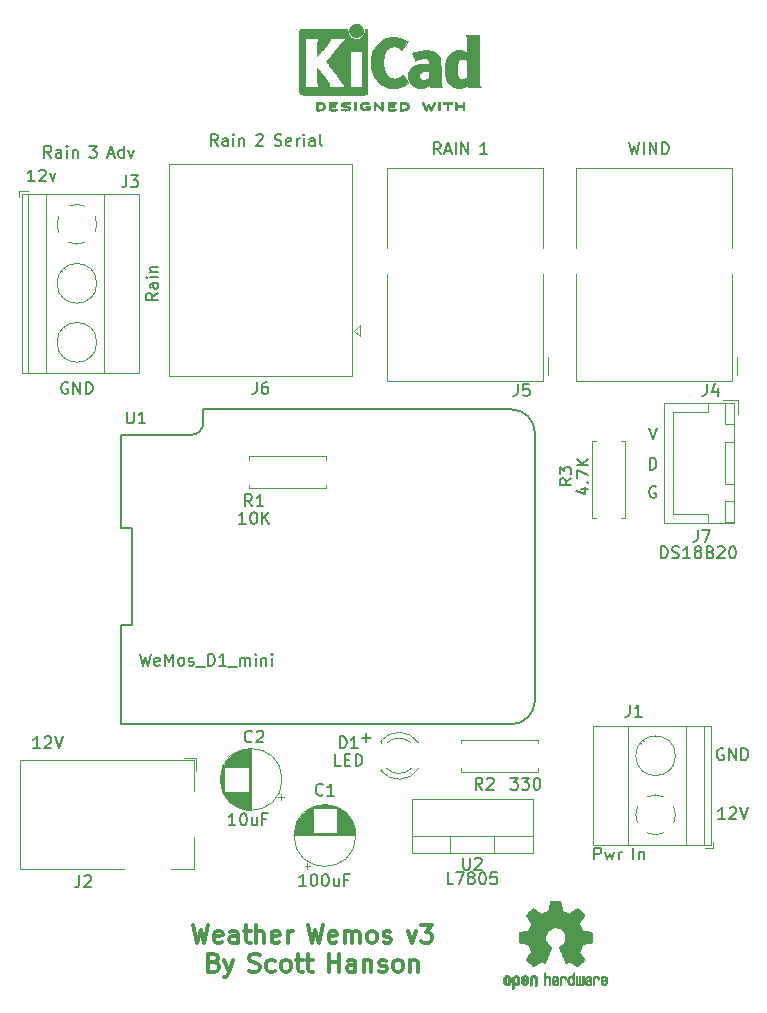
<source format=gbr>
G04 #@! TF.GenerationSoftware,KiCad,Pcbnew,(7.0.0)*
G04 #@! TF.CreationDate,2023-02-26T16:44:04-05:00*
G04 #@! TF.ProjectId,Weather_Wemos,57656174-6865-4725-9f57-656d6f732e6b,v3*
G04 #@! TF.SameCoordinates,Original*
G04 #@! TF.FileFunction,Legend,Top*
G04 #@! TF.FilePolarity,Positive*
%FSLAX46Y46*%
G04 Gerber Fmt 4.6, Leading zero omitted, Abs format (unit mm)*
G04 Created by KiCad (PCBNEW (7.0.0)) date 2023-02-26 16:44:04*
%MOMM*%
%LPD*%
G01*
G04 APERTURE LIST*
%ADD10C,0.150000*%
%ADD11C,0.300000*%
%ADD12C,0.120000*%
%ADD13C,0.100000*%
%ADD14C,0.010000*%
G04 APERTURE END LIST*
D10*
X172416667Y-94217380D02*
X172750000Y-95217380D01*
X172750000Y-95217380D02*
X173083333Y-94217380D01*
X172488095Y-97767380D02*
X172488095Y-96767380D01*
X172488095Y-96767380D02*
X172726190Y-96767380D01*
X172726190Y-96767380D02*
X172869047Y-96815000D01*
X172869047Y-96815000D02*
X172964285Y-96910238D01*
X172964285Y-96910238D02*
X173011904Y-97005476D01*
X173011904Y-97005476D02*
X173059523Y-97195952D01*
X173059523Y-97195952D02*
X173059523Y-97338809D01*
X173059523Y-97338809D02*
X173011904Y-97529285D01*
X173011904Y-97529285D02*
X172964285Y-97624523D01*
X172964285Y-97624523D02*
X172869047Y-97719761D01*
X172869047Y-97719761D02*
X172726190Y-97767380D01*
X172726190Y-97767380D02*
X172488095Y-97767380D01*
X173011904Y-99215000D02*
X172916666Y-99167380D01*
X172916666Y-99167380D02*
X172773809Y-99167380D01*
X172773809Y-99167380D02*
X172630952Y-99215000D01*
X172630952Y-99215000D02*
X172535714Y-99310238D01*
X172535714Y-99310238D02*
X172488095Y-99405476D01*
X172488095Y-99405476D02*
X172440476Y-99595952D01*
X172440476Y-99595952D02*
X172440476Y-99738809D01*
X172440476Y-99738809D02*
X172488095Y-99929285D01*
X172488095Y-99929285D02*
X172535714Y-100024523D01*
X172535714Y-100024523D02*
X172630952Y-100119761D01*
X172630952Y-100119761D02*
X172773809Y-100167380D01*
X172773809Y-100167380D02*
X172869047Y-100167380D01*
X172869047Y-100167380D02*
X173011904Y-100119761D01*
X173011904Y-100119761D02*
X173059523Y-100072142D01*
X173059523Y-100072142D02*
X173059523Y-99738809D01*
X173059523Y-99738809D02*
X172869047Y-99738809D01*
X123238095Y-90415000D02*
X123142857Y-90367380D01*
X123142857Y-90367380D02*
X123000000Y-90367380D01*
X123000000Y-90367380D02*
X122857143Y-90415000D01*
X122857143Y-90415000D02*
X122761905Y-90510238D01*
X122761905Y-90510238D02*
X122714286Y-90605476D01*
X122714286Y-90605476D02*
X122666667Y-90795952D01*
X122666667Y-90795952D02*
X122666667Y-90938809D01*
X122666667Y-90938809D02*
X122714286Y-91129285D01*
X122714286Y-91129285D02*
X122761905Y-91224523D01*
X122761905Y-91224523D02*
X122857143Y-91319761D01*
X122857143Y-91319761D02*
X123000000Y-91367380D01*
X123000000Y-91367380D02*
X123095238Y-91367380D01*
X123095238Y-91367380D02*
X123238095Y-91319761D01*
X123238095Y-91319761D02*
X123285714Y-91272142D01*
X123285714Y-91272142D02*
X123285714Y-90938809D01*
X123285714Y-90938809D02*
X123095238Y-90938809D01*
X123714286Y-91367380D02*
X123714286Y-90367380D01*
X123714286Y-90367380D02*
X124285714Y-91367380D01*
X124285714Y-91367380D02*
X124285714Y-90367380D01*
X124761905Y-91367380D02*
X124761905Y-90367380D01*
X124761905Y-90367380D02*
X125000000Y-90367380D01*
X125000000Y-90367380D02*
X125142857Y-90415000D01*
X125142857Y-90415000D02*
X125238095Y-90510238D01*
X125238095Y-90510238D02*
X125285714Y-90605476D01*
X125285714Y-90605476D02*
X125333333Y-90795952D01*
X125333333Y-90795952D02*
X125333333Y-90938809D01*
X125333333Y-90938809D02*
X125285714Y-91129285D01*
X125285714Y-91129285D02*
X125238095Y-91224523D01*
X125238095Y-91224523D02*
X125142857Y-91319761D01*
X125142857Y-91319761D02*
X125000000Y-91367380D01*
X125000000Y-91367380D02*
X124761905Y-91367380D01*
X120428571Y-73367380D02*
X119857143Y-73367380D01*
X120142857Y-73367380D02*
X120142857Y-72367380D01*
X120142857Y-72367380D02*
X120047619Y-72510238D01*
X120047619Y-72510238D02*
X119952381Y-72605476D01*
X119952381Y-72605476D02*
X119857143Y-72653095D01*
X120809524Y-72462619D02*
X120857143Y-72415000D01*
X120857143Y-72415000D02*
X120952381Y-72367380D01*
X120952381Y-72367380D02*
X121190476Y-72367380D01*
X121190476Y-72367380D02*
X121285714Y-72415000D01*
X121285714Y-72415000D02*
X121333333Y-72462619D01*
X121333333Y-72462619D02*
X121380952Y-72557857D01*
X121380952Y-72557857D02*
X121380952Y-72653095D01*
X121380952Y-72653095D02*
X121333333Y-72795952D01*
X121333333Y-72795952D02*
X120761905Y-73367380D01*
X120761905Y-73367380D02*
X121380952Y-73367380D01*
X121714286Y-72700714D02*
X121952381Y-73367380D01*
X121952381Y-73367380D02*
X122190476Y-72700714D01*
X178880952Y-127367380D02*
X178309524Y-127367380D01*
X178595238Y-127367380D02*
X178595238Y-126367380D01*
X178595238Y-126367380D02*
X178500000Y-126510238D01*
X178500000Y-126510238D02*
X178404762Y-126605476D01*
X178404762Y-126605476D02*
X178309524Y-126653095D01*
X179261905Y-126462619D02*
X179309524Y-126415000D01*
X179309524Y-126415000D02*
X179404762Y-126367380D01*
X179404762Y-126367380D02*
X179642857Y-126367380D01*
X179642857Y-126367380D02*
X179738095Y-126415000D01*
X179738095Y-126415000D02*
X179785714Y-126462619D01*
X179785714Y-126462619D02*
X179833333Y-126557857D01*
X179833333Y-126557857D02*
X179833333Y-126653095D01*
X179833333Y-126653095D02*
X179785714Y-126795952D01*
X179785714Y-126795952D02*
X179214286Y-127367380D01*
X179214286Y-127367380D02*
X179833333Y-127367380D01*
X180119048Y-126367380D02*
X180452381Y-127367380D01*
X180452381Y-127367380D02*
X180785714Y-126367380D01*
X148119048Y-120486428D02*
X148880953Y-120486428D01*
X148500000Y-120867380D02*
X148500000Y-120105476D01*
X130867380Y-82833333D02*
X130391190Y-83166666D01*
X130867380Y-83404761D02*
X129867380Y-83404761D01*
X129867380Y-83404761D02*
X129867380Y-83023809D01*
X129867380Y-83023809D02*
X129915000Y-82928571D01*
X129915000Y-82928571D02*
X129962619Y-82880952D01*
X129962619Y-82880952D02*
X130057857Y-82833333D01*
X130057857Y-82833333D02*
X130200714Y-82833333D01*
X130200714Y-82833333D02*
X130295952Y-82880952D01*
X130295952Y-82880952D02*
X130343571Y-82928571D01*
X130343571Y-82928571D02*
X130391190Y-83023809D01*
X130391190Y-83023809D02*
X130391190Y-83404761D01*
X130867380Y-81976190D02*
X130343571Y-81976190D01*
X130343571Y-81976190D02*
X130248333Y-82023809D01*
X130248333Y-82023809D02*
X130200714Y-82119047D01*
X130200714Y-82119047D02*
X130200714Y-82309523D01*
X130200714Y-82309523D02*
X130248333Y-82404761D01*
X130819761Y-81976190D02*
X130867380Y-82071428D01*
X130867380Y-82071428D02*
X130867380Y-82309523D01*
X130867380Y-82309523D02*
X130819761Y-82404761D01*
X130819761Y-82404761D02*
X130724523Y-82452380D01*
X130724523Y-82452380D02*
X130629285Y-82452380D01*
X130629285Y-82452380D02*
X130534047Y-82404761D01*
X130534047Y-82404761D02*
X130486428Y-82309523D01*
X130486428Y-82309523D02*
X130486428Y-82071428D01*
X130486428Y-82071428D02*
X130438809Y-81976190D01*
X130867380Y-81499999D02*
X130200714Y-81499999D01*
X129867380Y-81499999D02*
X129915000Y-81547618D01*
X129915000Y-81547618D02*
X129962619Y-81499999D01*
X129962619Y-81499999D02*
X129915000Y-81452380D01*
X129915000Y-81452380D02*
X129867380Y-81499999D01*
X129867380Y-81499999D02*
X129962619Y-81499999D01*
X130200714Y-81023809D02*
X130867380Y-81023809D01*
X130295952Y-81023809D02*
X130248333Y-80976190D01*
X130248333Y-80976190D02*
X130200714Y-80880952D01*
X130200714Y-80880952D02*
X130200714Y-80738095D01*
X130200714Y-80738095D02*
X130248333Y-80642857D01*
X130248333Y-80642857D02*
X130343571Y-80595238D01*
X130343571Y-80595238D02*
X130867380Y-80595238D01*
D11*
X133850000Y-136336071D02*
X134207143Y-137836071D01*
X134207143Y-137836071D02*
X134492857Y-136764642D01*
X134492857Y-136764642D02*
X134778572Y-137836071D01*
X134778572Y-137836071D02*
X135135715Y-136336071D01*
X136278572Y-137764642D02*
X136135715Y-137836071D01*
X136135715Y-137836071D02*
X135850001Y-137836071D01*
X135850001Y-137836071D02*
X135707143Y-137764642D01*
X135707143Y-137764642D02*
X135635715Y-137621785D01*
X135635715Y-137621785D02*
X135635715Y-137050357D01*
X135635715Y-137050357D02*
X135707143Y-136907500D01*
X135707143Y-136907500D02*
X135850001Y-136836071D01*
X135850001Y-136836071D02*
X136135715Y-136836071D01*
X136135715Y-136836071D02*
X136278572Y-136907500D01*
X136278572Y-136907500D02*
X136350001Y-137050357D01*
X136350001Y-137050357D02*
X136350001Y-137193214D01*
X136350001Y-137193214D02*
X135635715Y-137336071D01*
X137635715Y-137836071D02*
X137635715Y-137050357D01*
X137635715Y-137050357D02*
X137564286Y-136907500D01*
X137564286Y-136907500D02*
X137421429Y-136836071D01*
X137421429Y-136836071D02*
X137135715Y-136836071D01*
X137135715Y-136836071D02*
X136992857Y-136907500D01*
X137635715Y-137764642D02*
X137492857Y-137836071D01*
X137492857Y-137836071D02*
X137135715Y-137836071D01*
X137135715Y-137836071D02*
X136992857Y-137764642D01*
X136992857Y-137764642D02*
X136921429Y-137621785D01*
X136921429Y-137621785D02*
X136921429Y-137478928D01*
X136921429Y-137478928D02*
X136992857Y-137336071D01*
X136992857Y-137336071D02*
X137135715Y-137264642D01*
X137135715Y-137264642D02*
X137492857Y-137264642D01*
X137492857Y-137264642D02*
X137635715Y-137193214D01*
X138135715Y-136836071D02*
X138707143Y-136836071D01*
X138350000Y-136336071D02*
X138350000Y-137621785D01*
X138350000Y-137621785D02*
X138421429Y-137764642D01*
X138421429Y-137764642D02*
X138564286Y-137836071D01*
X138564286Y-137836071D02*
X138707143Y-137836071D01*
X139207143Y-137836071D02*
X139207143Y-136336071D01*
X139850001Y-137836071D02*
X139850001Y-137050357D01*
X139850001Y-137050357D02*
X139778572Y-136907500D01*
X139778572Y-136907500D02*
X139635715Y-136836071D01*
X139635715Y-136836071D02*
X139421429Y-136836071D01*
X139421429Y-136836071D02*
X139278572Y-136907500D01*
X139278572Y-136907500D02*
X139207143Y-136978928D01*
X141135715Y-137764642D02*
X140992858Y-137836071D01*
X140992858Y-137836071D02*
X140707144Y-137836071D01*
X140707144Y-137836071D02*
X140564286Y-137764642D01*
X140564286Y-137764642D02*
X140492858Y-137621785D01*
X140492858Y-137621785D02*
X140492858Y-137050357D01*
X140492858Y-137050357D02*
X140564286Y-136907500D01*
X140564286Y-136907500D02*
X140707144Y-136836071D01*
X140707144Y-136836071D02*
X140992858Y-136836071D01*
X140992858Y-136836071D02*
X141135715Y-136907500D01*
X141135715Y-136907500D02*
X141207144Y-137050357D01*
X141207144Y-137050357D02*
X141207144Y-137193214D01*
X141207144Y-137193214D02*
X140492858Y-137336071D01*
X141850000Y-137836071D02*
X141850000Y-136836071D01*
X141850000Y-137121785D02*
X141921429Y-136978928D01*
X141921429Y-136978928D02*
X141992858Y-136907500D01*
X141992858Y-136907500D02*
X142135715Y-136836071D01*
X142135715Y-136836071D02*
X142278572Y-136836071D01*
X143535714Y-136336071D02*
X143892857Y-137836071D01*
X143892857Y-137836071D02*
X144178571Y-136764642D01*
X144178571Y-136764642D02*
X144464286Y-137836071D01*
X144464286Y-137836071D02*
X144821429Y-136336071D01*
X145964286Y-137764642D02*
X145821429Y-137836071D01*
X145821429Y-137836071D02*
X145535715Y-137836071D01*
X145535715Y-137836071D02*
X145392857Y-137764642D01*
X145392857Y-137764642D02*
X145321429Y-137621785D01*
X145321429Y-137621785D02*
X145321429Y-137050357D01*
X145321429Y-137050357D02*
X145392857Y-136907500D01*
X145392857Y-136907500D02*
X145535715Y-136836071D01*
X145535715Y-136836071D02*
X145821429Y-136836071D01*
X145821429Y-136836071D02*
X145964286Y-136907500D01*
X145964286Y-136907500D02*
X146035715Y-137050357D01*
X146035715Y-137050357D02*
X146035715Y-137193214D01*
X146035715Y-137193214D02*
X145321429Y-137336071D01*
X146678571Y-137836071D02*
X146678571Y-136836071D01*
X146678571Y-136978928D02*
X146750000Y-136907500D01*
X146750000Y-136907500D02*
X146892857Y-136836071D01*
X146892857Y-136836071D02*
X147107143Y-136836071D01*
X147107143Y-136836071D02*
X147250000Y-136907500D01*
X147250000Y-136907500D02*
X147321429Y-137050357D01*
X147321429Y-137050357D02*
X147321429Y-137836071D01*
X147321429Y-137050357D02*
X147392857Y-136907500D01*
X147392857Y-136907500D02*
X147535714Y-136836071D01*
X147535714Y-136836071D02*
X147750000Y-136836071D01*
X147750000Y-136836071D02*
X147892857Y-136907500D01*
X147892857Y-136907500D02*
X147964286Y-137050357D01*
X147964286Y-137050357D02*
X147964286Y-137836071D01*
X148892857Y-137836071D02*
X148750000Y-137764642D01*
X148750000Y-137764642D02*
X148678571Y-137693214D01*
X148678571Y-137693214D02*
X148607143Y-137550357D01*
X148607143Y-137550357D02*
X148607143Y-137121785D01*
X148607143Y-137121785D02*
X148678571Y-136978928D01*
X148678571Y-136978928D02*
X148750000Y-136907500D01*
X148750000Y-136907500D02*
X148892857Y-136836071D01*
X148892857Y-136836071D02*
X149107143Y-136836071D01*
X149107143Y-136836071D02*
X149250000Y-136907500D01*
X149250000Y-136907500D02*
X149321429Y-136978928D01*
X149321429Y-136978928D02*
X149392857Y-137121785D01*
X149392857Y-137121785D02*
X149392857Y-137550357D01*
X149392857Y-137550357D02*
X149321429Y-137693214D01*
X149321429Y-137693214D02*
X149250000Y-137764642D01*
X149250000Y-137764642D02*
X149107143Y-137836071D01*
X149107143Y-137836071D02*
X148892857Y-137836071D01*
X149964286Y-137764642D02*
X150107143Y-137836071D01*
X150107143Y-137836071D02*
X150392857Y-137836071D01*
X150392857Y-137836071D02*
X150535714Y-137764642D01*
X150535714Y-137764642D02*
X150607143Y-137621785D01*
X150607143Y-137621785D02*
X150607143Y-137550357D01*
X150607143Y-137550357D02*
X150535714Y-137407500D01*
X150535714Y-137407500D02*
X150392857Y-137336071D01*
X150392857Y-137336071D02*
X150178572Y-137336071D01*
X150178572Y-137336071D02*
X150035714Y-137264642D01*
X150035714Y-137264642D02*
X149964286Y-137121785D01*
X149964286Y-137121785D02*
X149964286Y-137050357D01*
X149964286Y-137050357D02*
X150035714Y-136907500D01*
X150035714Y-136907500D02*
X150178572Y-136836071D01*
X150178572Y-136836071D02*
X150392857Y-136836071D01*
X150392857Y-136836071D02*
X150535714Y-136907500D01*
X152007143Y-136836071D02*
X152364286Y-137836071D01*
X152364286Y-137836071D02*
X152721429Y-136836071D01*
X153150000Y-136336071D02*
X154078572Y-136336071D01*
X154078572Y-136336071D02*
X153578572Y-136907500D01*
X153578572Y-136907500D02*
X153792857Y-136907500D01*
X153792857Y-136907500D02*
X153935715Y-136978928D01*
X153935715Y-136978928D02*
X154007143Y-137050357D01*
X154007143Y-137050357D02*
X154078572Y-137193214D01*
X154078572Y-137193214D02*
X154078572Y-137550357D01*
X154078572Y-137550357D02*
X154007143Y-137693214D01*
X154007143Y-137693214D02*
X153935715Y-137764642D01*
X153935715Y-137764642D02*
X153792857Y-137836071D01*
X153792857Y-137836071D02*
X153364286Y-137836071D01*
X153364286Y-137836071D02*
X153221429Y-137764642D01*
X153221429Y-137764642D02*
X153150000Y-137693214D01*
X135635713Y-139480357D02*
X135849999Y-139551785D01*
X135849999Y-139551785D02*
X135921428Y-139623214D01*
X135921428Y-139623214D02*
X135992856Y-139766071D01*
X135992856Y-139766071D02*
X135992856Y-139980357D01*
X135992856Y-139980357D02*
X135921428Y-140123214D01*
X135921428Y-140123214D02*
X135849999Y-140194642D01*
X135849999Y-140194642D02*
X135707142Y-140266071D01*
X135707142Y-140266071D02*
X135135713Y-140266071D01*
X135135713Y-140266071D02*
X135135713Y-138766071D01*
X135135713Y-138766071D02*
X135635713Y-138766071D01*
X135635713Y-138766071D02*
X135778571Y-138837500D01*
X135778571Y-138837500D02*
X135849999Y-138908928D01*
X135849999Y-138908928D02*
X135921428Y-139051785D01*
X135921428Y-139051785D02*
X135921428Y-139194642D01*
X135921428Y-139194642D02*
X135849999Y-139337500D01*
X135849999Y-139337500D02*
X135778571Y-139408928D01*
X135778571Y-139408928D02*
X135635713Y-139480357D01*
X135635713Y-139480357D02*
X135135713Y-139480357D01*
X136492856Y-139266071D02*
X136849999Y-140266071D01*
X137207142Y-139266071D02*
X136849999Y-140266071D01*
X136849999Y-140266071D02*
X136707142Y-140623214D01*
X136707142Y-140623214D02*
X136635713Y-140694642D01*
X136635713Y-140694642D02*
X136492856Y-140766071D01*
X138607142Y-140194642D02*
X138821428Y-140266071D01*
X138821428Y-140266071D02*
X139178570Y-140266071D01*
X139178570Y-140266071D02*
X139321428Y-140194642D01*
X139321428Y-140194642D02*
X139392856Y-140123214D01*
X139392856Y-140123214D02*
X139464285Y-139980357D01*
X139464285Y-139980357D02*
X139464285Y-139837500D01*
X139464285Y-139837500D02*
X139392856Y-139694642D01*
X139392856Y-139694642D02*
X139321428Y-139623214D01*
X139321428Y-139623214D02*
X139178570Y-139551785D01*
X139178570Y-139551785D02*
X138892856Y-139480357D01*
X138892856Y-139480357D02*
X138749999Y-139408928D01*
X138749999Y-139408928D02*
X138678570Y-139337500D01*
X138678570Y-139337500D02*
X138607142Y-139194642D01*
X138607142Y-139194642D02*
X138607142Y-139051785D01*
X138607142Y-139051785D02*
X138678570Y-138908928D01*
X138678570Y-138908928D02*
X138749999Y-138837500D01*
X138749999Y-138837500D02*
X138892856Y-138766071D01*
X138892856Y-138766071D02*
X139249999Y-138766071D01*
X139249999Y-138766071D02*
X139464285Y-138837500D01*
X140749999Y-140194642D02*
X140607141Y-140266071D01*
X140607141Y-140266071D02*
X140321427Y-140266071D01*
X140321427Y-140266071D02*
X140178570Y-140194642D01*
X140178570Y-140194642D02*
X140107141Y-140123214D01*
X140107141Y-140123214D02*
X140035713Y-139980357D01*
X140035713Y-139980357D02*
X140035713Y-139551785D01*
X140035713Y-139551785D02*
X140107141Y-139408928D01*
X140107141Y-139408928D02*
X140178570Y-139337500D01*
X140178570Y-139337500D02*
X140321427Y-139266071D01*
X140321427Y-139266071D02*
X140607141Y-139266071D01*
X140607141Y-139266071D02*
X140749999Y-139337500D01*
X141607141Y-140266071D02*
X141464284Y-140194642D01*
X141464284Y-140194642D02*
X141392855Y-140123214D01*
X141392855Y-140123214D02*
X141321427Y-139980357D01*
X141321427Y-139980357D02*
X141321427Y-139551785D01*
X141321427Y-139551785D02*
X141392855Y-139408928D01*
X141392855Y-139408928D02*
X141464284Y-139337500D01*
X141464284Y-139337500D02*
X141607141Y-139266071D01*
X141607141Y-139266071D02*
X141821427Y-139266071D01*
X141821427Y-139266071D02*
X141964284Y-139337500D01*
X141964284Y-139337500D02*
X142035713Y-139408928D01*
X142035713Y-139408928D02*
X142107141Y-139551785D01*
X142107141Y-139551785D02*
X142107141Y-139980357D01*
X142107141Y-139980357D02*
X142035713Y-140123214D01*
X142035713Y-140123214D02*
X141964284Y-140194642D01*
X141964284Y-140194642D02*
X141821427Y-140266071D01*
X141821427Y-140266071D02*
X141607141Y-140266071D01*
X142535713Y-139266071D02*
X143107141Y-139266071D01*
X142749998Y-138766071D02*
X142749998Y-140051785D01*
X142749998Y-140051785D02*
X142821427Y-140194642D01*
X142821427Y-140194642D02*
X142964284Y-140266071D01*
X142964284Y-140266071D02*
X143107141Y-140266071D01*
X143392856Y-139266071D02*
X143964284Y-139266071D01*
X143607141Y-138766071D02*
X143607141Y-140051785D01*
X143607141Y-140051785D02*
X143678570Y-140194642D01*
X143678570Y-140194642D02*
X143821427Y-140266071D01*
X143821427Y-140266071D02*
X143964284Y-140266071D01*
X145364284Y-140266071D02*
X145364284Y-138766071D01*
X145364284Y-139480357D02*
X146221427Y-139480357D01*
X146221427Y-140266071D02*
X146221427Y-138766071D01*
X147578571Y-140266071D02*
X147578571Y-139480357D01*
X147578571Y-139480357D02*
X147507142Y-139337500D01*
X147507142Y-139337500D02*
X147364285Y-139266071D01*
X147364285Y-139266071D02*
X147078571Y-139266071D01*
X147078571Y-139266071D02*
X146935713Y-139337500D01*
X147578571Y-140194642D02*
X147435713Y-140266071D01*
X147435713Y-140266071D02*
X147078571Y-140266071D01*
X147078571Y-140266071D02*
X146935713Y-140194642D01*
X146935713Y-140194642D02*
X146864285Y-140051785D01*
X146864285Y-140051785D02*
X146864285Y-139908928D01*
X146864285Y-139908928D02*
X146935713Y-139766071D01*
X146935713Y-139766071D02*
X147078571Y-139694642D01*
X147078571Y-139694642D02*
X147435713Y-139694642D01*
X147435713Y-139694642D02*
X147578571Y-139623214D01*
X148292856Y-139266071D02*
X148292856Y-140266071D01*
X148292856Y-139408928D02*
X148364285Y-139337500D01*
X148364285Y-139337500D02*
X148507142Y-139266071D01*
X148507142Y-139266071D02*
X148721428Y-139266071D01*
X148721428Y-139266071D02*
X148864285Y-139337500D01*
X148864285Y-139337500D02*
X148935714Y-139480357D01*
X148935714Y-139480357D02*
X148935714Y-140266071D01*
X149578571Y-140194642D02*
X149721428Y-140266071D01*
X149721428Y-140266071D02*
X150007142Y-140266071D01*
X150007142Y-140266071D02*
X150149999Y-140194642D01*
X150149999Y-140194642D02*
X150221428Y-140051785D01*
X150221428Y-140051785D02*
X150221428Y-139980357D01*
X150221428Y-139980357D02*
X150149999Y-139837500D01*
X150149999Y-139837500D02*
X150007142Y-139766071D01*
X150007142Y-139766071D02*
X149792857Y-139766071D01*
X149792857Y-139766071D02*
X149649999Y-139694642D01*
X149649999Y-139694642D02*
X149578571Y-139551785D01*
X149578571Y-139551785D02*
X149578571Y-139480357D01*
X149578571Y-139480357D02*
X149649999Y-139337500D01*
X149649999Y-139337500D02*
X149792857Y-139266071D01*
X149792857Y-139266071D02*
X150007142Y-139266071D01*
X150007142Y-139266071D02*
X150149999Y-139337500D01*
X151078571Y-140266071D02*
X150935714Y-140194642D01*
X150935714Y-140194642D02*
X150864285Y-140123214D01*
X150864285Y-140123214D02*
X150792857Y-139980357D01*
X150792857Y-139980357D02*
X150792857Y-139551785D01*
X150792857Y-139551785D02*
X150864285Y-139408928D01*
X150864285Y-139408928D02*
X150935714Y-139337500D01*
X150935714Y-139337500D02*
X151078571Y-139266071D01*
X151078571Y-139266071D02*
X151292857Y-139266071D01*
X151292857Y-139266071D02*
X151435714Y-139337500D01*
X151435714Y-139337500D02*
X151507143Y-139408928D01*
X151507143Y-139408928D02*
X151578571Y-139551785D01*
X151578571Y-139551785D02*
X151578571Y-139980357D01*
X151578571Y-139980357D02*
X151507143Y-140123214D01*
X151507143Y-140123214D02*
X151435714Y-140194642D01*
X151435714Y-140194642D02*
X151292857Y-140266071D01*
X151292857Y-140266071D02*
X151078571Y-140266071D01*
X152221428Y-139266071D02*
X152221428Y-140266071D01*
X152221428Y-139408928D02*
X152292857Y-139337500D01*
X152292857Y-139337500D02*
X152435714Y-139266071D01*
X152435714Y-139266071D02*
X152650000Y-139266071D01*
X152650000Y-139266071D02*
X152792857Y-139337500D01*
X152792857Y-139337500D02*
X152864286Y-139480357D01*
X152864286Y-139480357D02*
X152864286Y-140266071D01*
D10*
X178738095Y-121415000D02*
X178642857Y-121367380D01*
X178642857Y-121367380D02*
X178500000Y-121367380D01*
X178500000Y-121367380D02*
X178357143Y-121415000D01*
X178357143Y-121415000D02*
X178261905Y-121510238D01*
X178261905Y-121510238D02*
X178214286Y-121605476D01*
X178214286Y-121605476D02*
X178166667Y-121795952D01*
X178166667Y-121795952D02*
X178166667Y-121938809D01*
X178166667Y-121938809D02*
X178214286Y-122129285D01*
X178214286Y-122129285D02*
X178261905Y-122224523D01*
X178261905Y-122224523D02*
X178357143Y-122319761D01*
X178357143Y-122319761D02*
X178500000Y-122367380D01*
X178500000Y-122367380D02*
X178595238Y-122367380D01*
X178595238Y-122367380D02*
X178738095Y-122319761D01*
X178738095Y-122319761D02*
X178785714Y-122272142D01*
X178785714Y-122272142D02*
X178785714Y-121938809D01*
X178785714Y-121938809D02*
X178595238Y-121938809D01*
X179214286Y-122367380D02*
X179214286Y-121367380D01*
X179214286Y-121367380D02*
X179785714Y-122367380D01*
X179785714Y-122367380D02*
X179785714Y-121367380D01*
X180261905Y-122367380D02*
X180261905Y-121367380D01*
X180261905Y-121367380D02*
X180500000Y-121367380D01*
X180500000Y-121367380D02*
X180642857Y-121415000D01*
X180642857Y-121415000D02*
X180738095Y-121510238D01*
X180738095Y-121510238D02*
X180785714Y-121605476D01*
X180785714Y-121605476D02*
X180833333Y-121795952D01*
X180833333Y-121795952D02*
X180833333Y-121938809D01*
X180833333Y-121938809D02*
X180785714Y-122129285D01*
X180785714Y-122129285D02*
X180738095Y-122224523D01*
X180738095Y-122224523D02*
X180642857Y-122319761D01*
X180642857Y-122319761D02*
X180500000Y-122367380D01*
X180500000Y-122367380D02*
X180261905Y-122367380D01*
X128166666Y-72867380D02*
X128166666Y-73581666D01*
X128166666Y-73581666D02*
X128119047Y-73724523D01*
X128119047Y-73724523D02*
X128023809Y-73819761D01*
X128023809Y-73819761D02*
X127880952Y-73867380D01*
X127880952Y-73867380D02*
X127785714Y-73867380D01*
X128547619Y-72867380D02*
X129166666Y-72867380D01*
X129166666Y-72867380D02*
X128833333Y-73248333D01*
X128833333Y-73248333D02*
X128976190Y-73248333D01*
X128976190Y-73248333D02*
X129071428Y-73295952D01*
X129071428Y-73295952D02*
X129119047Y-73343571D01*
X129119047Y-73343571D02*
X129166666Y-73438809D01*
X129166666Y-73438809D02*
X129166666Y-73676904D01*
X129166666Y-73676904D02*
X129119047Y-73772142D01*
X129119047Y-73772142D02*
X129071428Y-73819761D01*
X129071428Y-73819761D02*
X128976190Y-73867380D01*
X128976190Y-73867380D02*
X128690476Y-73867380D01*
X128690476Y-73867380D02*
X128595238Y-73819761D01*
X128595238Y-73819761D02*
X128547619Y-73772142D01*
X121828571Y-71367380D02*
X121495238Y-70891190D01*
X121257143Y-71367380D02*
X121257143Y-70367380D01*
X121257143Y-70367380D02*
X121638095Y-70367380D01*
X121638095Y-70367380D02*
X121733333Y-70415000D01*
X121733333Y-70415000D02*
X121780952Y-70462619D01*
X121780952Y-70462619D02*
X121828571Y-70557857D01*
X121828571Y-70557857D02*
X121828571Y-70700714D01*
X121828571Y-70700714D02*
X121780952Y-70795952D01*
X121780952Y-70795952D02*
X121733333Y-70843571D01*
X121733333Y-70843571D02*
X121638095Y-70891190D01*
X121638095Y-70891190D02*
X121257143Y-70891190D01*
X122685714Y-71367380D02*
X122685714Y-70843571D01*
X122685714Y-70843571D02*
X122638095Y-70748333D01*
X122638095Y-70748333D02*
X122542857Y-70700714D01*
X122542857Y-70700714D02*
X122352381Y-70700714D01*
X122352381Y-70700714D02*
X122257143Y-70748333D01*
X122685714Y-71319761D02*
X122590476Y-71367380D01*
X122590476Y-71367380D02*
X122352381Y-71367380D01*
X122352381Y-71367380D02*
X122257143Y-71319761D01*
X122257143Y-71319761D02*
X122209524Y-71224523D01*
X122209524Y-71224523D02*
X122209524Y-71129285D01*
X122209524Y-71129285D02*
X122257143Y-71034047D01*
X122257143Y-71034047D02*
X122352381Y-70986428D01*
X122352381Y-70986428D02*
X122590476Y-70986428D01*
X122590476Y-70986428D02*
X122685714Y-70938809D01*
X123161905Y-71367380D02*
X123161905Y-70700714D01*
X123161905Y-70367380D02*
X123114286Y-70415000D01*
X123114286Y-70415000D02*
X123161905Y-70462619D01*
X123161905Y-70462619D02*
X123209524Y-70415000D01*
X123209524Y-70415000D02*
X123161905Y-70367380D01*
X123161905Y-70367380D02*
X123161905Y-70462619D01*
X123638095Y-70700714D02*
X123638095Y-71367380D01*
X123638095Y-70795952D02*
X123685714Y-70748333D01*
X123685714Y-70748333D02*
X123780952Y-70700714D01*
X123780952Y-70700714D02*
X123923809Y-70700714D01*
X123923809Y-70700714D02*
X124019047Y-70748333D01*
X124019047Y-70748333D02*
X124066666Y-70843571D01*
X124066666Y-70843571D02*
X124066666Y-71367380D01*
X125047619Y-70367380D02*
X125666666Y-70367380D01*
X125666666Y-70367380D02*
X125333333Y-70748333D01*
X125333333Y-70748333D02*
X125476190Y-70748333D01*
X125476190Y-70748333D02*
X125571428Y-70795952D01*
X125571428Y-70795952D02*
X125619047Y-70843571D01*
X125619047Y-70843571D02*
X125666666Y-70938809D01*
X125666666Y-70938809D02*
X125666666Y-71176904D01*
X125666666Y-71176904D02*
X125619047Y-71272142D01*
X125619047Y-71272142D02*
X125571428Y-71319761D01*
X125571428Y-71319761D02*
X125476190Y-71367380D01*
X125476190Y-71367380D02*
X125190476Y-71367380D01*
X125190476Y-71367380D02*
X125095238Y-71319761D01*
X125095238Y-71319761D02*
X125047619Y-71272142D01*
X126647619Y-71081666D02*
X127123809Y-71081666D01*
X126552381Y-71367380D02*
X126885714Y-70367380D01*
X126885714Y-70367380D02*
X127219047Y-71367380D01*
X127980952Y-71367380D02*
X127980952Y-70367380D01*
X127980952Y-71319761D02*
X127885714Y-71367380D01*
X127885714Y-71367380D02*
X127695238Y-71367380D01*
X127695238Y-71367380D02*
X127600000Y-71319761D01*
X127600000Y-71319761D02*
X127552381Y-71272142D01*
X127552381Y-71272142D02*
X127504762Y-71176904D01*
X127504762Y-71176904D02*
X127504762Y-70891190D01*
X127504762Y-70891190D02*
X127552381Y-70795952D01*
X127552381Y-70795952D02*
X127600000Y-70748333D01*
X127600000Y-70748333D02*
X127695238Y-70700714D01*
X127695238Y-70700714D02*
X127885714Y-70700714D01*
X127885714Y-70700714D02*
X127980952Y-70748333D01*
X128361905Y-70700714D02*
X128600000Y-71367380D01*
X128600000Y-71367380D02*
X128838095Y-70700714D01*
X138833333Y-100867380D02*
X138500000Y-100391190D01*
X138261905Y-100867380D02*
X138261905Y-99867380D01*
X138261905Y-99867380D02*
X138642857Y-99867380D01*
X138642857Y-99867380D02*
X138738095Y-99915000D01*
X138738095Y-99915000D02*
X138785714Y-99962619D01*
X138785714Y-99962619D02*
X138833333Y-100057857D01*
X138833333Y-100057857D02*
X138833333Y-100200714D01*
X138833333Y-100200714D02*
X138785714Y-100295952D01*
X138785714Y-100295952D02*
X138738095Y-100343571D01*
X138738095Y-100343571D02*
X138642857Y-100391190D01*
X138642857Y-100391190D02*
X138261905Y-100391190D01*
X139785714Y-100867380D02*
X139214286Y-100867380D01*
X139500000Y-100867380D02*
X139500000Y-99867380D01*
X139500000Y-99867380D02*
X139404762Y-100010238D01*
X139404762Y-100010238D02*
X139309524Y-100105476D01*
X139309524Y-100105476D02*
X139214286Y-100153095D01*
X138309523Y-102367380D02*
X137738095Y-102367380D01*
X138023809Y-102367380D02*
X138023809Y-101367380D01*
X138023809Y-101367380D02*
X137928571Y-101510238D01*
X137928571Y-101510238D02*
X137833333Y-101605476D01*
X137833333Y-101605476D02*
X137738095Y-101653095D01*
X138928571Y-101367380D02*
X139023809Y-101367380D01*
X139023809Y-101367380D02*
X139119047Y-101415000D01*
X139119047Y-101415000D02*
X139166666Y-101462619D01*
X139166666Y-101462619D02*
X139214285Y-101557857D01*
X139214285Y-101557857D02*
X139261904Y-101748333D01*
X139261904Y-101748333D02*
X139261904Y-101986428D01*
X139261904Y-101986428D02*
X139214285Y-102176904D01*
X139214285Y-102176904D02*
X139166666Y-102272142D01*
X139166666Y-102272142D02*
X139119047Y-102319761D01*
X139119047Y-102319761D02*
X139023809Y-102367380D01*
X139023809Y-102367380D02*
X138928571Y-102367380D01*
X138928571Y-102367380D02*
X138833333Y-102319761D01*
X138833333Y-102319761D02*
X138785714Y-102272142D01*
X138785714Y-102272142D02*
X138738095Y-102176904D01*
X138738095Y-102176904D02*
X138690476Y-101986428D01*
X138690476Y-101986428D02*
X138690476Y-101748333D01*
X138690476Y-101748333D02*
X138738095Y-101557857D01*
X138738095Y-101557857D02*
X138785714Y-101462619D01*
X138785714Y-101462619D02*
X138833333Y-101415000D01*
X138833333Y-101415000D02*
X138928571Y-101367380D01*
X139690476Y-102367380D02*
X139690476Y-101367380D01*
X140261904Y-102367380D02*
X139833333Y-101795952D01*
X140261904Y-101367380D02*
X139690476Y-101938809D01*
X128238095Y-92867380D02*
X128238095Y-93676904D01*
X128238095Y-93676904D02*
X128285714Y-93772142D01*
X128285714Y-93772142D02*
X128333333Y-93819761D01*
X128333333Y-93819761D02*
X128428571Y-93867380D01*
X128428571Y-93867380D02*
X128619047Y-93867380D01*
X128619047Y-93867380D02*
X128714285Y-93819761D01*
X128714285Y-93819761D02*
X128761904Y-93772142D01*
X128761904Y-93772142D02*
X128809523Y-93676904D01*
X128809523Y-93676904D02*
X128809523Y-92867380D01*
X129809523Y-93867380D02*
X129238095Y-93867380D01*
X129523809Y-93867380D02*
X129523809Y-92867380D01*
X129523809Y-92867380D02*
X129428571Y-93010238D01*
X129428571Y-93010238D02*
X129333333Y-93105476D01*
X129333333Y-93105476D02*
X129238095Y-93153095D01*
X129380953Y-113367380D02*
X129619048Y-114367380D01*
X129619048Y-114367380D02*
X129809524Y-113653095D01*
X129809524Y-113653095D02*
X130000000Y-114367380D01*
X130000000Y-114367380D02*
X130238096Y-113367380D01*
X131000000Y-114319761D02*
X130904762Y-114367380D01*
X130904762Y-114367380D02*
X130714286Y-114367380D01*
X130714286Y-114367380D02*
X130619048Y-114319761D01*
X130619048Y-114319761D02*
X130571429Y-114224523D01*
X130571429Y-114224523D02*
X130571429Y-113843571D01*
X130571429Y-113843571D02*
X130619048Y-113748333D01*
X130619048Y-113748333D02*
X130714286Y-113700714D01*
X130714286Y-113700714D02*
X130904762Y-113700714D01*
X130904762Y-113700714D02*
X131000000Y-113748333D01*
X131000000Y-113748333D02*
X131047619Y-113843571D01*
X131047619Y-113843571D02*
X131047619Y-113938809D01*
X131047619Y-113938809D02*
X130571429Y-114034047D01*
X131476191Y-114367380D02*
X131476191Y-113367380D01*
X131476191Y-113367380D02*
X131809524Y-114081666D01*
X131809524Y-114081666D02*
X132142857Y-113367380D01*
X132142857Y-113367380D02*
X132142857Y-114367380D01*
X132761905Y-114367380D02*
X132666667Y-114319761D01*
X132666667Y-114319761D02*
X132619048Y-114272142D01*
X132619048Y-114272142D02*
X132571429Y-114176904D01*
X132571429Y-114176904D02*
X132571429Y-113891190D01*
X132571429Y-113891190D02*
X132619048Y-113795952D01*
X132619048Y-113795952D02*
X132666667Y-113748333D01*
X132666667Y-113748333D02*
X132761905Y-113700714D01*
X132761905Y-113700714D02*
X132904762Y-113700714D01*
X132904762Y-113700714D02*
X133000000Y-113748333D01*
X133000000Y-113748333D02*
X133047619Y-113795952D01*
X133047619Y-113795952D02*
X133095238Y-113891190D01*
X133095238Y-113891190D02*
X133095238Y-114176904D01*
X133095238Y-114176904D02*
X133047619Y-114272142D01*
X133047619Y-114272142D02*
X133000000Y-114319761D01*
X133000000Y-114319761D02*
X132904762Y-114367380D01*
X132904762Y-114367380D02*
X132761905Y-114367380D01*
X133476191Y-114319761D02*
X133571429Y-114367380D01*
X133571429Y-114367380D02*
X133761905Y-114367380D01*
X133761905Y-114367380D02*
X133857143Y-114319761D01*
X133857143Y-114319761D02*
X133904762Y-114224523D01*
X133904762Y-114224523D02*
X133904762Y-114176904D01*
X133904762Y-114176904D02*
X133857143Y-114081666D01*
X133857143Y-114081666D02*
X133761905Y-114034047D01*
X133761905Y-114034047D02*
X133619048Y-114034047D01*
X133619048Y-114034047D02*
X133523810Y-113986428D01*
X133523810Y-113986428D02*
X133476191Y-113891190D01*
X133476191Y-113891190D02*
X133476191Y-113843571D01*
X133476191Y-113843571D02*
X133523810Y-113748333D01*
X133523810Y-113748333D02*
X133619048Y-113700714D01*
X133619048Y-113700714D02*
X133761905Y-113700714D01*
X133761905Y-113700714D02*
X133857143Y-113748333D01*
X134095239Y-114462619D02*
X134857143Y-114462619D01*
X135095239Y-114367380D02*
X135095239Y-113367380D01*
X135095239Y-113367380D02*
X135333334Y-113367380D01*
X135333334Y-113367380D02*
X135476191Y-113415000D01*
X135476191Y-113415000D02*
X135571429Y-113510238D01*
X135571429Y-113510238D02*
X135619048Y-113605476D01*
X135619048Y-113605476D02*
X135666667Y-113795952D01*
X135666667Y-113795952D02*
X135666667Y-113938809D01*
X135666667Y-113938809D02*
X135619048Y-114129285D01*
X135619048Y-114129285D02*
X135571429Y-114224523D01*
X135571429Y-114224523D02*
X135476191Y-114319761D01*
X135476191Y-114319761D02*
X135333334Y-114367380D01*
X135333334Y-114367380D02*
X135095239Y-114367380D01*
X136619048Y-114367380D02*
X136047620Y-114367380D01*
X136333334Y-114367380D02*
X136333334Y-113367380D01*
X136333334Y-113367380D02*
X136238096Y-113510238D01*
X136238096Y-113510238D02*
X136142858Y-113605476D01*
X136142858Y-113605476D02*
X136047620Y-113653095D01*
X136809525Y-114462619D02*
X137571429Y-114462619D01*
X137809525Y-114367380D02*
X137809525Y-113700714D01*
X137809525Y-113795952D02*
X137857144Y-113748333D01*
X137857144Y-113748333D02*
X137952382Y-113700714D01*
X137952382Y-113700714D02*
X138095239Y-113700714D01*
X138095239Y-113700714D02*
X138190477Y-113748333D01*
X138190477Y-113748333D02*
X138238096Y-113843571D01*
X138238096Y-113843571D02*
X138238096Y-114367380D01*
X138238096Y-113843571D02*
X138285715Y-113748333D01*
X138285715Y-113748333D02*
X138380953Y-113700714D01*
X138380953Y-113700714D02*
X138523810Y-113700714D01*
X138523810Y-113700714D02*
X138619049Y-113748333D01*
X138619049Y-113748333D02*
X138666668Y-113843571D01*
X138666668Y-113843571D02*
X138666668Y-114367380D01*
X139142858Y-114367380D02*
X139142858Y-113700714D01*
X139142858Y-113367380D02*
X139095239Y-113415000D01*
X139095239Y-113415000D02*
X139142858Y-113462619D01*
X139142858Y-113462619D02*
X139190477Y-113415000D01*
X139190477Y-113415000D02*
X139142858Y-113367380D01*
X139142858Y-113367380D02*
X139142858Y-113462619D01*
X139619048Y-113700714D02*
X139619048Y-114367380D01*
X139619048Y-113795952D02*
X139666667Y-113748333D01*
X139666667Y-113748333D02*
X139761905Y-113700714D01*
X139761905Y-113700714D02*
X139904762Y-113700714D01*
X139904762Y-113700714D02*
X140000000Y-113748333D01*
X140000000Y-113748333D02*
X140047619Y-113843571D01*
X140047619Y-113843571D02*
X140047619Y-114367380D01*
X140523810Y-114367380D02*
X140523810Y-113700714D01*
X140523810Y-113367380D02*
X140476191Y-113415000D01*
X140476191Y-113415000D02*
X140523810Y-113462619D01*
X140523810Y-113462619D02*
X140571429Y-113415000D01*
X140571429Y-113415000D02*
X140523810Y-113367380D01*
X140523810Y-113367380D02*
X140523810Y-113462619D01*
X170816666Y-117676368D02*
X170816666Y-118390654D01*
X170816666Y-118390654D02*
X170769047Y-118533511D01*
X170769047Y-118533511D02*
X170673809Y-118628749D01*
X170673809Y-118628749D02*
X170530952Y-118676368D01*
X170530952Y-118676368D02*
X170435714Y-118676368D01*
X171816666Y-118676368D02*
X171245238Y-118676368D01*
X171530952Y-118676368D02*
X171530952Y-117676368D01*
X171530952Y-117676368D02*
X171435714Y-117819226D01*
X171435714Y-117819226D02*
X171340476Y-117914464D01*
X171340476Y-117914464D02*
X171245238Y-117962083D01*
X167814286Y-130776368D02*
X167814286Y-129776368D01*
X167814286Y-129776368D02*
X168195238Y-129776368D01*
X168195238Y-129776368D02*
X168290476Y-129823988D01*
X168290476Y-129823988D02*
X168338095Y-129871607D01*
X168338095Y-129871607D02*
X168385714Y-129966845D01*
X168385714Y-129966845D02*
X168385714Y-130109702D01*
X168385714Y-130109702D02*
X168338095Y-130204940D01*
X168338095Y-130204940D02*
X168290476Y-130252559D01*
X168290476Y-130252559D02*
X168195238Y-130300178D01*
X168195238Y-130300178D02*
X167814286Y-130300178D01*
X168719048Y-130109702D02*
X168909524Y-130776368D01*
X168909524Y-130776368D02*
X169100000Y-130300178D01*
X169100000Y-130300178D02*
X169290476Y-130776368D01*
X169290476Y-130776368D02*
X169480952Y-130109702D01*
X169861905Y-130776368D02*
X169861905Y-130109702D01*
X169861905Y-130300178D02*
X169909524Y-130204940D01*
X169909524Y-130204940D02*
X169957143Y-130157321D01*
X169957143Y-130157321D02*
X170052381Y-130109702D01*
X170052381Y-130109702D02*
X170147619Y-130109702D01*
X171080953Y-130776368D02*
X171080953Y-129776368D01*
X171557143Y-130109702D02*
X171557143Y-130776368D01*
X171557143Y-130204940D02*
X171604762Y-130157321D01*
X171604762Y-130157321D02*
X171700000Y-130109702D01*
X171700000Y-130109702D02*
X171842857Y-130109702D01*
X171842857Y-130109702D02*
X171938095Y-130157321D01*
X171938095Y-130157321D02*
X171985714Y-130252559D01*
X171985714Y-130252559D02*
X171985714Y-130776368D01*
X144833333Y-125272142D02*
X144785714Y-125319761D01*
X144785714Y-125319761D02*
X144642857Y-125367380D01*
X144642857Y-125367380D02*
X144547619Y-125367380D01*
X144547619Y-125367380D02*
X144404762Y-125319761D01*
X144404762Y-125319761D02*
X144309524Y-125224523D01*
X144309524Y-125224523D02*
X144261905Y-125129285D01*
X144261905Y-125129285D02*
X144214286Y-124938809D01*
X144214286Y-124938809D02*
X144214286Y-124795952D01*
X144214286Y-124795952D02*
X144261905Y-124605476D01*
X144261905Y-124605476D02*
X144309524Y-124510238D01*
X144309524Y-124510238D02*
X144404762Y-124415000D01*
X144404762Y-124415000D02*
X144547619Y-124367380D01*
X144547619Y-124367380D02*
X144642857Y-124367380D01*
X144642857Y-124367380D02*
X144785714Y-124415000D01*
X144785714Y-124415000D02*
X144833333Y-124462619D01*
X145785714Y-125367380D02*
X145214286Y-125367380D01*
X145500000Y-125367380D02*
X145500000Y-124367380D01*
X145500000Y-124367380D02*
X145404762Y-124510238D01*
X145404762Y-124510238D02*
X145309524Y-124605476D01*
X145309524Y-124605476D02*
X145214286Y-124653095D01*
X143402380Y-133017380D02*
X142830952Y-133017380D01*
X143116666Y-133017380D02*
X143116666Y-132017380D01*
X143116666Y-132017380D02*
X143021428Y-132160238D01*
X143021428Y-132160238D02*
X142926190Y-132255476D01*
X142926190Y-132255476D02*
X142830952Y-132303095D01*
X144021428Y-132017380D02*
X144116666Y-132017380D01*
X144116666Y-132017380D02*
X144211904Y-132065000D01*
X144211904Y-132065000D02*
X144259523Y-132112619D01*
X144259523Y-132112619D02*
X144307142Y-132207857D01*
X144307142Y-132207857D02*
X144354761Y-132398333D01*
X144354761Y-132398333D02*
X144354761Y-132636428D01*
X144354761Y-132636428D02*
X144307142Y-132826904D01*
X144307142Y-132826904D02*
X144259523Y-132922142D01*
X144259523Y-132922142D02*
X144211904Y-132969761D01*
X144211904Y-132969761D02*
X144116666Y-133017380D01*
X144116666Y-133017380D02*
X144021428Y-133017380D01*
X144021428Y-133017380D02*
X143926190Y-132969761D01*
X143926190Y-132969761D02*
X143878571Y-132922142D01*
X143878571Y-132922142D02*
X143830952Y-132826904D01*
X143830952Y-132826904D02*
X143783333Y-132636428D01*
X143783333Y-132636428D02*
X143783333Y-132398333D01*
X143783333Y-132398333D02*
X143830952Y-132207857D01*
X143830952Y-132207857D02*
X143878571Y-132112619D01*
X143878571Y-132112619D02*
X143926190Y-132065000D01*
X143926190Y-132065000D02*
X144021428Y-132017380D01*
X144973809Y-132017380D02*
X145069047Y-132017380D01*
X145069047Y-132017380D02*
X145164285Y-132065000D01*
X145164285Y-132065000D02*
X145211904Y-132112619D01*
X145211904Y-132112619D02*
X145259523Y-132207857D01*
X145259523Y-132207857D02*
X145307142Y-132398333D01*
X145307142Y-132398333D02*
X145307142Y-132636428D01*
X145307142Y-132636428D02*
X145259523Y-132826904D01*
X145259523Y-132826904D02*
X145211904Y-132922142D01*
X145211904Y-132922142D02*
X145164285Y-132969761D01*
X145164285Y-132969761D02*
X145069047Y-133017380D01*
X145069047Y-133017380D02*
X144973809Y-133017380D01*
X144973809Y-133017380D02*
X144878571Y-132969761D01*
X144878571Y-132969761D02*
X144830952Y-132922142D01*
X144830952Y-132922142D02*
X144783333Y-132826904D01*
X144783333Y-132826904D02*
X144735714Y-132636428D01*
X144735714Y-132636428D02*
X144735714Y-132398333D01*
X144735714Y-132398333D02*
X144783333Y-132207857D01*
X144783333Y-132207857D02*
X144830952Y-132112619D01*
X144830952Y-132112619D02*
X144878571Y-132065000D01*
X144878571Y-132065000D02*
X144973809Y-132017380D01*
X146164285Y-132350714D02*
X146164285Y-133017380D01*
X145735714Y-132350714D02*
X145735714Y-132874523D01*
X145735714Y-132874523D02*
X145783333Y-132969761D01*
X145783333Y-132969761D02*
X145878571Y-133017380D01*
X145878571Y-133017380D02*
X146021428Y-133017380D01*
X146021428Y-133017380D02*
X146116666Y-132969761D01*
X146116666Y-132969761D02*
X146164285Y-132922142D01*
X146973809Y-132493571D02*
X146640476Y-132493571D01*
X146640476Y-133017380D02*
X146640476Y-132017380D01*
X146640476Y-132017380D02*
X147116666Y-132017380D01*
X138833333Y-120772142D02*
X138785714Y-120819761D01*
X138785714Y-120819761D02*
X138642857Y-120867380D01*
X138642857Y-120867380D02*
X138547619Y-120867380D01*
X138547619Y-120867380D02*
X138404762Y-120819761D01*
X138404762Y-120819761D02*
X138309524Y-120724523D01*
X138309524Y-120724523D02*
X138261905Y-120629285D01*
X138261905Y-120629285D02*
X138214286Y-120438809D01*
X138214286Y-120438809D02*
X138214286Y-120295952D01*
X138214286Y-120295952D02*
X138261905Y-120105476D01*
X138261905Y-120105476D02*
X138309524Y-120010238D01*
X138309524Y-120010238D02*
X138404762Y-119915000D01*
X138404762Y-119915000D02*
X138547619Y-119867380D01*
X138547619Y-119867380D02*
X138642857Y-119867380D01*
X138642857Y-119867380D02*
X138785714Y-119915000D01*
X138785714Y-119915000D02*
X138833333Y-119962619D01*
X139214286Y-119962619D02*
X139261905Y-119915000D01*
X139261905Y-119915000D02*
X139357143Y-119867380D01*
X139357143Y-119867380D02*
X139595238Y-119867380D01*
X139595238Y-119867380D02*
X139690476Y-119915000D01*
X139690476Y-119915000D02*
X139738095Y-119962619D01*
X139738095Y-119962619D02*
X139785714Y-120057857D01*
X139785714Y-120057857D02*
X139785714Y-120153095D01*
X139785714Y-120153095D02*
X139738095Y-120295952D01*
X139738095Y-120295952D02*
X139166667Y-120867380D01*
X139166667Y-120867380D02*
X139785714Y-120867380D01*
X137428571Y-127867380D02*
X136857143Y-127867380D01*
X137142857Y-127867380D02*
X137142857Y-126867380D01*
X137142857Y-126867380D02*
X137047619Y-127010238D01*
X137047619Y-127010238D02*
X136952381Y-127105476D01*
X136952381Y-127105476D02*
X136857143Y-127153095D01*
X138047619Y-126867380D02*
X138142857Y-126867380D01*
X138142857Y-126867380D02*
X138238095Y-126915000D01*
X138238095Y-126915000D02*
X138285714Y-126962619D01*
X138285714Y-126962619D02*
X138333333Y-127057857D01*
X138333333Y-127057857D02*
X138380952Y-127248333D01*
X138380952Y-127248333D02*
X138380952Y-127486428D01*
X138380952Y-127486428D02*
X138333333Y-127676904D01*
X138333333Y-127676904D02*
X138285714Y-127772142D01*
X138285714Y-127772142D02*
X138238095Y-127819761D01*
X138238095Y-127819761D02*
X138142857Y-127867380D01*
X138142857Y-127867380D02*
X138047619Y-127867380D01*
X138047619Y-127867380D02*
X137952381Y-127819761D01*
X137952381Y-127819761D02*
X137904762Y-127772142D01*
X137904762Y-127772142D02*
X137857143Y-127676904D01*
X137857143Y-127676904D02*
X137809524Y-127486428D01*
X137809524Y-127486428D02*
X137809524Y-127248333D01*
X137809524Y-127248333D02*
X137857143Y-127057857D01*
X137857143Y-127057857D02*
X137904762Y-126962619D01*
X137904762Y-126962619D02*
X137952381Y-126915000D01*
X137952381Y-126915000D02*
X138047619Y-126867380D01*
X139238095Y-127200714D02*
X139238095Y-127867380D01*
X138809524Y-127200714D02*
X138809524Y-127724523D01*
X138809524Y-127724523D02*
X138857143Y-127819761D01*
X138857143Y-127819761D02*
X138952381Y-127867380D01*
X138952381Y-127867380D02*
X139095238Y-127867380D01*
X139095238Y-127867380D02*
X139190476Y-127819761D01*
X139190476Y-127819761D02*
X139238095Y-127772142D01*
X140047619Y-127343571D02*
X139714286Y-127343571D01*
X139714286Y-127867380D02*
X139714286Y-126867380D01*
X139714286Y-126867380D02*
X140190476Y-126867380D01*
X146261905Y-121367380D02*
X146261905Y-120367380D01*
X146261905Y-120367380D02*
X146500000Y-120367380D01*
X146500000Y-120367380D02*
X146642857Y-120415000D01*
X146642857Y-120415000D02*
X146738095Y-120510238D01*
X146738095Y-120510238D02*
X146785714Y-120605476D01*
X146785714Y-120605476D02*
X146833333Y-120795952D01*
X146833333Y-120795952D02*
X146833333Y-120938809D01*
X146833333Y-120938809D02*
X146785714Y-121129285D01*
X146785714Y-121129285D02*
X146738095Y-121224523D01*
X146738095Y-121224523D02*
X146642857Y-121319761D01*
X146642857Y-121319761D02*
X146500000Y-121367380D01*
X146500000Y-121367380D02*
X146261905Y-121367380D01*
X147785714Y-121367380D02*
X147214286Y-121367380D01*
X147500000Y-121367380D02*
X147500000Y-120367380D01*
X147500000Y-120367380D02*
X147404762Y-120510238D01*
X147404762Y-120510238D02*
X147309524Y-120605476D01*
X147309524Y-120605476D02*
X147214286Y-120653095D01*
X146357142Y-122867380D02*
X145880952Y-122867380D01*
X145880952Y-122867380D02*
X145880952Y-121867380D01*
X146690476Y-122343571D02*
X147023809Y-122343571D01*
X147166666Y-122867380D02*
X146690476Y-122867380D01*
X146690476Y-122867380D02*
X146690476Y-121867380D01*
X146690476Y-121867380D02*
X147166666Y-121867380D01*
X147595238Y-122867380D02*
X147595238Y-121867380D01*
X147595238Y-121867380D02*
X147833333Y-121867380D01*
X147833333Y-121867380D02*
X147976190Y-121915000D01*
X147976190Y-121915000D02*
X148071428Y-122010238D01*
X148071428Y-122010238D02*
X148119047Y-122105476D01*
X148119047Y-122105476D02*
X148166666Y-122295952D01*
X148166666Y-122295952D02*
X148166666Y-122438809D01*
X148166666Y-122438809D02*
X148119047Y-122629285D01*
X148119047Y-122629285D02*
X148071428Y-122724523D01*
X148071428Y-122724523D02*
X147976190Y-122819761D01*
X147976190Y-122819761D02*
X147833333Y-122867380D01*
X147833333Y-122867380D02*
X147595238Y-122867380D01*
X177336666Y-90527380D02*
X177336666Y-91241666D01*
X177336666Y-91241666D02*
X177289047Y-91384523D01*
X177289047Y-91384523D02*
X177193809Y-91479761D01*
X177193809Y-91479761D02*
X177050952Y-91527380D01*
X177050952Y-91527380D02*
X176955714Y-91527380D01*
X178241428Y-90860714D02*
X178241428Y-91527380D01*
X178003333Y-90479761D02*
X177765238Y-91194047D01*
X177765238Y-91194047D02*
X178384285Y-91194047D01*
X170769524Y-70067380D02*
X171007619Y-71067380D01*
X171007619Y-71067380D02*
X171198095Y-70353095D01*
X171198095Y-70353095D02*
X171388571Y-71067380D01*
X171388571Y-71067380D02*
X171626667Y-70067380D01*
X172007619Y-71067380D02*
X172007619Y-70067380D01*
X172483809Y-71067380D02*
X172483809Y-70067380D01*
X172483809Y-70067380D02*
X173055237Y-71067380D01*
X173055237Y-71067380D02*
X173055237Y-70067380D01*
X173531428Y-71067380D02*
X173531428Y-70067380D01*
X173531428Y-70067380D02*
X173769523Y-70067380D01*
X173769523Y-70067380D02*
X173912380Y-70115000D01*
X173912380Y-70115000D02*
X174007618Y-70210238D01*
X174007618Y-70210238D02*
X174055237Y-70305476D01*
X174055237Y-70305476D02*
X174102856Y-70495952D01*
X174102856Y-70495952D02*
X174102856Y-70638809D01*
X174102856Y-70638809D02*
X174055237Y-70829285D01*
X174055237Y-70829285D02*
X174007618Y-70924523D01*
X174007618Y-70924523D02*
X173912380Y-71019761D01*
X173912380Y-71019761D02*
X173769523Y-71067380D01*
X173769523Y-71067380D02*
X173531428Y-71067380D01*
X161336666Y-90527380D02*
X161336666Y-91241666D01*
X161336666Y-91241666D02*
X161289047Y-91384523D01*
X161289047Y-91384523D02*
X161193809Y-91479761D01*
X161193809Y-91479761D02*
X161050952Y-91527380D01*
X161050952Y-91527380D02*
X160955714Y-91527380D01*
X162289047Y-90527380D02*
X161812857Y-90527380D01*
X161812857Y-90527380D02*
X161765238Y-91003571D01*
X161765238Y-91003571D02*
X161812857Y-90955952D01*
X161812857Y-90955952D02*
X161908095Y-90908333D01*
X161908095Y-90908333D02*
X162146190Y-90908333D01*
X162146190Y-90908333D02*
X162241428Y-90955952D01*
X162241428Y-90955952D02*
X162289047Y-91003571D01*
X162289047Y-91003571D02*
X162336666Y-91098809D01*
X162336666Y-91098809D02*
X162336666Y-91336904D01*
X162336666Y-91336904D02*
X162289047Y-91432142D01*
X162289047Y-91432142D02*
X162241428Y-91479761D01*
X162241428Y-91479761D02*
X162146190Y-91527380D01*
X162146190Y-91527380D02*
X161908095Y-91527380D01*
X161908095Y-91527380D02*
X161812857Y-91479761D01*
X161812857Y-91479761D02*
X161765238Y-91432142D01*
X154802857Y-71067380D02*
X154469524Y-70591190D01*
X154231429Y-71067380D02*
X154231429Y-70067380D01*
X154231429Y-70067380D02*
X154612381Y-70067380D01*
X154612381Y-70067380D02*
X154707619Y-70115000D01*
X154707619Y-70115000D02*
X154755238Y-70162619D01*
X154755238Y-70162619D02*
X154802857Y-70257857D01*
X154802857Y-70257857D02*
X154802857Y-70400714D01*
X154802857Y-70400714D02*
X154755238Y-70495952D01*
X154755238Y-70495952D02*
X154707619Y-70543571D01*
X154707619Y-70543571D02*
X154612381Y-70591190D01*
X154612381Y-70591190D02*
X154231429Y-70591190D01*
X155183810Y-70781666D02*
X155660000Y-70781666D01*
X155088572Y-71067380D02*
X155421905Y-70067380D01*
X155421905Y-70067380D02*
X155755238Y-71067380D01*
X156088572Y-71067380D02*
X156088572Y-70067380D01*
X156564762Y-71067380D02*
X156564762Y-70067380D01*
X156564762Y-70067380D02*
X157136190Y-71067380D01*
X157136190Y-71067380D02*
X157136190Y-70067380D01*
X158736190Y-71067380D02*
X158164762Y-71067380D01*
X158450476Y-71067380D02*
X158450476Y-70067380D01*
X158450476Y-70067380D02*
X158355238Y-70210238D01*
X158355238Y-70210238D02*
X158260000Y-70305476D01*
X158260000Y-70305476D02*
X158164762Y-70353095D01*
X139221666Y-90367380D02*
X139221666Y-91081666D01*
X139221666Y-91081666D02*
X139174047Y-91224523D01*
X139174047Y-91224523D02*
X139078809Y-91319761D01*
X139078809Y-91319761D02*
X138935952Y-91367380D01*
X138935952Y-91367380D02*
X138840714Y-91367380D01*
X140126428Y-90367380D02*
X139935952Y-90367380D01*
X139935952Y-90367380D02*
X139840714Y-90415000D01*
X139840714Y-90415000D02*
X139793095Y-90462619D01*
X139793095Y-90462619D02*
X139697857Y-90605476D01*
X139697857Y-90605476D02*
X139650238Y-90795952D01*
X139650238Y-90795952D02*
X139650238Y-91176904D01*
X139650238Y-91176904D02*
X139697857Y-91272142D01*
X139697857Y-91272142D02*
X139745476Y-91319761D01*
X139745476Y-91319761D02*
X139840714Y-91367380D01*
X139840714Y-91367380D02*
X140031190Y-91367380D01*
X140031190Y-91367380D02*
X140126428Y-91319761D01*
X140126428Y-91319761D02*
X140174047Y-91272142D01*
X140174047Y-91272142D02*
X140221666Y-91176904D01*
X140221666Y-91176904D02*
X140221666Y-90938809D01*
X140221666Y-90938809D02*
X140174047Y-90843571D01*
X140174047Y-90843571D02*
X140126428Y-90795952D01*
X140126428Y-90795952D02*
X140031190Y-90748333D01*
X140031190Y-90748333D02*
X139840714Y-90748333D01*
X139840714Y-90748333D02*
X139745476Y-90795952D01*
X139745476Y-90795952D02*
X139697857Y-90843571D01*
X139697857Y-90843571D02*
X139650238Y-90938809D01*
X135923809Y-70367380D02*
X135590476Y-69891190D01*
X135352381Y-70367380D02*
X135352381Y-69367380D01*
X135352381Y-69367380D02*
X135733333Y-69367380D01*
X135733333Y-69367380D02*
X135828571Y-69415000D01*
X135828571Y-69415000D02*
X135876190Y-69462619D01*
X135876190Y-69462619D02*
X135923809Y-69557857D01*
X135923809Y-69557857D02*
X135923809Y-69700714D01*
X135923809Y-69700714D02*
X135876190Y-69795952D01*
X135876190Y-69795952D02*
X135828571Y-69843571D01*
X135828571Y-69843571D02*
X135733333Y-69891190D01*
X135733333Y-69891190D02*
X135352381Y-69891190D01*
X136780952Y-70367380D02*
X136780952Y-69843571D01*
X136780952Y-69843571D02*
X136733333Y-69748333D01*
X136733333Y-69748333D02*
X136638095Y-69700714D01*
X136638095Y-69700714D02*
X136447619Y-69700714D01*
X136447619Y-69700714D02*
X136352381Y-69748333D01*
X136780952Y-70319761D02*
X136685714Y-70367380D01*
X136685714Y-70367380D02*
X136447619Y-70367380D01*
X136447619Y-70367380D02*
X136352381Y-70319761D01*
X136352381Y-70319761D02*
X136304762Y-70224523D01*
X136304762Y-70224523D02*
X136304762Y-70129285D01*
X136304762Y-70129285D02*
X136352381Y-70034047D01*
X136352381Y-70034047D02*
X136447619Y-69986428D01*
X136447619Y-69986428D02*
X136685714Y-69986428D01*
X136685714Y-69986428D02*
X136780952Y-69938809D01*
X137257143Y-70367380D02*
X137257143Y-69700714D01*
X137257143Y-69367380D02*
X137209524Y-69415000D01*
X137209524Y-69415000D02*
X137257143Y-69462619D01*
X137257143Y-69462619D02*
X137304762Y-69415000D01*
X137304762Y-69415000D02*
X137257143Y-69367380D01*
X137257143Y-69367380D02*
X137257143Y-69462619D01*
X137733333Y-69700714D02*
X137733333Y-70367380D01*
X137733333Y-69795952D02*
X137780952Y-69748333D01*
X137780952Y-69748333D02*
X137876190Y-69700714D01*
X137876190Y-69700714D02*
X138019047Y-69700714D01*
X138019047Y-69700714D02*
X138114285Y-69748333D01*
X138114285Y-69748333D02*
X138161904Y-69843571D01*
X138161904Y-69843571D02*
X138161904Y-70367380D01*
X139190476Y-69462619D02*
X139238095Y-69415000D01*
X139238095Y-69415000D02*
X139333333Y-69367380D01*
X139333333Y-69367380D02*
X139571428Y-69367380D01*
X139571428Y-69367380D02*
X139666666Y-69415000D01*
X139666666Y-69415000D02*
X139714285Y-69462619D01*
X139714285Y-69462619D02*
X139761904Y-69557857D01*
X139761904Y-69557857D02*
X139761904Y-69653095D01*
X139761904Y-69653095D02*
X139714285Y-69795952D01*
X139714285Y-69795952D02*
X139142857Y-70367380D01*
X139142857Y-70367380D02*
X139761904Y-70367380D01*
X140742857Y-70319761D02*
X140885714Y-70367380D01*
X140885714Y-70367380D02*
X141123809Y-70367380D01*
X141123809Y-70367380D02*
X141219047Y-70319761D01*
X141219047Y-70319761D02*
X141266666Y-70272142D01*
X141266666Y-70272142D02*
X141314285Y-70176904D01*
X141314285Y-70176904D02*
X141314285Y-70081666D01*
X141314285Y-70081666D02*
X141266666Y-69986428D01*
X141266666Y-69986428D02*
X141219047Y-69938809D01*
X141219047Y-69938809D02*
X141123809Y-69891190D01*
X141123809Y-69891190D02*
X140933333Y-69843571D01*
X140933333Y-69843571D02*
X140838095Y-69795952D01*
X140838095Y-69795952D02*
X140790476Y-69748333D01*
X140790476Y-69748333D02*
X140742857Y-69653095D01*
X140742857Y-69653095D02*
X140742857Y-69557857D01*
X140742857Y-69557857D02*
X140790476Y-69462619D01*
X140790476Y-69462619D02*
X140838095Y-69415000D01*
X140838095Y-69415000D02*
X140933333Y-69367380D01*
X140933333Y-69367380D02*
X141171428Y-69367380D01*
X141171428Y-69367380D02*
X141314285Y-69415000D01*
X142123809Y-70319761D02*
X142028571Y-70367380D01*
X142028571Y-70367380D02*
X141838095Y-70367380D01*
X141838095Y-70367380D02*
X141742857Y-70319761D01*
X141742857Y-70319761D02*
X141695238Y-70224523D01*
X141695238Y-70224523D02*
X141695238Y-69843571D01*
X141695238Y-69843571D02*
X141742857Y-69748333D01*
X141742857Y-69748333D02*
X141838095Y-69700714D01*
X141838095Y-69700714D02*
X142028571Y-69700714D01*
X142028571Y-69700714D02*
X142123809Y-69748333D01*
X142123809Y-69748333D02*
X142171428Y-69843571D01*
X142171428Y-69843571D02*
X142171428Y-69938809D01*
X142171428Y-69938809D02*
X141695238Y-70034047D01*
X142600000Y-70367380D02*
X142600000Y-69700714D01*
X142600000Y-69891190D02*
X142647619Y-69795952D01*
X142647619Y-69795952D02*
X142695238Y-69748333D01*
X142695238Y-69748333D02*
X142790476Y-69700714D01*
X142790476Y-69700714D02*
X142885714Y-69700714D01*
X143219048Y-70367380D02*
X143219048Y-69700714D01*
X143219048Y-69367380D02*
X143171429Y-69415000D01*
X143171429Y-69415000D02*
X143219048Y-69462619D01*
X143219048Y-69462619D02*
X143266667Y-69415000D01*
X143266667Y-69415000D02*
X143219048Y-69367380D01*
X143219048Y-69367380D02*
X143219048Y-69462619D01*
X144123809Y-70367380D02*
X144123809Y-69843571D01*
X144123809Y-69843571D02*
X144076190Y-69748333D01*
X144076190Y-69748333D02*
X143980952Y-69700714D01*
X143980952Y-69700714D02*
X143790476Y-69700714D01*
X143790476Y-69700714D02*
X143695238Y-69748333D01*
X144123809Y-70319761D02*
X144028571Y-70367380D01*
X144028571Y-70367380D02*
X143790476Y-70367380D01*
X143790476Y-70367380D02*
X143695238Y-70319761D01*
X143695238Y-70319761D02*
X143647619Y-70224523D01*
X143647619Y-70224523D02*
X143647619Y-70129285D01*
X143647619Y-70129285D02*
X143695238Y-70034047D01*
X143695238Y-70034047D02*
X143790476Y-69986428D01*
X143790476Y-69986428D02*
X144028571Y-69986428D01*
X144028571Y-69986428D02*
X144123809Y-69938809D01*
X144742857Y-70367380D02*
X144647619Y-70319761D01*
X144647619Y-70319761D02*
X144600000Y-70224523D01*
X144600000Y-70224523D02*
X144600000Y-69367380D01*
X158333333Y-124867380D02*
X158000000Y-124391190D01*
X157761905Y-124867380D02*
X157761905Y-123867380D01*
X157761905Y-123867380D02*
X158142857Y-123867380D01*
X158142857Y-123867380D02*
X158238095Y-123915000D01*
X158238095Y-123915000D02*
X158285714Y-123962619D01*
X158285714Y-123962619D02*
X158333333Y-124057857D01*
X158333333Y-124057857D02*
X158333333Y-124200714D01*
X158333333Y-124200714D02*
X158285714Y-124295952D01*
X158285714Y-124295952D02*
X158238095Y-124343571D01*
X158238095Y-124343571D02*
X158142857Y-124391190D01*
X158142857Y-124391190D02*
X157761905Y-124391190D01*
X158714286Y-123962619D02*
X158761905Y-123915000D01*
X158761905Y-123915000D02*
X158857143Y-123867380D01*
X158857143Y-123867380D02*
X159095238Y-123867380D01*
X159095238Y-123867380D02*
X159190476Y-123915000D01*
X159190476Y-123915000D02*
X159238095Y-123962619D01*
X159238095Y-123962619D02*
X159285714Y-124057857D01*
X159285714Y-124057857D02*
X159285714Y-124153095D01*
X159285714Y-124153095D02*
X159238095Y-124295952D01*
X159238095Y-124295952D02*
X158666667Y-124867380D01*
X158666667Y-124867380D02*
X159285714Y-124867380D01*
X160714286Y-123867380D02*
X161333333Y-123867380D01*
X161333333Y-123867380D02*
X161000000Y-124248333D01*
X161000000Y-124248333D02*
X161142857Y-124248333D01*
X161142857Y-124248333D02*
X161238095Y-124295952D01*
X161238095Y-124295952D02*
X161285714Y-124343571D01*
X161285714Y-124343571D02*
X161333333Y-124438809D01*
X161333333Y-124438809D02*
X161333333Y-124676904D01*
X161333333Y-124676904D02*
X161285714Y-124772142D01*
X161285714Y-124772142D02*
X161238095Y-124819761D01*
X161238095Y-124819761D02*
X161142857Y-124867380D01*
X161142857Y-124867380D02*
X160857143Y-124867380D01*
X160857143Y-124867380D02*
X160761905Y-124819761D01*
X160761905Y-124819761D02*
X160714286Y-124772142D01*
X161666667Y-123867380D02*
X162285714Y-123867380D01*
X162285714Y-123867380D02*
X161952381Y-124248333D01*
X161952381Y-124248333D02*
X162095238Y-124248333D01*
X162095238Y-124248333D02*
X162190476Y-124295952D01*
X162190476Y-124295952D02*
X162238095Y-124343571D01*
X162238095Y-124343571D02*
X162285714Y-124438809D01*
X162285714Y-124438809D02*
X162285714Y-124676904D01*
X162285714Y-124676904D02*
X162238095Y-124772142D01*
X162238095Y-124772142D02*
X162190476Y-124819761D01*
X162190476Y-124819761D02*
X162095238Y-124867380D01*
X162095238Y-124867380D02*
X161809524Y-124867380D01*
X161809524Y-124867380D02*
X161714286Y-124819761D01*
X161714286Y-124819761D02*
X161666667Y-124772142D01*
X162904762Y-123867380D02*
X163000000Y-123867380D01*
X163000000Y-123867380D02*
X163095238Y-123915000D01*
X163095238Y-123915000D02*
X163142857Y-123962619D01*
X163142857Y-123962619D02*
X163190476Y-124057857D01*
X163190476Y-124057857D02*
X163238095Y-124248333D01*
X163238095Y-124248333D02*
X163238095Y-124486428D01*
X163238095Y-124486428D02*
X163190476Y-124676904D01*
X163190476Y-124676904D02*
X163142857Y-124772142D01*
X163142857Y-124772142D02*
X163095238Y-124819761D01*
X163095238Y-124819761D02*
X163000000Y-124867380D01*
X163000000Y-124867380D02*
X162904762Y-124867380D01*
X162904762Y-124867380D02*
X162809524Y-124819761D01*
X162809524Y-124819761D02*
X162761905Y-124772142D01*
X162761905Y-124772142D02*
X162714286Y-124676904D01*
X162714286Y-124676904D02*
X162666667Y-124486428D01*
X162666667Y-124486428D02*
X162666667Y-124248333D01*
X162666667Y-124248333D02*
X162714286Y-124057857D01*
X162714286Y-124057857D02*
X162761905Y-123962619D01*
X162761905Y-123962619D02*
X162809524Y-123915000D01*
X162809524Y-123915000D02*
X162904762Y-123867380D01*
X156698095Y-130637380D02*
X156698095Y-131446904D01*
X156698095Y-131446904D02*
X156745714Y-131542142D01*
X156745714Y-131542142D02*
X156793333Y-131589761D01*
X156793333Y-131589761D02*
X156888571Y-131637380D01*
X156888571Y-131637380D02*
X157079047Y-131637380D01*
X157079047Y-131637380D02*
X157174285Y-131589761D01*
X157174285Y-131589761D02*
X157221904Y-131542142D01*
X157221904Y-131542142D02*
X157269523Y-131446904D01*
X157269523Y-131446904D02*
X157269523Y-130637380D01*
X157698095Y-130732619D02*
X157745714Y-130685000D01*
X157745714Y-130685000D02*
X157840952Y-130637380D01*
X157840952Y-130637380D02*
X158079047Y-130637380D01*
X158079047Y-130637380D02*
X158174285Y-130685000D01*
X158174285Y-130685000D02*
X158221904Y-130732619D01*
X158221904Y-130732619D02*
X158269523Y-130827857D01*
X158269523Y-130827857D02*
X158269523Y-130923095D01*
X158269523Y-130923095D02*
X158221904Y-131065952D01*
X158221904Y-131065952D02*
X157650476Y-131637380D01*
X157650476Y-131637380D02*
X158269523Y-131637380D01*
X155864761Y-132867380D02*
X155388571Y-132867380D01*
X155388571Y-132867380D02*
X155388571Y-131867380D01*
X156102857Y-131867380D02*
X156769523Y-131867380D01*
X156769523Y-131867380D02*
X156340952Y-132867380D01*
X157293333Y-132295952D02*
X157198095Y-132248333D01*
X157198095Y-132248333D02*
X157150476Y-132200714D01*
X157150476Y-132200714D02*
X157102857Y-132105476D01*
X157102857Y-132105476D02*
X157102857Y-132057857D01*
X157102857Y-132057857D02*
X157150476Y-131962619D01*
X157150476Y-131962619D02*
X157198095Y-131915000D01*
X157198095Y-131915000D02*
X157293333Y-131867380D01*
X157293333Y-131867380D02*
X157483809Y-131867380D01*
X157483809Y-131867380D02*
X157579047Y-131915000D01*
X157579047Y-131915000D02*
X157626666Y-131962619D01*
X157626666Y-131962619D02*
X157674285Y-132057857D01*
X157674285Y-132057857D02*
X157674285Y-132105476D01*
X157674285Y-132105476D02*
X157626666Y-132200714D01*
X157626666Y-132200714D02*
X157579047Y-132248333D01*
X157579047Y-132248333D02*
X157483809Y-132295952D01*
X157483809Y-132295952D02*
X157293333Y-132295952D01*
X157293333Y-132295952D02*
X157198095Y-132343571D01*
X157198095Y-132343571D02*
X157150476Y-132391190D01*
X157150476Y-132391190D02*
X157102857Y-132486428D01*
X157102857Y-132486428D02*
X157102857Y-132676904D01*
X157102857Y-132676904D02*
X157150476Y-132772142D01*
X157150476Y-132772142D02*
X157198095Y-132819761D01*
X157198095Y-132819761D02*
X157293333Y-132867380D01*
X157293333Y-132867380D02*
X157483809Y-132867380D01*
X157483809Y-132867380D02*
X157579047Y-132819761D01*
X157579047Y-132819761D02*
X157626666Y-132772142D01*
X157626666Y-132772142D02*
X157674285Y-132676904D01*
X157674285Y-132676904D02*
X157674285Y-132486428D01*
X157674285Y-132486428D02*
X157626666Y-132391190D01*
X157626666Y-132391190D02*
X157579047Y-132343571D01*
X157579047Y-132343571D02*
X157483809Y-132295952D01*
X158293333Y-131867380D02*
X158388571Y-131867380D01*
X158388571Y-131867380D02*
X158483809Y-131915000D01*
X158483809Y-131915000D02*
X158531428Y-131962619D01*
X158531428Y-131962619D02*
X158579047Y-132057857D01*
X158579047Y-132057857D02*
X158626666Y-132248333D01*
X158626666Y-132248333D02*
X158626666Y-132486428D01*
X158626666Y-132486428D02*
X158579047Y-132676904D01*
X158579047Y-132676904D02*
X158531428Y-132772142D01*
X158531428Y-132772142D02*
X158483809Y-132819761D01*
X158483809Y-132819761D02*
X158388571Y-132867380D01*
X158388571Y-132867380D02*
X158293333Y-132867380D01*
X158293333Y-132867380D02*
X158198095Y-132819761D01*
X158198095Y-132819761D02*
X158150476Y-132772142D01*
X158150476Y-132772142D02*
X158102857Y-132676904D01*
X158102857Y-132676904D02*
X158055238Y-132486428D01*
X158055238Y-132486428D02*
X158055238Y-132248333D01*
X158055238Y-132248333D02*
X158102857Y-132057857D01*
X158102857Y-132057857D02*
X158150476Y-131962619D01*
X158150476Y-131962619D02*
X158198095Y-131915000D01*
X158198095Y-131915000D02*
X158293333Y-131867380D01*
X159531428Y-131867380D02*
X159055238Y-131867380D01*
X159055238Y-131867380D02*
X159007619Y-132343571D01*
X159007619Y-132343571D02*
X159055238Y-132295952D01*
X159055238Y-132295952D02*
X159150476Y-132248333D01*
X159150476Y-132248333D02*
X159388571Y-132248333D01*
X159388571Y-132248333D02*
X159483809Y-132295952D01*
X159483809Y-132295952D02*
X159531428Y-132343571D01*
X159531428Y-132343571D02*
X159579047Y-132438809D01*
X159579047Y-132438809D02*
X159579047Y-132676904D01*
X159579047Y-132676904D02*
X159531428Y-132772142D01*
X159531428Y-132772142D02*
X159483809Y-132819761D01*
X159483809Y-132819761D02*
X159388571Y-132867380D01*
X159388571Y-132867380D02*
X159150476Y-132867380D01*
X159150476Y-132867380D02*
X159055238Y-132819761D01*
X159055238Y-132819761D02*
X159007619Y-132772142D01*
X124216666Y-132117380D02*
X124216666Y-132831666D01*
X124216666Y-132831666D02*
X124169047Y-132974523D01*
X124169047Y-132974523D02*
X124073809Y-133069761D01*
X124073809Y-133069761D02*
X123930952Y-133117380D01*
X123930952Y-133117380D02*
X123835714Y-133117380D01*
X124645238Y-132212619D02*
X124692857Y-132165000D01*
X124692857Y-132165000D02*
X124788095Y-132117380D01*
X124788095Y-132117380D02*
X125026190Y-132117380D01*
X125026190Y-132117380D02*
X125121428Y-132165000D01*
X125121428Y-132165000D02*
X125169047Y-132212619D01*
X125169047Y-132212619D02*
X125216666Y-132307857D01*
X125216666Y-132307857D02*
X125216666Y-132403095D01*
X125216666Y-132403095D02*
X125169047Y-132545952D01*
X125169047Y-132545952D02*
X124597619Y-133117380D01*
X124597619Y-133117380D02*
X125216666Y-133117380D01*
X120880952Y-121367380D02*
X120309524Y-121367380D01*
X120595238Y-121367380D02*
X120595238Y-120367380D01*
X120595238Y-120367380D02*
X120500000Y-120510238D01*
X120500000Y-120510238D02*
X120404762Y-120605476D01*
X120404762Y-120605476D02*
X120309524Y-120653095D01*
X121261905Y-120462619D02*
X121309524Y-120415000D01*
X121309524Y-120415000D02*
X121404762Y-120367380D01*
X121404762Y-120367380D02*
X121642857Y-120367380D01*
X121642857Y-120367380D02*
X121738095Y-120415000D01*
X121738095Y-120415000D02*
X121785714Y-120462619D01*
X121785714Y-120462619D02*
X121833333Y-120557857D01*
X121833333Y-120557857D02*
X121833333Y-120653095D01*
X121833333Y-120653095D02*
X121785714Y-120795952D01*
X121785714Y-120795952D02*
X121214286Y-121367380D01*
X121214286Y-121367380D02*
X121833333Y-121367380D01*
X122119048Y-120367380D02*
X122452381Y-121367380D01*
X122452381Y-121367380D02*
X122785714Y-120367380D01*
X176566666Y-102867380D02*
X176566666Y-103581666D01*
X176566666Y-103581666D02*
X176519047Y-103724523D01*
X176519047Y-103724523D02*
X176423809Y-103819761D01*
X176423809Y-103819761D02*
X176280952Y-103867380D01*
X176280952Y-103867380D02*
X176185714Y-103867380D01*
X176947619Y-102867380D02*
X177614285Y-102867380D01*
X177614285Y-102867380D02*
X177185714Y-103867380D01*
X173457143Y-105267380D02*
X173457143Y-104267380D01*
X173457143Y-104267380D02*
X173695238Y-104267380D01*
X173695238Y-104267380D02*
X173838095Y-104315000D01*
X173838095Y-104315000D02*
X173933333Y-104410238D01*
X173933333Y-104410238D02*
X173980952Y-104505476D01*
X173980952Y-104505476D02*
X174028571Y-104695952D01*
X174028571Y-104695952D02*
X174028571Y-104838809D01*
X174028571Y-104838809D02*
X173980952Y-105029285D01*
X173980952Y-105029285D02*
X173933333Y-105124523D01*
X173933333Y-105124523D02*
X173838095Y-105219761D01*
X173838095Y-105219761D02*
X173695238Y-105267380D01*
X173695238Y-105267380D02*
X173457143Y-105267380D01*
X174409524Y-105219761D02*
X174552381Y-105267380D01*
X174552381Y-105267380D02*
X174790476Y-105267380D01*
X174790476Y-105267380D02*
X174885714Y-105219761D01*
X174885714Y-105219761D02*
X174933333Y-105172142D01*
X174933333Y-105172142D02*
X174980952Y-105076904D01*
X174980952Y-105076904D02*
X174980952Y-104981666D01*
X174980952Y-104981666D02*
X174933333Y-104886428D01*
X174933333Y-104886428D02*
X174885714Y-104838809D01*
X174885714Y-104838809D02*
X174790476Y-104791190D01*
X174790476Y-104791190D02*
X174600000Y-104743571D01*
X174600000Y-104743571D02*
X174504762Y-104695952D01*
X174504762Y-104695952D02*
X174457143Y-104648333D01*
X174457143Y-104648333D02*
X174409524Y-104553095D01*
X174409524Y-104553095D02*
X174409524Y-104457857D01*
X174409524Y-104457857D02*
X174457143Y-104362619D01*
X174457143Y-104362619D02*
X174504762Y-104315000D01*
X174504762Y-104315000D02*
X174600000Y-104267380D01*
X174600000Y-104267380D02*
X174838095Y-104267380D01*
X174838095Y-104267380D02*
X174980952Y-104315000D01*
X175933333Y-105267380D02*
X175361905Y-105267380D01*
X175647619Y-105267380D02*
X175647619Y-104267380D01*
X175647619Y-104267380D02*
X175552381Y-104410238D01*
X175552381Y-104410238D02*
X175457143Y-104505476D01*
X175457143Y-104505476D02*
X175361905Y-104553095D01*
X176504762Y-104695952D02*
X176409524Y-104648333D01*
X176409524Y-104648333D02*
X176361905Y-104600714D01*
X176361905Y-104600714D02*
X176314286Y-104505476D01*
X176314286Y-104505476D02*
X176314286Y-104457857D01*
X176314286Y-104457857D02*
X176361905Y-104362619D01*
X176361905Y-104362619D02*
X176409524Y-104315000D01*
X176409524Y-104315000D02*
X176504762Y-104267380D01*
X176504762Y-104267380D02*
X176695238Y-104267380D01*
X176695238Y-104267380D02*
X176790476Y-104315000D01*
X176790476Y-104315000D02*
X176838095Y-104362619D01*
X176838095Y-104362619D02*
X176885714Y-104457857D01*
X176885714Y-104457857D02*
X176885714Y-104505476D01*
X176885714Y-104505476D02*
X176838095Y-104600714D01*
X176838095Y-104600714D02*
X176790476Y-104648333D01*
X176790476Y-104648333D02*
X176695238Y-104695952D01*
X176695238Y-104695952D02*
X176504762Y-104695952D01*
X176504762Y-104695952D02*
X176409524Y-104743571D01*
X176409524Y-104743571D02*
X176361905Y-104791190D01*
X176361905Y-104791190D02*
X176314286Y-104886428D01*
X176314286Y-104886428D02*
X176314286Y-105076904D01*
X176314286Y-105076904D02*
X176361905Y-105172142D01*
X176361905Y-105172142D02*
X176409524Y-105219761D01*
X176409524Y-105219761D02*
X176504762Y-105267380D01*
X176504762Y-105267380D02*
X176695238Y-105267380D01*
X176695238Y-105267380D02*
X176790476Y-105219761D01*
X176790476Y-105219761D02*
X176838095Y-105172142D01*
X176838095Y-105172142D02*
X176885714Y-105076904D01*
X176885714Y-105076904D02*
X176885714Y-104886428D01*
X176885714Y-104886428D02*
X176838095Y-104791190D01*
X176838095Y-104791190D02*
X176790476Y-104743571D01*
X176790476Y-104743571D02*
X176695238Y-104695952D01*
X177647619Y-104743571D02*
X177790476Y-104791190D01*
X177790476Y-104791190D02*
X177838095Y-104838809D01*
X177838095Y-104838809D02*
X177885714Y-104934047D01*
X177885714Y-104934047D02*
X177885714Y-105076904D01*
X177885714Y-105076904D02*
X177838095Y-105172142D01*
X177838095Y-105172142D02*
X177790476Y-105219761D01*
X177790476Y-105219761D02*
X177695238Y-105267380D01*
X177695238Y-105267380D02*
X177314286Y-105267380D01*
X177314286Y-105267380D02*
X177314286Y-104267380D01*
X177314286Y-104267380D02*
X177647619Y-104267380D01*
X177647619Y-104267380D02*
X177742857Y-104315000D01*
X177742857Y-104315000D02*
X177790476Y-104362619D01*
X177790476Y-104362619D02*
X177838095Y-104457857D01*
X177838095Y-104457857D02*
X177838095Y-104553095D01*
X177838095Y-104553095D02*
X177790476Y-104648333D01*
X177790476Y-104648333D02*
X177742857Y-104695952D01*
X177742857Y-104695952D02*
X177647619Y-104743571D01*
X177647619Y-104743571D02*
X177314286Y-104743571D01*
X178266667Y-104362619D02*
X178314286Y-104315000D01*
X178314286Y-104315000D02*
X178409524Y-104267380D01*
X178409524Y-104267380D02*
X178647619Y-104267380D01*
X178647619Y-104267380D02*
X178742857Y-104315000D01*
X178742857Y-104315000D02*
X178790476Y-104362619D01*
X178790476Y-104362619D02*
X178838095Y-104457857D01*
X178838095Y-104457857D02*
X178838095Y-104553095D01*
X178838095Y-104553095D02*
X178790476Y-104695952D01*
X178790476Y-104695952D02*
X178219048Y-105267380D01*
X178219048Y-105267380D02*
X178838095Y-105267380D01*
X179457143Y-104267380D02*
X179552381Y-104267380D01*
X179552381Y-104267380D02*
X179647619Y-104315000D01*
X179647619Y-104315000D02*
X179695238Y-104362619D01*
X179695238Y-104362619D02*
X179742857Y-104457857D01*
X179742857Y-104457857D02*
X179790476Y-104648333D01*
X179790476Y-104648333D02*
X179790476Y-104886428D01*
X179790476Y-104886428D02*
X179742857Y-105076904D01*
X179742857Y-105076904D02*
X179695238Y-105172142D01*
X179695238Y-105172142D02*
X179647619Y-105219761D01*
X179647619Y-105219761D02*
X179552381Y-105267380D01*
X179552381Y-105267380D02*
X179457143Y-105267380D01*
X179457143Y-105267380D02*
X179361905Y-105219761D01*
X179361905Y-105219761D02*
X179314286Y-105172142D01*
X179314286Y-105172142D02*
X179266667Y-105076904D01*
X179266667Y-105076904D02*
X179219048Y-104886428D01*
X179219048Y-104886428D02*
X179219048Y-104648333D01*
X179219048Y-104648333D02*
X179266667Y-104457857D01*
X179266667Y-104457857D02*
X179314286Y-104362619D01*
X179314286Y-104362619D02*
X179361905Y-104315000D01*
X179361905Y-104315000D02*
X179457143Y-104267380D01*
X165867380Y-98516666D02*
X165391190Y-98849999D01*
X165867380Y-99088094D02*
X164867380Y-99088094D01*
X164867380Y-99088094D02*
X164867380Y-98707142D01*
X164867380Y-98707142D02*
X164915000Y-98611904D01*
X164915000Y-98611904D02*
X164962619Y-98564285D01*
X164962619Y-98564285D02*
X165057857Y-98516666D01*
X165057857Y-98516666D02*
X165200714Y-98516666D01*
X165200714Y-98516666D02*
X165295952Y-98564285D01*
X165295952Y-98564285D02*
X165343571Y-98611904D01*
X165343571Y-98611904D02*
X165391190Y-98707142D01*
X165391190Y-98707142D02*
X165391190Y-99088094D01*
X164867380Y-98183332D02*
X164867380Y-97564285D01*
X164867380Y-97564285D02*
X165248333Y-97897618D01*
X165248333Y-97897618D02*
X165248333Y-97754761D01*
X165248333Y-97754761D02*
X165295952Y-97659523D01*
X165295952Y-97659523D02*
X165343571Y-97611904D01*
X165343571Y-97611904D02*
X165438809Y-97564285D01*
X165438809Y-97564285D02*
X165676904Y-97564285D01*
X165676904Y-97564285D02*
X165772142Y-97611904D01*
X165772142Y-97611904D02*
X165819761Y-97659523D01*
X165819761Y-97659523D02*
X165867380Y-97754761D01*
X165867380Y-97754761D02*
X165867380Y-98040475D01*
X165867380Y-98040475D02*
X165819761Y-98135713D01*
X165819761Y-98135713D02*
X165772142Y-98183332D01*
X166650714Y-99373809D02*
X167317380Y-99373809D01*
X166269761Y-99611904D02*
X166984047Y-99849999D01*
X166984047Y-99849999D02*
X166984047Y-99230952D01*
X167222142Y-98849999D02*
X167269761Y-98802380D01*
X167269761Y-98802380D02*
X167317380Y-98849999D01*
X167317380Y-98849999D02*
X167269761Y-98897618D01*
X167269761Y-98897618D02*
X167222142Y-98849999D01*
X167222142Y-98849999D02*
X167317380Y-98849999D01*
X166317380Y-98469047D02*
X166317380Y-97802381D01*
X166317380Y-97802381D02*
X167317380Y-98230952D01*
X167317380Y-97421428D02*
X166317380Y-97421428D01*
X167317380Y-96850000D02*
X166745952Y-97278571D01*
X166317380Y-96850000D02*
X166888809Y-97421428D01*
D12*
X119840000Y-74200000D02*
X119100000Y-74200000D01*
X119100000Y-74200000D02*
X119100000Y-74700000D01*
X129261000Y-74440000D02*
X119340000Y-74440000D01*
X129261000Y-74440000D02*
X129261000Y-89560000D01*
X126301000Y-74440000D02*
X126301000Y-89560000D01*
X121400000Y-74440000D02*
X121400000Y-89560000D01*
X119900000Y-74440000D02*
X119900000Y-89560000D01*
X119340000Y-74440000D02*
X119340000Y-89560000D01*
X122977000Y-80773000D02*
X122931000Y-80726000D01*
X122761000Y-80966000D02*
X122726000Y-80931000D01*
X125275000Y-83070000D02*
X125239000Y-83035000D01*
X125069000Y-83275000D02*
X125023000Y-83228000D01*
X122977000Y-85773000D02*
X122931000Y-85726000D01*
X122761000Y-85966000D02*
X122726000Y-85931000D01*
X125275000Y-88070000D02*
X125239000Y-88035000D01*
X125069000Y-88275000D02*
X125023000Y-88228000D01*
X129261000Y-89560000D02*
X119340000Y-89560000D01*
X124683999Y-75465001D02*
G75*
G03*
X123316958Y-75464574I-684000J-1534992D01*
G01*
X125534999Y-77683999D02*
G75*
G03*
X125535426Y-76316958I-1534992J684000D01*
G01*
X122465001Y-76316000D02*
G75*
G03*
X122319748Y-77028805I1535000J-683999D01*
G01*
X122320001Y-77000000D02*
G75*
G03*
X122465245Y-77683318I1679999J0D01*
G01*
X123316000Y-78535000D02*
G75*
G03*
X124683042Y-78535426I684000J1535000D01*
G01*
X125680000Y-82000000D02*
G75*
G03*
X125680000Y-82000000I-1680000J0D01*
G01*
X125680000Y-87000000D02*
G75*
G03*
X125680000Y-87000000I-1680000J0D01*
G01*
X138540000Y-96630000D02*
X145080000Y-96630000D01*
X138540000Y-96960000D02*
X138540000Y-96630000D01*
X138540000Y-99040000D02*
X138540000Y-99370000D01*
X138540000Y-99370000D02*
X145080000Y-99370000D01*
X145080000Y-96630000D02*
X145080000Y-96960000D01*
X145080000Y-99370000D02*
X145080000Y-99040000D01*
D10*
X127700000Y-94820000D02*
X127700000Y-102680000D01*
X127700000Y-94820000D02*
X133700000Y-94820000D01*
X127700000Y-102680000D02*
X128700000Y-102680000D01*
X127700000Y-110900000D02*
X127700000Y-119329999D01*
X127700000Y-119330000D02*
X160780000Y-119330000D01*
X128700000Y-102680000D02*
X128700000Y-110900000D01*
X128700000Y-110900000D02*
X127700000Y-110900000D01*
X134700000Y-92670000D02*
X134700000Y-92670000D01*
X134700000Y-93830000D02*
X134700000Y-92670000D01*
X160780000Y-92670000D02*
X134700000Y-92670000D01*
X162780000Y-117330000D02*
X162780000Y-94670000D01*
X133700000Y-94820000D02*
G75*
G03*
X134700000Y-93820000I1J999999D01*
G01*
X162780000Y-94670000D02*
G75*
G03*
X160780000Y-92670000I-2000000J0D01*
G01*
X160780000Y-119330000D02*
G75*
G03*
X162780000Y-117330000I0J2000000D01*
G01*
D12*
X177160000Y-129800000D02*
X177900000Y-129800000D01*
X177900000Y-129800000D02*
X177900000Y-129300000D01*
X167739000Y-129560000D02*
X177660000Y-129560000D01*
X167739000Y-129560000D02*
X167739000Y-119440000D01*
X170699000Y-129560000D02*
X170699000Y-119440000D01*
X175600000Y-129560000D02*
X175600000Y-119440000D01*
X177100000Y-129560000D02*
X177100000Y-119440000D01*
X177660000Y-129560000D02*
X177660000Y-119440000D01*
X174023000Y-123227000D02*
X174069000Y-123274000D01*
X174239000Y-123034000D02*
X174274000Y-123069000D01*
X171725000Y-120930000D02*
X171761000Y-120965000D01*
X171931000Y-120725000D02*
X171977000Y-120772000D01*
X167739000Y-119440000D02*
X177660000Y-119440000D01*
X172316001Y-128534999D02*
G75*
G03*
X173683042Y-128535426I684000J1534992D01*
G01*
X171465001Y-126316001D02*
G75*
G03*
X171464574Y-127683042I1534992J-684000D01*
G01*
X174534999Y-127684000D02*
G75*
G03*
X174680252Y-126971195I-1535000J683999D01*
G01*
X174679999Y-127000000D02*
G75*
G03*
X174534755Y-126316682I-1679999J0D01*
G01*
X173684000Y-125465000D02*
G75*
G03*
X172316958Y-125464574I-684000J-1535000D01*
G01*
X174680000Y-122000000D02*
G75*
G03*
X174680000Y-122000000I-1680000J0D01*
G01*
X143525000Y-131554775D02*
X143525000Y-131054775D01*
X143275000Y-131304775D02*
X143775000Y-131304775D01*
X142420000Y-128750000D02*
X147580000Y-128750000D01*
X142420000Y-128710000D02*
X147580000Y-128710000D01*
X142421000Y-128670000D02*
X147579000Y-128670000D01*
X142422000Y-128630000D02*
X147578000Y-128630000D01*
X142424000Y-128590000D02*
X147576000Y-128590000D01*
X142427000Y-128550000D02*
X147573000Y-128550000D01*
X142431000Y-128510000D02*
X143960000Y-128510000D01*
X146040000Y-128510000D02*
X147569000Y-128510000D01*
X142435000Y-128470000D02*
X143960000Y-128470000D01*
X146040000Y-128470000D02*
X147565000Y-128470000D01*
X142439000Y-128430000D02*
X143960000Y-128430000D01*
X146040000Y-128430000D02*
X147561000Y-128430000D01*
X142444000Y-128390000D02*
X143960000Y-128390000D01*
X146040000Y-128390000D02*
X147556000Y-128390000D01*
X142450000Y-128350000D02*
X143960000Y-128350000D01*
X146040000Y-128350000D02*
X147550000Y-128350000D01*
X142457000Y-128310000D02*
X143960000Y-128310000D01*
X146040000Y-128310000D02*
X147543000Y-128310000D01*
X142464000Y-128270000D02*
X143960000Y-128270000D01*
X146040000Y-128270000D02*
X147536000Y-128270000D01*
X142472000Y-128230000D02*
X143960000Y-128230000D01*
X146040000Y-128230000D02*
X147528000Y-128230000D01*
X142480000Y-128190000D02*
X143960000Y-128190000D01*
X146040000Y-128190000D02*
X147520000Y-128190000D01*
X142489000Y-128150000D02*
X143960000Y-128150000D01*
X146040000Y-128150000D02*
X147511000Y-128150000D01*
X142499000Y-128110000D02*
X143960000Y-128110000D01*
X146040000Y-128110000D02*
X147501000Y-128110000D01*
X142509000Y-128070000D02*
X143960000Y-128070000D01*
X146040000Y-128070000D02*
X147491000Y-128070000D01*
X142520000Y-128029000D02*
X143960000Y-128029000D01*
X146040000Y-128029000D02*
X147480000Y-128029000D01*
X142532000Y-127989000D02*
X143960000Y-127989000D01*
X146040000Y-127989000D02*
X147468000Y-127989000D01*
X142545000Y-127949000D02*
X143960000Y-127949000D01*
X146040000Y-127949000D02*
X147455000Y-127949000D01*
X142558000Y-127909000D02*
X143960000Y-127909000D01*
X146040000Y-127909000D02*
X147442000Y-127909000D01*
X142572000Y-127869000D02*
X143960000Y-127869000D01*
X146040000Y-127869000D02*
X147428000Y-127869000D01*
X142586000Y-127829000D02*
X143960000Y-127829000D01*
X146040000Y-127829000D02*
X147414000Y-127829000D01*
X142602000Y-127789000D02*
X143960000Y-127789000D01*
X146040000Y-127789000D02*
X147398000Y-127789000D01*
X142618000Y-127749000D02*
X143960000Y-127749000D01*
X146040000Y-127749000D02*
X147382000Y-127749000D01*
X142635000Y-127709000D02*
X143960000Y-127709000D01*
X146040000Y-127709000D02*
X147365000Y-127709000D01*
X142652000Y-127669000D02*
X143960000Y-127669000D01*
X146040000Y-127669000D02*
X147348000Y-127669000D01*
X142671000Y-127629000D02*
X143960000Y-127629000D01*
X146040000Y-127629000D02*
X147329000Y-127629000D01*
X142690000Y-127589000D02*
X143960000Y-127589000D01*
X146040000Y-127589000D02*
X147310000Y-127589000D01*
X142710000Y-127549000D02*
X143960000Y-127549000D01*
X146040000Y-127549000D02*
X147290000Y-127549000D01*
X142732000Y-127509000D02*
X143960000Y-127509000D01*
X146040000Y-127509000D02*
X147268000Y-127509000D01*
X142753000Y-127469000D02*
X143960000Y-127469000D01*
X146040000Y-127469000D02*
X147247000Y-127469000D01*
X142776000Y-127429000D02*
X143960000Y-127429000D01*
X146040000Y-127429000D02*
X147224000Y-127429000D01*
X142800000Y-127389000D02*
X143960000Y-127389000D01*
X146040000Y-127389000D02*
X147200000Y-127389000D01*
X142825000Y-127349000D02*
X143960000Y-127349000D01*
X146040000Y-127349000D02*
X147175000Y-127349000D01*
X142851000Y-127309000D02*
X143960000Y-127309000D01*
X146040000Y-127309000D02*
X147149000Y-127309000D01*
X142878000Y-127269000D02*
X143960000Y-127269000D01*
X146040000Y-127269000D02*
X147122000Y-127269000D01*
X142905000Y-127229000D02*
X143960000Y-127229000D01*
X146040000Y-127229000D02*
X147095000Y-127229000D01*
X142935000Y-127189000D02*
X143960000Y-127189000D01*
X146040000Y-127189000D02*
X147065000Y-127189000D01*
X142965000Y-127149000D02*
X143960000Y-127149000D01*
X146040000Y-127149000D02*
X147035000Y-127149000D01*
X142996000Y-127109000D02*
X143960000Y-127109000D01*
X146040000Y-127109000D02*
X147004000Y-127109000D01*
X143029000Y-127069000D02*
X143960000Y-127069000D01*
X146040000Y-127069000D02*
X146971000Y-127069000D01*
X143063000Y-127029000D02*
X143960000Y-127029000D01*
X146040000Y-127029000D02*
X146937000Y-127029000D01*
X143099000Y-126989000D02*
X143960000Y-126989000D01*
X146040000Y-126989000D02*
X146901000Y-126989000D01*
X143136000Y-126949000D02*
X143960000Y-126949000D01*
X146040000Y-126949000D02*
X146864000Y-126949000D01*
X143174000Y-126909000D02*
X143960000Y-126909000D01*
X146040000Y-126909000D02*
X146826000Y-126909000D01*
X143215000Y-126869000D02*
X143960000Y-126869000D01*
X146040000Y-126869000D02*
X146785000Y-126869000D01*
X143257000Y-126829000D02*
X143960000Y-126829000D01*
X146040000Y-126829000D02*
X146743000Y-126829000D01*
X143301000Y-126789000D02*
X143960000Y-126789000D01*
X146040000Y-126789000D02*
X146699000Y-126789000D01*
X143347000Y-126749000D02*
X143960000Y-126749000D01*
X146040000Y-126749000D02*
X146653000Y-126749000D01*
X143395000Y-126709000D02*
X143960000Y-126709000D01*
X146040000Y-126709000D02*
X146605000Y-126709000D01*
X143446000Y-126669000D02*
X143960000Y-126669000D01*
X146040000Y-126669000D02*
X146554000Y-126669000D01*
X143500000Y-126629000D02*
X143960000Y-126629000D01*
X146040000Y-126629000D02*
X146500000Y-126629000D01*
X143557000Y-126589000D02*
X143960000Y-126589000D01*
X146040000Y-126589000D02*
X146443000Y-126589000D01*
X143617000Y-126549000D02*
X143960000Y-126549000D01*
X146040000Y-126549000D02*
X146383000Y-126549000D01*
X143681000Y-126509000D02*
X143960000Y-126509000D01*
X146040000Y-126509000D02*
X146319000Y-126509000D01*
X143749000Y-126469000D02*
X143960000Y-126469000D01*
X146040000Y-126469000D02*
X146251000Y-126469000D01*
X143822000Y-126429000D02*
X146178000Y-126429000D01*
X143902000Y-126389000D02*
X146098000Y-126389000D01*
X143989000Y-126349000D02*
X146011000Y-126349000D01*
X144085000Y-126309000D02*
X145915000Y-126309000D01*
X144195000Y-126269000D02*
X145805000Y-126269000D01*
X144323000Y-126229000D02*
X145677000Y-126229000D01*
X144482000Y-126189000D02*
X145518000Y-126189000D01*
X144716000Y-126149000D02*
X145284000Y-126149000D01*
X147620000Y-128750000D02*
G75*
G03*
X147620000Y-128750000I-2620000J0D01*
G01*
X141554775Y-125475000D02*
X141054775Y-125475000D01*
X141304775Y-125725000D02*
X141304775Y-125225000D01*
X138750000Y-126580000D02*
X138750000Y-121420000D01*
X138710000Y-126580000D02*
X138710000Y-121420000D01*
X138670000Y-126579000D02*
X138670000Y-121421000D01*
X138630000Y-126578000D02*
X138630000Y-121422000D01*
X138590000Y-126576000D02*
X138590000Y-121424000D01*
X138550000Y-126573000D02*
X138550000Y-121427000D01*
X138510000Y-126569000D02*
X138510000Y-125040000D01*
X138510000Y-122960000D02*
X138510000Y-121431000D01*
X138470000Y-126565000D02*
X138470000Y-125040000D01*
X138470000Y-122960000D02*
X138470000Y-121435000D01*
X138430000Y-126561000D02*
X138430000Y-125040000D01*
X138430000Y-122960000D02*
X138430000Y-121439000D01*
X138390000Y-126556000D02*
X138390000Y-125040000D01*
X138390000Y-122960000D02*
X138390000Y-121444000D01*
X138350000Y-126550000D02*
X138350000Y-125040000D01*
X138350000Y-122960000D02*
X138350000Y-121450000D01*
X138310000Y-126543000D02*
X138310000Y-125040000D01*
X138310000Y-122960000D02*
X138310000Y-121457000D01*
X138270000Y-126536000D02*
X138270000Y-125040000D01*
X138270000Y-122960000D02*
X138270000Y-121464000D01*
X138230000Y-126528000D02*
X138230000Y-125040000D01*
X138230000Y-122960000D02*
X138230000Y-121472000D01*
X138190000Y-126520000D02*
X138190000Y-125040000D01*
X138190000Y-122960000D02*
X138190000Y-121480000D01*
X138150000Y-126511000D02*
X138150000Y-125040000D01*
X138150000Y-122960000D02*
X138150000Y-121489000D01*
X138110000Y-126501000D02*
X138110000Y-125040000D01*
X138110000Y-122960000D02*
X138110000Y-121499000D01*
X138070000Y-126491000D02*
X138070000Y-125040000D01*
X138070000Y-122960000D02*
X138070000Y-121509000D01*
X138029000Y-126480000D02*
X138029000Y-125040000D01*
X138029000Y-122960000D02*
X138029000Y-121520000D01*
X137989000Y-126468000D02*
X137989000Y-125040000D01*
X137989000Y-122960000D02*
X137989000Y-121532000D01*
X137949000Y-126455000D02*
X137949000Y-125040000D01*
X137949000Y-122960000D02*
X137949000Y-121545000D01*
X137909000Y-126442000D02*
X137909000Y-125040000D01*
X137909000Y-122960000D02*
X137909000Y-121558000D01*
X137869000Y-126428000D02*
X137869000Y-125040000D01*
X137869000Y-122960000D02*
X137869000Y-121572000D01*
X137829000Y-126414000D02*
X137829000Y-125040000D01*
X137829000Y-122960000D02*
X137829000Y-121586000D01*
X137789000Y-126398000D02*
X137789000Y-125040000D01*
X137789000Y-122960000D02*
X137789000Y-121602000D01*
X137749000Y-126382000D02*
X137749000Y-125040000D01*
X137749000Y-122960000D02*
X137749000Y-121618000D01*
X137709000Y-126365000D02*
X137709000Y-125040000D01*
X137709000Y-122960000D02*
X137709000Y-121635000D01*
X137669000Y-126348000D02*
X137669000Y-125040000D01*
X137669000Y-122960000D02*
X137669000Y-121652000D01*
X137629000Y-126329000D02*
X137629000Y-125040000D01*
X137629000Y-122960000D02*
X137629000Y-121671000D01*
X137589000Y-126310000D02*
X137589000Y-125040000D01*
X137589000Y-122960000D02*
X137589000Y-121690000D01*
X137549000Y-126290000D02*
X137549000Y-125040000D01*
X137549000Y-122960000D02*
X137549000Y-121710000D01*
X137509000Y-126268000D02*
X137509000Y-125040000D01*
X137509000Y-122960000D02*
X137509000Y-121732000D01*
X137469000Y-126247000D02*
X137469000Y-125040000D01*
X137469000Y-122960000D02*
X137469000Y-121753000D01*
X137429000Y-126224000D02*
X137429000Y-125040000D01*
X137429000Y-122960000D02*
X137429000Y-121776000D01*
X137389000Y-126200000D02*
X137389000Y-125040000D01*
X137389000Y-122960000D02*
X137389000Y-121800000D01*
X137349000Y-126175000D02*
X137349000Y-125040000D01*
X137349000Y-122960000D02*
X137349000Y-121825000D01*
X137309000Y-126149000D02*
X137309000Y-125040000D01*
X137309000Y-122960000D02*
X137309000Y-121851000D01*
X137269000Y-126122000D02*
X137269000Y-125040000D01*
X137269000Y-122960000D02*
X137269000Y-121878000D01*
X137229000Y-126095000D02*
X137229000Y-125040000D01*
X137229000Y-122960000D02*
X137229000Y-121905000D01*
X137189000Y-126065000D02*
X137189000Y-125040000D01*
X137189000Y-122960000D02*
X137189000Y-121935000D01*
X137149000Y-126035000D02*
X137149000Y-125040000D01*
X137149000Y-122960000D02*
X137149000Y-121965000D01*
X137109000Y-126004000D02*
X137109000Y-125040000D01*
X137109000Y-122960000D02*
X137109000Y-121996000D01*
X137069000Y-125971000D02*
X137069000Y-125040000D01*
X137069000Y-122960000D02*
X137069000Y-122029000D01*
X137029000Y-125937000D02*
X137029000Y-125040000D01*
X137029000Y-122960000D02*
X137029000Y-122063000D01*
X136989000Y-125901000D02*
X136989000Y-125040000D01*
X136989000Y-122960000D02*
X136989000Y-122099000D01*
X136949000Y-125864000D02*
X136949000Y-125040000D01*
X136949000Y-122960000D02*
X136949000Y-122136000D01*
X136909000Y-125826000D02*
X136909000Y-125040000D01*
X136909000Y-122960000D02*
X136909000Y-122174000D01*
X136869000Y-125785000D02*
X136869000Y-125040000D01*
X136869000Y-122960000D02*
X136869000Y-122215000D01*
X136829000Y-125743000D02*
X136829000Y-125040000D01*
X136829000Y-122960000D02*
X136829000Y-122257000D01*
X136789000Y-125699000D02*
X136789000Y-125040000D01*
X136789000Y-122960000D02*
X136789000Y-122301000D01*
X136749000Y-125653000D02*
X136749000Y-125040000D01*
X136749000Y-122960000D02*
X136749000Y-122347000D01*
X136709000Y-125605000D02*
X136709000Y-125040000D01*
X136709000Y-122960000D02*
X136709000Y-122395000D01*
X136669000Y-125554000D02*
X136669000Y-125040000D01*
X136669000Y-122960000D02*
X136669000Y-122446000D01*
X136629000Y-125500000D02*
X136629000Y-125040000D01*
X136629000Y-122960000D02*
X136629000Y-122500000D01*
X136589000Y-125443000D02*
X136589000Y-125040000D01*
X136589000Y-122960000D02*
X136589000Y-122557000D01*
X136549000Y-125383000D02*
X136549000Y-125040000D01*
X136549000Y-122960000D02*
X136549000Y-122617000D01*
X136509000Y-125319000D02*
X136509000Y-125040000D01*
X136509000Y-122960000D02*
X136509000Y-122681000D01*
X136469000Y-125251000D02*
X136469000Y-125040000D01*
X136469000Y-122960000D02*
X136469000Y-122749000D01*
X136429000Y-125178000D02*
X136429000Y-122822000D01*
X136389000Y-125098000D02*
X136389000Y-122902000D01*
X136349000Y-125011000D02*
X136349000Y-122989000D01*
X136309000Y-124915000D02*
X136309000Y-123085000D01*
X136269000Y-124805000D02*
X136269000Y-123195000D01*
X136229000Y-124677000D02*
X136229000Y-123323000D01*
X136189000Y-124518000D02*
X136189000Y-123482000D01*
X136149000Y-124284000D02*
X136149000Y-123716000D01*
X141370000Y-124000000D02*
G75*
G03*
X141370000Y-124000000I-2620000J0D01*
G01*
X149710000Y-120764000D02*
X149710000Y-120920000D01*
X149710000Y-123080000D02*
X149710000Y-123236000D01*
X152942334Y-120921392D02*
G75*
G03*
X149710001Y-120764485I-1672334J-1078608D01*
G01*
X152311129Y-120920164D02*
G75*
G03*
X150229040Y-120920001I-1041129J-1079836D01*
G01*
X150229040Y-123079999D02*
G75*
G03*
X152311129Y-123079836I1040960J1079999D01*
G01*
X149710001Y-123235515D02*
G75*
G03*
X152942334Y-123078608I1559999J1235515D01*
G01*
X179900000Y-88230000D02*
X179900000Y-89760000D01*
X179430000Y-90230000D02*
X166230000Y-90230000D01*
D13*
X179430000Y-81280000D02*
X179430000Y-81210000D01*
D12*
X179430000Y-81210000D02*
X179430000Y-90230000D01*
X179430000Y-72230000D02*
X179430000Y-79010000D01*
X166230000Y-90230000D02*
X166230000Y-81210000D01*
D13*
X166230000Y-72350000D02*
X166230000Y-72230000D01*
X166230000Y-72240000D02*
X166230000Y-72230000D01*
D12*
X166230000Y-72230000D02*
X179430000Y-72230000D01*
X166230000Y-72230000D02*
X166230000Y-79010000D01*
X163900000Y-88230000D02*
X163900000Y-89760000D01*
X163430000Y-90230000D02*
X150230000Y-90230000D01*
D13*
X163430000Y-81280000D02*
X163430000Y-81210000D01*
D12*
X163430000Y-81210000D02*
X163430000Y-90230000D01*
X163430000Y-72230000D02*
X163430000Y-79010000D01*
X150230000Y-90230000D02*
X150230000Y-81210000D01*
D13*
X150230000Y-72350000D02*
X150230000Y-72230000D01*
X150230000Y-72240000D02*
X150230000Y-72230000D01*
D12*
X150230000Y-72230000D02*
X163430000Y-72230000D01*
X150230000Y-72230000D02*
X150230000Y-79010000D01*
X148000000Y-86500000D02*
X148000000Y-85500000D01*
X148000000Y-85500000D02*
X147500000Y-86000000D01*
X147500000Y-86000000D02*
X148000000Y-86500000D01*
X147315000Y-89880000D02*
X147315000Y-71920000D01*
X147315000Y-71920000D02*
X131795000Y-71920000D01*
X131795000Y-89880000D02*
X147315000Y-89880000D01*
X131795000Y-89880000D02*
X131795000Y-71920000D01*
X156540000Y-120630000D02*
X163080000Y-120630000D01*
X156540000Y-120960000D02*
X156540000Y-120630000D01*
X156540000Y-123040000D02*
X156540000Y-123370000D01*
X156540000Y-123370000D02*
X163080000Y-123370000D01*
X163080000Y-120630000D02*
X163080000Y-120960000D01*
X163080000Y-123370000D02*
X163080000Y-123040000D01*
X162580000Y-130270000D02*
X162580000Y-125629000D01*
X162580000Y-130270000D02*
X152340000Y-130270000D01*
X162580000Y-128760000D02*
X152340000Y-128760000D01*
X162580000Y-125629000D02*
X152340000Y-125629000D01*
X159310000Y-130270000D02*
X159310000Y-128760000D01*
X155609000Y-130270000D02*
X155609000Y-128760000D01*
X152340000Y-130270000D02*
X152340000Y-125629000D01*
X119200000Y-122400000D02*
X133900000Y-122400000D01*
X119200000Y-131600000D02*
X119200000Y-122400000D01*
X128000000Y-131600000D02*
X119200000Y-131600000D01*
X133050000Y-122200000D02*
X134100000Y-122200000D01*
X133900000Y-122400000D02*
X133900000Y-125000000D01*
X133900000Y-128900000D02*
X133900000Y-131600000D01*
X133900000Y-131600000D02*
X132000000Y-131600000D01*
X134100000Y-123250000D02*
X134100000Y-122200000D01*
G36*
X168070807Y-140636782D02*
G01*
X168094161Y-140646988D01*
X168149902Y-140691134D01*
X168197569Y-140754967D01*
X168227048Y-140823087D01*
X168231846Y-140856670D01*
X168215760Y-140903556D01*
X168180475Y-140928365D01*
X168142644Y-140943387D01*
X168125321Y-140946155D01*
X168116886Y-140926066D01*
X168100230Y-140882351D01*
X168092923Y-140862598D01*
X168051948Y-140794271D01*
X167992622Y-140760191D01*
X167916552Y-140761239D01*
X167910918Y-140762581D01*
X167870305Y-140781836D01*
X167840448Y-140819375D01*
X167820055Y-140879809D01*
X167807836Y-140967751D01*
X167802500Y-141087813D01*
X167802000Y-141151698D01*
X167801752Y-141252403D01*
X167800126Y-141321054D01*
X167795801Y-141364673D01*
X167787454Y-141390282D01*
X167773765Y-141404903D01*
X167753411Y-141415558D01*
X167752234Y-141416095D01*
X167713038Y-141432667D01*
X167693619Y-141438769D01*
X167690635Y-141420319D01*
X167688081Y-141369323D01*
X167686140Y-141292308D01*
X167684997Y-141195805D01*
X167684769Y-141125184D01*
X167685932Y-140988525D01*
X167690479Y-140884851D01*
X167699999Y-140808108D01*
X167716081Y-140752246D01*
X167740313Y-140711212D01*
X167774286Y-140678954D01*
X167807833Y-140656440D01*
X167888499Y-140626476D01*
X167982381Y-140619718D01*
X168070807Y-140636782D01*
G37*
D14*
X168070807Y-140636782D02*
X168094161Y-140646988D01*
X168149902Y-140691134D01*
X168197569Y-140754967D01*
X168227048Y-140823087D01*
X168231846Y-140856670D01*
X168215760Y-140903556D01*
X168180475Y-140928365D01*
X168142644Y-140943387D01*
X168125321Y-140946155D01*
X168116886Y-140926066D01*
X168100230Y-140882351D01*
X168092923Y-140862598D01*
X168051948Y-140794271D01*
X167992622Y-140760191D01*
X167916552Y-140761239D01*
X167910918Y-140762581D01*
X167870305Y-140781836D01*
X167840448Y-140819375D01*
X167820055Y-140879809D01*
X167807836Y-140967751D01*
X167802500Y-141087813D01*
X167802000Y-141151698D01*
X167801752Y-141252403D01*
X167800126Y-141321054D01*
X167795801Y-141364673D01*
X167787454Y-141390282D01*
X167773765Y-141404903D01*
X167753411Y-141415558D01*
X167752234Y-141416095D01*
X167713038Y-141432667D01*
X167693619Y-141438769D01*
X167690635Y-141420319D01*
X167688081Y-141369323D01*
X167686140Y-141292308D01*
X167684997Y-141195805D01*
X167684769Y-141125184D01*
X167685932Y-140988525D01*
X167690479Y-140884851D01*
X167699999Y-140808108D01*
X167716081Y-140752246D01*
X167740313Y-140711212D01*
X167774286Y-140678954D01*
X167807833Y-140656440D01*
X167888499Y-140626476D01*
X167982381Y-140619718D01*
X168070807Y-140636782D01*
G36*
X162771664Y-140595089D02*
G01*
X162834367Y-140631358D01*
X162877961Y-140667358D01*
X162909845Y-140705075D01*
X162931810Y-140751199D01*
X162945649Y-140812421D01*
X162953153Y-140895431D01*
X162956117Y-141006919D01*
X162956461Y-141087062D01*
X162956461Y-141382065D01*
X162790385Y-141456515D01*
X162780615Y-141133402D01*
X162776579Y-141012729D01*
X162772344Y-140925141D01*
X162767097Y-140864650D01*
X162760025Y-140825268D01*
X162750311Y-140801007D01*
X162737144Y-140785880D01*
X162732919Y-140782606D01*
X162668909Y-140757034D01*
X162604208Y-140767153D01*
X162565692Y-140794000D01*
X162550025Y-140813024D01*
X162539180Y-140837988D01*
X162532288Y-140875834D01*
X162528479Y-140933502D01*
X162526883Y-141017935D01*
X162526615Y-141105928D01*
X162526563Y-141216323D01*
X162524672Y-141294463D01*
X162518345Y-141347165D01*
X162504983Y-141381242D01*
X162481985Y-141403511D01*
X162446754Y-141420787D01*
X162399697Y-141438738D01*
X162348303Y-141458278D01*
X162354421Y-141111485D01*
X162356884Y-140986468D01*
X162359767Y-140894082D01*
X162363898Y-140827881D01*
X162370107Y-140781420D01*
X162379226Y-140748256D01*
X162392083Y-140721944D01*
X162407584Y-140698729D01*
X162482371Y-140624569D01*
X162573628Y-140581684D01*
X162672883Y-140571412D01*
X162771664Y-140595089D01*
G37*
X162771664Y-140595089D02*
X162834367Y-140631358D01*
X162877961Y-140667358D01*
X162909845Y-140705075D01*
X162931810Y-140751199D01*
X162945649Y-140812421D01*
X162953153Y-140895431D01*
X162956117Y-141006919D01*
X162956461Y-141087062D01*
X162956461Y-141382065D01*
X162790385Y-141456515D01*
X162780615Y-141133402D01*
X162776579Y-141012729D01*
X162772344Y-140925141D01*
X162767097Y-140864650D01*
X162760025Y-140825268D01*
X162750311Y-140801007D01*
X162737144Y-140785880D01*
X162732919Y-140782606D01*
X162668909Y-140757034D01*
X162604208Y-140767153D01*
X162565692Y-140794000D01*
X162550025Y-140813024D01*
X162539180Y-140837988D01*
X162532288Y-140875834D01*
X162528479Y-140933502D01*
X162526883Y-141017935D01*
X162526615Y-141105928D01*
X162526563Y-141216323D01*
X162524672Y-141294463D01*
X162518345Y-141347165D01*
X162504983Y-141381242D01*
X162481985Y-141403511D01*
X162446754Y-141420787D01*
X162399697Y-141438738D01*
X162348303Y-141458278D01*
X162354421Y-141111485D01*
X162356884Y-140986468D01*
X162359767Y-140894082D01*
X162363898Y-140827881D01*
X162370107Y-140781420D01*
X162379226Y-140748256D01*
X162392083Y-140721944D01*
X162407584Y-140698729D01*
X162482371Y-140624569D01*
X162573628Y-140581684D01*
X162672883Y-140571412D01*
X162771664Y-140595089D01*
G36*
X165213362Y-140624670D02*
G01*
X165302117Y-140657421D01*
X165374022Y-140715350D01*
X165402144Y-140756128D01*
X165432802Y-140830954D01*
X165432165Y-140885058D01*
X165399987Y-140921446D01*
X165388081Y-140927633D01*
X165336675Y-140946925D01*
X165310422Y-140941982D01*
X165301530Y-140909587D01*
X165301077Y-140891692D01*
X165284797Y-140825859D01*
X165242365Y-140779807D01*
X165183388Y-140757564D01*
X165117475Y-140763161D01*
X165063895Y-140792229D01*
X165045798Y-140808810D01*
X165032971Y-140828925D01*
X165024306Y-140859332D01*
X165018696Y-140906788D01*
X165015035Y-140978050D01*
X165012215Y-141079875D01*
X165011484Y-141112115D01*
X165008820Y-141222410D01*
X165005792Y-141300036D01*
X165001250Y-141351396D01*
X164994046Y-141382890D01*
X164983033Y-141400920D01*
X164967060Y-141411888D01*
X164956834Y-141416733D01*
X164913406Y-141433301D01*
X164887842Y-141438769D01*
X164879395Y-141420507D01*
X164874239Y-141365296D01*
X164872346Y-141272499D01*
X164873689Y-141141478D01*
X164874107Y-141121269D01*
X164877058Y-141001733D01*
X164880548Y-140914449D01*
X164885514Y-140852591D01*
X164892893Y-140809336D01*
X164903624Y-140777860D01*
X164918645Y-140751339D01*
X164926502Y-140739975D01*
X164971553Y-140689692D01*
X165021940Y-140650581D01*
X165028108Y-140647167D01*
X165118458Y-140620212D01*
X165213362Y-140624670D01*
G37*
X165213362Y-140624670D02*
X165302117Y-140657421D01*
X165374022Y-140715350D01*
X165402144Y-140756128D01*
X165432802Y-140830954D01*
X165432165Y-140885058D01*
X165399987Y-140921446D01*
X165388081Y-140927633D01*
X165336675Y-140946925D01*
X165310422Y-140941982D01*
X165301530Y-140909587D01*
X165301077Y-140891692D01*
X165284797Y-140825859D01*
X165242365Y-140779807D01*
X165183388Y-140757564D01*
X165117475Y-140763161D01*
X165063895Y-140792229D01*
X165045798Y-140808810D01*
X165032971Y-140828925D01*
X165024306Y-140859332D01*
X165018696Y-140906788D01*
X165015035Y-140978050D01*
X165012215Y-141079875D01*
X165011484Y-141112115D01*
X165008820Y-141222410D01*
X165005792Y-141300036D01*
X165001250Y-141351396D01*
X164994046Y-141382890D01*
X164983033Y-141400920D01*
X164967060Y-141411888D01*
X164956834Y-141416733D01*
X164913406Y-141433301D01*
X164887842Y-141438769D01*
X164879395Y-141420507D01*
X164874239Y-141365296D01*
X164872346Y-141272499D01*
X164873689Y-141141478D01*
X164874107Y-141121269D01*
X164877058Y-141001733D01*
X164880548Y-140914449D01*
X164885514Y-140852591D01*
X164892893Y-140809336D01*
X164903624Y-140777860D01*
X164918645Y-140751339D01*
X164926502Y-140739975D01*
X164971553Y-140689692D01*
X165021940Y-140650581D01*
X165028108Y-140647167D01*
X165118458Y-140620212D01*
X165213362Y-140624670D01*
G36*
X163659846Y-140492120D02*
G01*
X163665572Y-140571980D01*
X163672149Y-140619039D01*
X163681262Y-140639566D01*
X163694598Y-140639829D01*
X163698923Y-140637378D01*
X163756444Y-140619636D01*
X163831268Y-140620672D01*
X163907339Y-140638910D01*
X163954918Y-140662505D01*
X164003702Y-140700198D01*
X164039364Y-140742855D01*
X164063845Y-140797057D01*
X164079087Y-140869384D01*
X164087030Y-140966419D01*
X164089616Y-141094742D01*
X164089662Y-141119358D01*
X164089692Y-141395870D01*
X164028161Y-141417320D01*
X163984459Y-141431912D01*
X163960482Y-141438706D01*
X163959777Y-141438769D01*
X163957415Y-141420345D01*
X163955406Y-141369526D01*
X163953901Y-141292993D01*
X163953053Y-141197430D01*
X163952923Y-141139329D01*
X163952651Y-141024771D01*
X163951252Y-140942667D01*
X163947849Y-140886393D01*
X163941567Y-140849326D01*
X163931529Y-140824844D01*
X163916861Y-140806325D01*
X163907702Y-140797406D01*
X163844789Y-140761466D01*
X163776136Y-140758775D01*
X163713848Y-140789170D01*
X163702329Y-140800144D01*
X163685433Y-140820779D01*
X163673714Y-140845256D01*
X163666233Y-140880647D01*
X163662054Y-140934026D01*
X163660237Y-141012466D01*
X163659846Y-141120617D01*
X163659846Y-141395870D01*
X163598315Y-141417320D01*
X163554613Y-141431912D01*
X163530636Y-141438706D01*
X163529930Y-141438769D01*
X163528126Y-141420069D01*
X163526500Y-141367322D01*
X163525117Y-141285557D01*
X163524042Y-141179805D01*
X163523340Y-141055094D01*
X163523077Y-140916455D01*
X163523077Y-140381806D01*
X163650077Y-140328236D01*
X163659846Y-140492120D01*
G37*
X163659846Y-140492120D02*
X163665572Y-140571980D01*
X163672149Y-140619039D01*
X163681262Y-140639566D01*
X163694598Y-140639829D01*
X163698923Y-140637378D01*
X163756444Y-140619636D01*
X163831268Y-140620672D01*
X163907339Y-140638910D01*
X163954918Y-140662505D01*
X164003702Y-140700198D01*
X164039364Y-140742855D01*
X164063845Y-140797057D01*
X164079087Y-140869384D01*
X164087030Y-140966419D01*
X164089616Y-141094742D01*
X164089662Y-141119358D01*
X164089692Y-141395870D01*
X164028161Y-141417320D01*
X163984459Y-141431912D01*
X163960482Y-141438706D01*
X163959777Y-141438769D01*
X163957415Y-141420345D01*
X163955406Y-141369526D01*
X163953901Y-141292993D01*
X163953053Y-141197430D01*
X163952923Y-141139329D01*
X163952651Y-141024771D01*
X163951252Y-140942667D01*
X163947849Y-140886393D01*
X163941567Y-140849326D01*
X163931529Y-140824844D01*
X163916861Y-140806325D01*
X163907702Y-140797406D01*
X163844789Y-140761466D01*
X163776136Y-140758775D01*
X163713848Y-140789170D01*
X163702329Y-140800144D01*
X163685433Y-140820779D01*
X163673714Y-140845256D01*
X163666233Y-140880647D01*
X163662054Y-140934026D01*
X163660237Y-141012466D01*
X163659846Y-141120617D01*
X163659846Y-141395870D01*
X163598315Y-141417320D01*
X163554613Y-141431912D01*
X163530636Y-141438706D01*
X163529930Y-141438769D01*
X163528126Y-141420069D01*
X163526500Y-141367322D01*
X163525117Y-141285557D01*
X163524042Y-141179805D01*
X163523340Y-141055094D01*
X163523077Y-140916455D01*
X163523077Y-140381806D01*
X163650077Y-140328236D01*
X163659846Y-140492120D01*
G36*
X166895929Y-140636662D02*
G01*
X166898911Y-140688068D01*
X166901247Y-140766192D01*
X166902749Y-140864857D01*
X166903231Y-140968343D01*
X166903231Y-141318533D01*
X166841401Y-141380363D01*
X166798793Y-141418462D01*
X166761390Y-141433895D01*
X166710270Y-141432918D01*
X166689978Y-141430433D01*
X166626554Y-141423200D01*
X166574095Y-141419055D01*
X166561308Y-141418672D01*
X166518199Y-141421176D01*
X166456544Y-141427462D01*
X166432638Y-141430433D01*
X166373922Y-141435028D01*
X166334464Y-141425046D01*
X166295338Y-141394228D01*
X166281215Y-141380363D01*
X166219385Y-141318533D01*
X166219385Y-140663503D01*
X166269150Y-140640829D01*
X166312002Y-140624034D01*
X166337073Y-140618154D01*
X166343501Y-140636736D01*
X166349509Y-140688655D01*
X166354697Y-140768172D01*
X166358664Y-140869546D01*
X166360577Y-140955192D01*
X166365923Y-141292231D01*
X166412560Y-141298825D01*
X166454976Y-141294214D01*
X166475760Y-141279287D01*
X166481570Y-141251377D01*
X166486530Y-141191925D01*
X166490246Y-141108466D01*
X166492324Y-141008532D01*
X166492624Y-140957104D01*
X166492923Y-140661054D01*
X166554454Y-140639604D01*
X166598004Y-140625020D01*
X166621694Y-140618219D01*
X166622377Y-140618154D01*
X166624754Y-140636642D01*
X166627366Y-140687906D01*
X166629995Y-140765649D01*
X166632421Y-140863574D01*
X166634115Y-140955192D01*
X166639461Y-141292231D01*
X166756692Y-141292231D01*
X166762072Y-140984746D01*
X166767451Y-140677261D01*
X166824601Y-140647707D01*
X166866797Y-140627413D01*
X166891770Y-140618204D01*
X166892491Y-140618154D01*
X166895929Y-140636662D01*
G37*
X166895929Y-140636662D02*
X166898911Y-140688068D01*
X166901247Y-140766192D01*
X166902749Y-140864857D01*
X166903231Y-140968343D01*
X166903231Y-141318533D01*
X166841401Y-141380363D01*
X166798793Y-141418462D01*
X166761390Y-141433895D01*
X166710270Y-141432918D01*
X166689978Y-141430433D01*
X166626554Y-141423200D01*
X166574095Y-141419055D01*
X166561308Y-141418672D01*
X166518199Y-141421176D01*
X166456544Y-141427462D01*
X166432638Y-141430433D01*
X166373922Y-141435028D01*
X166334464Y-141425046D01*
X166295338Y-141394228D01*
X166281215Y-141380363D01*
X166219385Y-141318533D01*
X166219385Y-140663503D01*
X166269150Y-140640829D01*
X166312002Y-140624034D01*
X166337073Y-140618154D01*
X166343501Y-140636736D01*
X166349509Y-140688655D01*
X166354697Y-140768172D01*
X166358664Y-140869546D01*
X166360577Y-140955192D01*
X166365923Y-141292231D01*
X166412560Y-141298825D01*
X166454976Y-141294214D01*
X166475760Y-141279287D01*
X166481570Y-141251377D01*
X166486530Y-141191925D01*
X166490246Y-141108466D01*
X166492324Y-141008532D01*
X166492624Y-140957104D01*
X166492923Y-140661054D01*
X166554454Y-140639604D01*
X166598004Y-140625020D01*
X166621694Y-140618219D01*
X166622377Y-140618154D01*
X166624754Y-140636642D01*
X166627366Y-140687906D01*
X166629995Y-140765649D01*
X166632421Y-140863574D01*
X166634115Y-140955192D01*
X166639461Y-141292231D01*
X166756692Y-141292231D01*
X166762072Y-140984746D01*
X166767451Y-140677261D01*
X166824601Y-140647707D01*
X166866797Y-140627413D01*
X166891770Y-140618204D01*
X166892491Y-140618154D01*
X166895929Y-140636662D01*
G36*
X160103894Y-141002182D02*
G01*
X160299231Y-141002182D01*
X160300368Y-141091349D01*
X160304841Y-141150520D01*
X160314246Y-141188741D01*
X160330176Y-141215053D01*
X160338308Y-141223846D01*
X160385058Y-141257261D01*
X160430447Y-141255737D01*
X160476340Y-141226752D01*
X160503712Y-141195809D01*
X160519923Y-141150643D01*
X160529026Y-141079420D01*
X160529651Y-141071114D01*
X160531204Y-140942037D01*
X160514965Y-140846172D01*
X160481152Y-140784107D01*
X160429984Y-140756432D01*
X160411720Y-140754923D01*
X160363760Y-140762513D01*
X160330953Y-140788808D01*
X160310895Y-140839095D01*
X160301178Y-140918664D01*
X160299231Y-141002182D01*
X160103894Y-141002182D01*
X160104574Y-140908249D01*
X160107629Y-140837906D01*
X160114322Y-140789163D01*
X160125960Y-140753288D01*
X160143853Y-140721548D01*
X160147808Y-140715648D01*
X160214267Y-140636104D01*
X160286685Y-140589929D01*
X160374849Y-140571599D01*
X160404787Y-140570703D01*
X160516886Y-140587256D01*
X160608464Y-140635409D01*
X160676049Y-140712905D01*
X160700057Y-140762727D01*
X160718738Y-140837533D01*
X160728301Y-140932052D01*
X160729208Y-141035210D01*
X160721921Y-141135935D01*
X160706903Y-141223153D01*
X160684615Y-141285791D01*
X160677765Y-141296579D01*
X160596632Y-141377105D01*
X160500266Y-141425336D01*
X160395701Y-141439450D01*
X160289968Y-141417629D01*
X160260543Y-141404547D01*
X160203241Y-141364231D01*
X160152950Y-141310775D01*
X160148197Y-141303995D01*
X160128878Y-141271321D01*
X160116108Y-141236394D01*
X160108564Y-141190414D01*
X160104924Y-141124584D01*
X160103865Y-141030105D01*
X160103846Y-141008923D01*
X160103894Y-141002182D01*
G37*
X160103894Y-141002182D02*
X160299231Y-141002182D01*
X160300368Y-141091349D01*
X160304841Y-141150520D01*
X160314246Y-141188741D01*
X160330176Y-141215053D01*
X160338308Y-141223846D01*
X160385058Y-141257261D01*
X160430447Y-141255737D01*
X160476340Y-141226752D01*
X160503712Y-141195809D01*
X160519923Y-141150643D01*
X160529026Y-141079420D01*
X160529651Y-141071114D01*
X160531204Y-140942037D01*
X160514965Y-140846172D01*
X160481152Y-140784107D01*
X160429984Y-140756432D01*
X160411720Y-140754923D01*
X160363760Y-140762513D01*
X160330953Y-140788808D01*
X160310895Y-140839095D01*
X160301178Y-140918664D01*
X160299231Y-141002182D01*
X160103894Y-141002182D01*
X160104574Y-140908249D01*
X160107629Y-140837906D01*
X160114322Y-140789163D01*
X160125960Y-140753288D01*
X160143853Y-140721548D01*
X160147808Y-140715648D01*
X160214267Y-140636104D01*
X160286685Y-140589929D01*
X160374849Y-140571599D01*
X160404787Y-140570703D01*
X160516886Y-140587256D01*
X160608464Y-140635409D01*
X160676049Y-140712905D01*
X160700057Y-140762727D01*
X160718738Y-140837533D01*
X160728301Y-140932052D01*
X160729208Y-141035210D01*
X160721921Y-141135935D01*
X160706903Y-141223153D01*
X160684615Y-141285791D01*
X160677765Y-141296579D01*
X160596632Y-141377105D01*
X160500266Y-141425336D01*
X160395701Y-141439450D01*
X160289968Y-141417629D01*
X160260543Y-141404547D01*
X160203241Y-141364231D01*
X160152950Y-141310775D01*
X160148197Y-141303995D01*
X160128878Y-141271321D01*
X160116108Y-141236394D01*
X160108564Y-141190414D01*
X160104924Y-141124584D01*
X160103865Y-141030105D01*
X160103846Y-141008923D01*
X160103894Y-141002182D01*
G36*
X168350501Y-140969948D02*
G01*
X168468471Y-140969948D01*
X168469839Y-141003438D01*
X168473249Y-141008923D01*
X168495753Y-141001472D01*
X168544182Y-140981753D01*
X168608908Y-140953718D01*
X168622443Y-140947692D01*
X168704244Y-140906096D01*
X168749312Y-140869538D01*
X168759217Y-140835296D01*
X168735526Y-140800648D01*
X168715960Y-140785339D01*
X168645360Y-140754721D01*
X168579280Y-140759780D01*
X168523959Y-140797151D01*
X168485636Y-140863473D01*
X168473349Y-140916116D01*
X168468471Y-140969948D01*
X168350501Y-140969948D01*
X168351730Y-140910720D01*
X168361032Y-140820710D01*
X168379460Y-140755167D01*
X168409360Y-140706912D01*
X168453080Y-140668767D01*
X168472141Y-140656440D01*
X168558726Y-140624336D01*
X168653522Y-140622316D01*
X168745224Y-140647838D01*
X168822528Y-140698361D01*
X168859814Y-140743590D01*
X168889353Y-140825663D01*
X168891699Y-140890607D01*
X168886385Y-140977445D01*
X168686115Y-141065103D01*
X168588739Y-141109887D01*
X168525113Y-141145913D01*
X168492029Y-141177117D01*
X168486280Y-141207436D01*
X168504658Y-141240805D01*
X168524923Y-141262923D01*
X168583889Y-141298393D01*
X168648024Y-141300879D01*
X168706926Y-141273235D01*
X168750197Y-141218320D01*
X168757936Y-141198928D01*
X168795006Y-141138364D01*
X168837654Y-141112552D01*
X168896154Y-141090471D01*
X168896154Y-141174184D01*
X168890982Y-141231150D01*
X168870723Y-141279189D01*
X168828262Y-141334346D01*
X168821951Y-141341514D01*
X168774720Y-141390585D01*
X168734121Y-141416920D01*
X168683328Y-141429035D01*
X168641220Y-141433003D01*
X168565902Y-141433991D01*
X168512286Y-141421466D01*
X168478838Y-141402869D01*
X168426268Y-141361975D01*
X168389879Y-141317748D01*
X168366850Y-141262126D01*
X168354359Y-141187047D01*
X168349587Y-141084449D01*
X168349206Y-141032376D01*
X168350501Y-140969948D01*
G37*
X168350501Y-140969948D02*
X168468471Y-140969948D01*
X168469839Y-141003438D01*
X168473249Y-141008923D01*
X168495753Y-141001472D01*
X168544182Y-140981753D01*
X168608908Y-140953718D01*
X168622443Y-140947692D01*
X168704244Y-140906096D01*
X168749312Y-140869538D01*
X168759217Y-140835296D01*
X168735526Y-140800648D01*
X168715960Y-140785339D01*
X168645360Y-140754721D01*
X168579280Y-140759780D01*
X168523959Y-140797151D01*
X168485636Y-140863473D01*
X168473349Y-140916116D01*
X168468471Y-140969948D01*
X168350501Y-140969948D01*
X168351730Y-140910720D01*
X168361032Y-140820710D01*
X168379460Y-140755167D01*
X168409360Y-140706912D01*
X168453080Y-140668767D01*
X168472141Y-140656440D01*
X168558726Y-140624336D01*
X168653522Y-140622316D01*
X168745224Y-140647838D01*
X168822528Y-140698361D01*
X168859814Y-140743590D01*
X168889353Y-140825663D01*
X168891699Y-140890607D01*
X168886385Y-140977445D01*
X168686115Y-141065103D01*
X168588739Y-141109887D01*
X168525113Y-141145913D01*
X168492029Y-141177117D01*
X168486280Y-141207436D01*
X168504658Y-141240805D01*
X168524923Y-141262923D01*
X168583889Y-141298393D01*
X168648024Y-141300879D01*
X168706926Y-141273235D01*
X168750197Y-141218320D01*
X168757936Y-141198928D01*
X168795006Y-141138364D01*
X168837654Y-141112552D01*
X168896154Y-141090471D01*
X168896154Y-141174184D01*
X168890982Y-141231150D01*
X168870723Y-141279189D01*
X168828262Y-141334346D01*
X168821951Y-141341514D01*
X168774720Y-141390585D01*
X168734121Y-141416920D01*
X168683328Y-141429035D01*
X168641220Y-141433003D01*
X168565902Y-141433991D01*
X168512286Y-141421466D01*
X168478838Y-141402869D01*
X168426268Y-141361975D01*
X168389879Y-141317748D01*
X168366850Y-141262126D01*
X168354359Y-141187047D01*
X168349587Y-141084449D01*
X168349206Y-141032376D01*
X168350501Y-140969948D01*
G36*
X165535809Y-141022986D02*
G01*
X165672308Y-141022986D01*
X165673141Y-141110355D01*
X165676961Y-141168192D01*
X165685746Y-141206029D01*
X165701474Y-141233398D01*
X165720266Y-141254042D01*
X165783375Y-141293890D01*
X165851137Y-141297295D01*
X165915179Y-141264025D01*
X165920164Y-141259517D01*
X165941439Y-141236067D01*
X165954779Y-141208166D01*
X165962001Y-141166641D01*
X165964923Y-141102316D01*
X165965385Y-141031200D01*
X165964383Y-140941858D01*
X165960238Y-140882258D01*
X165951236Y-140843089D01*
X165935667Y-140815040D01*
X165922902Y-140800144D01*
X165863600Y-140762575D01*
X165795301Y-140758057D01*
X165730110Y-140786753D01*
X165717528Y-140797406D01*
X165696111Y-140821063D01*
X165682744Y-140849251D01*
X165675566Y-140891245D01*
X165672719Y-140956319D01*
X165672308Y-141022986D01*
X165535809Y-141022986D01*
X165540322Y-140905765D01*
X165556362Y-140813577D01*
X165586528Y-140744269D01*
X165633629Y-140690211D01*
X165670312Y-140662505D01*
X165736990Y-140632572D01*
X165814272Y-140618678D01*
X165886110Y-140622397D01*
X165926308Y-140637400D01*
X165942082Y-140641670D01*
X165952550Y-140625750D01*
X165959856Y-140583089D01*
X165965385Y-140518106D01*
X165971437Y-140445732D01*
X165979844Y-140402187D01*
X165995141Y-140377287D01*
X166021864Y-140360845D01*
X166038654Y-140353564D01*
X166102154Y-140326963D01*
X166102081Y-140780289D01*
X166101833Y-140926320D01*
X166100872Y-141038655D01*
X166098794Y-141122678D01*
X166095193Y-141183769D01*
X166089665Y-141227309D01*
X166081804Y-141258679D01*
X166071207Y-141283262D01*
X166063182Y-141297294D01*
X165996728Y-141373388D01*
X165912470Y-141421084D01*
X165819249Y-141438199D01*
X165725900Y-141422546D01*
X165670312Y-141394418D01*
X165611957Y-141345760D01*
X165572186Y-141286333D01*
X165548190Y-141208507D01*
X165537161Y-141104652D01*
X165535599Y-141028462D01*
X165535809Y-141022986D01*
G37*
X165535809Y-141022986D02*
X165672308Y-141022986D01*
X165673141Y-141110355D01*
X165676961Y-141168192D01*
X165685746Y-141206029D01*
X165701474Y-141233398D01*
X165720266Y-141254042D01*
X165783375Y-141293890D01*
X165851137Y-141297295D01*
X165915179Y-141264025D01*
X165920164Y-141259517D01*
X165941439Y-141236067D01*
X165954779Y-141208166D01*
X165962001Y-141166641D01*
X165964923Y-141102316D01*
X165965385Y-141031200D01*
X165964383Y-140941858D01*
X165960238Y-140882258D01*
X165951236Y-140843089D01*
X165935667Y-140815040D01*
X165922902Y-140800144D01*
X165863600Y-140762575D01*
X165795301Y-140758057D01*
X165730110Y-140786753D01*
X165717528Y-140797406D01*
X165696111Y-140821063D01*
X165682744Y-140849251D01*
X165675566Y-140891245D01*
X165672719Y-140956319D01*
X165672308Y-141022986D01*
X165535809Y-141022986D01*
X165540322Y-140905765D01*
X165556362Y-140813577D01*
X165586528Y-140744269D01*
X165633629Y-140690211D01*
X165670312Y-140662505D01*
X165736990Y-140632572D01*
X165814272Y-140618678D01*
X165886110Y-140622397D01*
X165926308Y-140637400D01*
X165942082Y-140641670D01*
X165952550Y-140625750D01*
X165959856Y-140583089D01*
X165965385Y-140518106D01*
X165971437Y-140445732D01*
X165979844Y-140402187D01*
X165995141Y-140377287D01*
X166021864Y-140360845D01*
X166038654Y-140353564D01*
X166102154Y-140326963D01*
X166102081Y-140780289D01*
X166101833Y-140926320D01*
X166100872Y-141038655D01*
X166098794Y-141122678D01*
X166095193Y-141183769D01*
X166089665Y-141227309D01*
X166081804Y-141258679D01*
X166071207Y-141283262D01*
X166063182Y-141297294D01*
X165996728Y-141373388D01*
X165912470Y-141421084D01*
X165819249Y-141438199D01*
X165725900Y-141422546D01*
X165670312Y-141394418D01*
X165611957Y-141345760D01*
X165572186Y-141286333D01*
X165548190Y-141208507D01*
X165537161Y-141104652D01*
X165535599Y-141028462D01*
X165535809Y-141022986D01*
G36*
X161596661Y-140884468D02*
G01*
X161784154Y-140884468D01*
X161786590Y-140927552D01*
X161799914Y-140940126D01*
X161833132Y-140930719D01*
X161885494Y-140908483D01*
X161944024Y-140880610D01*
X161945479Y-140879872D01*
X161995089Y-140853777D01*
X162015000Y-140836363D01*
X162010090Y-140818107D01*
X161989416Y-140794120D01*
X161936819Y-140759406D01*
X161880177Y-140756856D01*
X161829369Y-140782119D01*
X161794276Y-140830847D01*
X161784154Y-140884468D01*
X161596661Y-140884468D01*
X161601992Y-140835036D01*
X161634778Y-140741055D01*
X161680421Y-140675215D01*
X161762802Y-140608681D01*
X161853546Y-140575676D01*
X161946185Y-140573573D01*
X162034254Y-140599745D01*
X162111286Y-140651567D01*
X162170816Y-140726412D01*
X162206378Y-140821654D01*
X162213571Y-140891756D01*
X162212754Y-140921009D01*
X162205914Y-140943407D01*
X162187112Y-140963474D01*
X162150408Y-140985733D01*
X162089862Y-141014709D01*
X161999534Y-141054927D01*
X161999077Y-141055129D01*
X161915933Y-141093210D01*
X161847753Y-141127025D01*
X161801505Y-141152933D01*
X161784158Y-141167295D01*
X161784154Y-141167411D01*
X161799443Y-141198685D01*
X161835196Y-141233157D01*
X161876242Y-141257990D01*
X161897037Y-141262923D01*
X161953770Y-141245862D01*
X162002627Y-141203133D01*
X162026465Y-141156155D01*
X162049397Y-141121522D01*
X162094318Y-141082081D01*
X162147123Y-141048009D01*
X162193710Y-141029480D01*
X162203452Y-141028462D01*
X162214418Y-141045215D01*
X162215079Y-141088039D01*
X162207020Y-141145781D01*
X162191827Y-141207289D01*
X162171086Y-141261409D01*
X162170038Y-141263510D01*
X162107621Y-141350660D01*
X162026726Y-141409939D01*
X161934856Y-141439034D01*
X161839513Y-141435634D01*
X161748198Y-141397428D01*
X161744138Y-141394741D01*
X161672306Y-141329642D01*
X161625073Y-141244705D01*
X161598934Y-141133021D01*
X161595426Y-141101643D01*
X161589213Y-140953536D01*
X161596661Y-140884468D01*
G37*
X161596661Y-140884468D02*
X161784154Y-140884468D01*
X161786590Y-140927552D01*
X161799914Y-140940126D01*
X161833132Y-140930719D01*
X161885494Y-140908483D01*
X161944024Y-140880610D01*
X161945479Y-140879872D01*
X161995089Y-140853777D01*
X162015000Y-140836363D01*
X162010090Y-140818107D01*
X161989416Y-140794120D01*
X161936819Y-140759406D01*
X161880177Y-140756856D01*
X161829369Y-140782119D01*
X161794276Y-140830847D01*
X161784154Y-140884468D01*
X161596661Y-140884468D01*
X161601992Y-140835036D01*
X161634778Y-140741055D01*
X161680421Y-140675215D01*
X161762802Y-140608681D01*
X161853546Y-140575676D01*
X161946185Y-140573573D01*
X162034254Y-140599745D01*
X162111286Y-140651567D01*
X162170816Y-140726412D01*
X162206378Y-140821654D01*
X162213571Y-140891756D01*
X162212754Y-140921009D01*
X162205914Y-140943407D01*
X162187112Y-140963474D01*
X162150408Y-140985733D01*
X162089862Y-141014709D01*
X161999534Y-141054927D01*
X161999077Y-141055129D01*
X161915933Y-141093210D01*
X161847753Y-141127025D01*
X161801505Y-141152933D01*
X161784158Y-141167295D01*
X161784154Y-141167411D01*
X161799443Y-141198685D01*
X161835196Y-141233157D01*
X161876242Y-141257990D01*
X161897037Y-141262923D01*
X161953770Y-141245862D01*
X162002627Y-141203133D01*
X162026465Y-141156155D01*
X162049397Y-141121522D01*
X162094318Y-141082081D01*
X162147123Y-141048009D01*
X162193710Y-141029480D01*
X162203452Y-141028462D01*
X162214418Y-141045215D01*
X162215079Y-141088039D01*
X162207020Y-141145781D01*
X162191827Y-141207289D01*
X162171086Y-141261409D01*
X162170038Y-141263510D01*
X162107621Y-141350660D01*
X162026726Y-141409939D01*
X161934856Y-141439034D01*
X161839513Y-141435634D01*
X161748198Y-141397428D01*
X161744138Y-141394741D01*
X161672306Y-141329642D01*
X161625073Y-141244705D01*
X161598934Y-141133021D01*
X161595426Y-141101643D01*
X161589213Y-140953536D01*
X161596661Y-140884468D01*
G36*
X164553501Y-140626303D02*
G01*
X164630060Y-140654733D01*
X164630936Y-140655279D01*
X164678285Y-140690127D01*
X164713241Y-140730852D01*
X164737825Y-140783925D01*
X164754062Y-140855814D01*
X164763975Y-140952992D01*
X164769586Y-141081928D01*
X164770077Y-141100298D01*
X164777141Y-141377287D01*
X164717695Y-141408028D01*
X164674681Y-141428802D01*
X164648710Y-141438646D01*
X164647509Y-141438769D01*
X164643014Y-141420606D01*
X164639444Y-141371612D01*
X164637248Y-141300031D01*
X164636769Y-141242068D01*
X164636758Y-141148170D01*
X164632466Y-141089203D01*
X164617503Y-141061079D01*
X164585482Y-141059706D01*
X164530014Y-141080998D01*
X164446269Y-141120136D01*
X164384689Y-141152643D01*
X164353017Y-141180845D01*
X164343706Y-141211582D01*
X164343692Y-141213104D01*
X164359057Y-141266054D01*
X164404547Y-141294660D01*
X164474166Y-141298803D01*
X164524313Y-141298084D01*
X164550754Y-141312527D01*
X164567243Y-141347218D01*
X164576733Y-141391416D01*
X164563057Y-141416493D01*
X164557907Y-141420082D01*
X164509425Y-141434496D01*
X164441531Y-141436537D01*
X164371612Y-141426983D01*
X164322068Y-141409522D01*
X164253570Y-141351364D01*
X164214634Y-141270408D01*
X164206923Y-141207160D01*
X164212807Y-141150111D01*
X164234101Y-141103542D01*
X164276265Y-141062181D01*
X164344759Y-141020755D01*
X164445044Y-140973993D01*
X164451154Y-140971350D01*
X164541490Y-140929617D01*
X164597235Y-140895391D01*
X164621129Y-140864635D01*
X164615913Y-140833311D01*
X164584328Y-140797383D01*
X164574883Y-140789116D01*
X164511617Y-140757058D01*
X164446064Y-140758407D01*
X164388972Y-140789838D01*
X164351093Y-140848024D01*
X164347574Y-140859446D01*
X164313300Y-140914837D01*
X164269809Y-140941518D01*
X164206923Y-140967960D01*
X164206923Y-140899548D01*
X164226052Y-140800110D01*
X164282831Y-140708902D01*
X164312378Y-140678389D01*
X164379542Y-140639228D01*
X164464956Y-140621500D01*
X164553501Y-140626303D01*
G37*
X164553501Y-140626303D02*
X164630060Y-140654733D01*
X164630936Y-140655279D01*
X164678285Y-140690127D01*
X164713241Y-140730852D01*
X164737825Y-140783925D01*
X164754062Y-140855814D01*
X164763975Y-140952992D01*
X164769586Y-141081928D01*
X164770077Y-141100298D01*
X164777141Y-141377287D01*
X164717695Y-141408028D01*
X164674681Y-141428802D01*
X164648710Y-141438646D01*
X164647509Y-141438769D01*
X164643014Y-141420606D01*
X164639444Y-141371612D01*
X164637248Y-141300031D01*
X164636769Y-141242068D01*
X164636758Y-141148170D01*
X164632466Y-141089203D01*
X164617503Y-141061079D01*
X164585482Y-141059706D01*
X164530014Y-141080998D01*
X164446269Y-141120136D01*
X164384689Y-141152643D01*
X164353017Y-141180845D01*
X164343706Y-141211582D01*
X164343692Y-141213104D01*
X164359057Y-141266054D01*
X164404547Y-141294660D01*
X164474166Y-141298803D01*
X164524313Y-141298084D01*
X164550754Y-141312527D01*
X164567243Y-141347218D01*
X164576733Y-141391416D01*
X164563057Y-141416493D01*
X164557907Y-141420082D01*
X164509425Y-141434496D01*
X164441531Y-141436537D01*
X164371612Y-141426983D01*
X164322068Y-141409522D01*
X164253570Y-141351364D01*
X164214634Y-141270408D01*
X164206923Y-141207160D01*
X164212807Y-141150111D01*
X164234101Y-141103542D01*
X164276265Y-141062181D01*
X164344759Y-141020755D01*
X164445044Y-140973993D01*
X164451154Y-140971350D01*
X164541490Y-140929617D01*
X164597235Y-140895391D01*
X164621129Y-140864635D01*
X164615913Y-140833311D01*
X164584328Y-140797383D01*
X164574883Y-140789116D01*
X164511617Y-140757058D01*
X164446064Y-140758407D01*
X164388972Y-140789838D01*
X164351093Y-140848024D01*
X164347574Y-140859446D01*
X164313300Y-140914837D01*
X164269809Y-140941518D01*
X164206923Y-140967960D01*
X164206923Y-140899548D01*
X164226052Y-140800110D01*
X164282831Y-140708902D01*
X164312378Y-140678389D01*
X164379542Y-140639228D01*
X164464956Y-140621500D01*
X164553501Y-140626303D01*
G36*
X160853904Y-141000042D02*
G01*
X161041692Y-141000042D01*
X161042748Y-141083364D01*
X161047438Y-141137880D01*
X161058051Y-141173837D01*
X161076872Y-141201482D01*
X161089650Y-141214965D01*
X161141890Y-141254417D01*
X161188142Y-141257628D01*
X161235867Y-141225049D01*
X161237077Y-141223846D01*
X161256494Y-141198668D01*
X161268307Y-141164447D01*
X161274265Y-141111748D01*
X161276120Y-141031131D01*
X161276154Y-141013271D01*
X161271670Y-140902175D01*
X161257074Y-140825161D01*
X161230650Y-140778147D01*
X161190683Y-140757050D01*
X161167584Y-140754923D01*
X161112762Y-140764900D01*
X161075158Y-140797752D01*
X161052523Y-140857857D01*
X161042606Y-140949598D01*
X161041692Y-141000042D01*
X160853904Y-141000042D01*
X160854222Y-140982060D01*
X160856873Y-140894679D01*
X160860606Y-140830905D01*
X160865907Y-140785582D01*
X160873258Y-140753555D01*
X160883143Y-140729668D01*
X160896046Y-140708764D01*
X160901579Y-140700898D01*
X160974969Y-140626595D01*
X161067760Y-140584467D01*
X161175096Y-140572722D01*
X161268886Y-140584505D01*
X161343539Y-140621727D01*
X161409431Y-140690261D01*
X161427577Y-140715648D01*
X161447345Y-140748866D01*
X161460172Y-140784945D01*
X161467510Y-140833098D01*
X161470813Y-140902536D01*
X161471538Y-140994206D01*
X161468263Y-141119830D01*
X161456877Y-141214154D01*
X161435041Y-141284523D01*
X161400419Y-141338286D01*
X161350670Y-141382788D01*
X161347014Y-141385423D01*
X161297985Y-141412377D01*
X161238945Y-141425712D01*
X161163859Y-141429000D01*
X161041795Y-141429000D01*
X161041744Y-141547497D01*
X161040608Y-141613492D01*
X161033686Y-141652202D01*
X161015598Y-141675419D01*
X160980962Y-141694933D01*
X160972645Y-141698920D01*
X160933720Y-141717603D01*
X160903583Y-141729403D01*
X160881174Y-141730422D01*
X160865433Y-141716761D01*
X160855302Y-141684522D01*
X160849723Y-141629804D01*
X160847635Y-141548711D01*
X160847981Y-141437344D01*
X160849700Y-141291802D01*
X160850237Y-141248269D01*
X160852172Y-141098205D01*
X160853904Y-141000042D01*
G37*
X160853904Y-141000042D02*
X161041692Y-141000042D01*
X161042748Y-141083364D01*
X161047438Y-141137880D01*
X161058051Y-141173837D01*
X161076872Y-141201482D01*
X161089650Y-141214965D01*
X161141890Y-141254417D01*
X161188142Y-141257628D01*
X161235867Y-141225049D01*
X161237077Y-141223846D01*
X161256494Y-141198668D01*
X161268307Y-141164447D01*
X161274265Y-141111748D01*
X161276120Y-141031131D01*
X161276154Y-141013271D01*
X161271670Y-140902175D01*
X161257074Y-140825161D01*
X161230650Y-140778147D01*
X161190683Y-140757050D01*
X161167584Y-140754923D01*
X161112762Y-140764900D01*
X161075158Y-140797752D01*
X161052523Y-140857857D01*
X161042606Y-140949598D01*
X161041692Y-141000042D01*
X160853904Y-141000042D01*
X160854222Y-140982060D01*
X160856873Y-140894679D01*
X160860606Y-140830905D01*
X160865907Y-140785582D01*
X160873258Y-140753555D01*
X160883143Y-140729668D01*
X160896046Y-140708764D01*
X160901579Y-140700898D01*
X160974969Y-140626595D01*
X161067760Y-140584467D01*
X161175096Y-140572722D01*
X161268886Y-140584505D01*
X161343539Y-140621727D01*
X161409431Y-140690261D01*
X161427577Y-140715648D01*
X161447345Y-140748866D01*
X161460172Y-140784945D01*
X161467510Y-140833098D01*
X161470813Y-140902536D01*
X161471538Y-140994206D01*
X161468263Y-141119830D01*
X161456877Y-141214154D01*
X161435041Y-141284523D01*
X161400419Y-141338286D01*
X161350670Y-141382788D01*
X161347014Y-141385423D01*
X161297985Y-141412377D01*
X161238945Y-141425712D01*
X161163859Y-141429000D01*
X161041795Y-141429000D01*
X161041744Y-141547497D01*
X161040608Y-141613492D01*
X161033686Y-141652202D01*
X161015598Y-141675419D01*
X160980962Y-141694933D01*
X160972645Y-141698920D01*
X160933720Y-141717603D01*
X160903583Y-141729403D01*
X160881174Y-141730422D01*
X160865433Y-141716761D01*
X160855302Y-141684522D01*
X160849723Y-141629804D01*
X160847635Y-141548711D01*
X160847981Y-141437344D01*
X160849700Y-141291802D01*
X160850237Y-141248269D01*
X160852172Y-141098205D01*
X160853904Y-141000042D01*
G36*
X167387333Y-140633528D02*
G01*
X167443590Y-140659117D01*
X167487747Y-140690124D01*
X167520101Y-140724795D01*
X167542438Y-140769520D01*
X167556546Y-140830692D01*
X167564211Y-140914701D01*
X167567220Y-141027940D01*
X167567538Y-141102509D01*
X167567538Y-141393420D01*
X167517773Y-141416095D01*
X167478576Y-141432667D01*
X167459157Y-141438769D01*
X167455442Y-141420610D01*
X167452495Y-141371648D01*
X167450691Y-141300153D01*
X167450308Y-141243385D01*
X167448661Y-141161371D01*
X167444222Y-141096309D01*
X167437740Y-141056467D01*
X167432590Y-141048000D01*
X167397977Y-141056646D01*
X167343640Y-141078823D01*
X167280722Y-141108886D01*
X167220368Y-141141192D01*
X167173721Y-141170098D01*
X167151926Y-141189961D01*
X167151839Y-141190175D01*
X167153714Y-141226935D01*
X167170525Y-141262026D01*
X167200039Y-141290528D01*
X167243116Y-141300061D01*
X167279932Y-141298950D01*
X167332074Y-141298133D01*
X167359444Y-141310349D01*
X167375882Y-141342624D01*
X167377955Y-141348710D01*
X167385081Y-141394739D01*
X167366024Y-141422687D01*
X167316353Y-141436007D01*
X167262697Y-141438470D01*
X167166142Y-141420210D01*
X167116159Y-141394131D01*
X167054429Y-141332868D01*
X167021690Y-141257670D01*
X167018753Y-141178211D01*
X167046424Y-141104167D01*
X167088047Y-141057769D01*
X167129604Y-141031793D01*
X167194922Y-140998907D01*
X167271038Y-140965557D01*
X167283726Y-140960461D01*
X167367333Y-140923565D01*
X167415530Y-140891046D01*
X167431030Y-140858718D01*
X167416550Y-140822394D01*
X167391692Y-140794000D01*
X167332939Y-140759039D01*
X167268293Y-140756417D01*
X167209008Y-140783358D01*
X167166339Y-140837088D01*
X167160739Y-140850950D01*
X167128133Y-140901936D01*
X167080530Y-140939787D01*
X167020461Y-140970850D01*
X167020461Y-140882768D01*
X167023997Y-140828951D01*
X167039156Y-140786534D01*
X167072768Y-140741279D01*
X167105035Y-140706420D01*
X167155209Y-140657062D01*
X167194193Y-140630547D01*
X167236064Y-140619911D01*
X167283460Y-140618154D01*
X167387333Y-140633528D01*
G37*
X167387333Y-140633528D02*
X167443590Y-140659117D01*
X167487747Y-140690124D01*
X167520101Y-140724795D01*
X167542438Y-140769520D01*
X167556546Y-140830692D01*
X167564211Y-140914701D01*
X167567220Y-141027940D01*
X167567538Y-141102509D01*
X167567538Y-141393420D01*
X167517773Y-141416095D01*
X167478576Y-141432667D01*
X167459157Y-141438769D01*
X167455442Y-141420610D01*
X167452495Y-141371648D01*
X167450691Y-141300153D01*
X167450308Y-141243385D01*
X167448661Y-141161371D01*
X167444222Y-141096309D01*
X167437740Y-141056467D01*
X167432590Y-141048000D01*
X167397977Y-141056646D01*
X167343640Y-141078823D01*
X167280722Y-141108886D01*
X167220368Y-141141192D01*
X167173721Y-141170098D01*
X167151926Y-141189961D01*
X167151839Y-141190175D01*
X167153714Y-141226935D01*
X167170525Y-141262026D01*
X167200039Y-141290528D01*
X167243116Y-141300061D01*
X167279932Y-141298950D01*
X167332074Y-141298133D01*
X167359444Y-141310349D01*
X167375882Y-141342624D01*
X167377955Y-141348710D01*
X167385081Y-141394739D01*
X167366024Y-141422687D01*
X167316353Y-141436007D01*
X167262697Y-141438470D01*
X167166142Y-141420210D01*
X167116159Y-141394131D01*
X167054429Y-141332868D01*
X167021690Y-141257670D01*
X167018753Y-141178211D01*
X167046424Y-141104167D01*
X167088047Y-141057769D01*
X167129604Y-141031793D01*
X167194922Y-140998907D01*
X167271038Y-140965557D01*
X167283726Y-140960461D01*
X167367333Y-140923565D01*
X167415530Y-140891046D01*
X167431030Y-140858718D01*
X167416550Y-140822394D01*
X167391692Y-140794000D01*
X167332939Y-140759039D01*
X167268293Y-140756417D01*
X167209008Y-140783358D01*
X167166339Y-140837088D01*
X167160739Y-140850950D01*
X167128133Y-140901936D01*
X167080530Y-140939787D01*
X167020461Y-140970850D01*
X167020461Y-140882768D01*
X167023997Y-140828951D01*
X167039156Y-140786534D01*
X167072768Y-140741279D01*
X167105035Y-140706420D01*
X167155209Y-140657062D01*
X167194193Y-140630547D01*
X167236064Y-140619911D01*
X167283460Y-140618154D01*
X167387333Y-140633528D01*
G36*
X164639878Y-134287776D02*
G01*
X164745612Y-134288355D01*
X164822132Y-134289922D01*
X164874372Y-134292972D01*
X164907263Y-134297996D01*
X164925737Y-134305489D01*
X164934727Y-134315944D01*
X164939163Y-134329853D01*
X164939594Y-134331654D01*
X164946333Y-134364145D01*
X164958808Y-134428252D01*
X164975719Y-134517151D01*
X164995771Y-134624019D01*
X165017664Y-134742033D01*
X165018429Y-134746178D01*
X165040359Y-134861831D01*
X165060877Y-134964014D01*
X165078659Y-135046598D01*
X165092381Y-135103456D01*
X165100718Y-135128458D01*
X165101116Y-135128901D01*
X165125677Y-135141110D01*
X165176315Y-135161456D01*
X165242095Y-135185545D01*
X165242461Y-135185674D01*
X165325317Y-135216818D01*
X165423000Y-135256491D01*
X165515077Y-135296381D01*
X165519434Y-135298353D01*
X165669407Y-135366420D01*
X166001498Y-135139639D01*
X166103374Y-135070504D01*
X166195657Y-135008697D01*
X166273003Y-134957733D01*
X166330064Y-134921127D01*
X166361495Y-134902394D01*
X166364479Y-134901004D01*
X166387321Y-134907190D01*
X166429982Y-134937035D01*
X166494128Y-134991947D01*
X166581421Y-135073334D01*
X166670535Y-135159922D01*
X166756441Y-135245247D01*
X166833327Y-135323108D01*
X166896564Y-135388697D01*
X166941523Y-135437205D01*
X166963576Y-135463825D01*
X166964396Y-135465195D01*
X166966834Y-135483463D01*
X166957650Y-135513295D01*
X166934574Y-135558721D01*
X166895337Y-135623770D01*
X166837670Y-135712470D01*
X166760795Y-135826657D01*
X166692570Y-135927162D01*
X166631582Y-136017303D01*
X166581356Y-136091849D01*
X166545416Y-136145565D01*
X166527287Y-136173218D01*
X166526146Y-136175095D01*
X166528359Y-136201590D01*
X166545138Y-136253086D01*
X166573142Y-136319851D01*
X166583122Y-136341172D01*
X166626672Y-136436159D01*
X166673134Y-136543937D01*
X166710877Y-136637192D01*
X166738073Y-136706406D01*
X166759675Y-136759006D01*
X166772158Y-136786497D01*
X166773709Y-136788616D01*
X166796668Y-136792124D01*
X166850786Y-136801738D01*
X166928868Y-136816089D01*
X167023719Y-136833807D01*
X167128143Y-136853525D01*
X167234944Y-136873874D01*
X167336926Y-136893486D01*
X167426894Y-136910991D01*
X167497653Y-136925022D01*
X167542006Y-136934209D01*
X167552885Y-136936807D01*
X167564122Y-136943218D01*
X167572605Y-136957697D01*
X167578714Y-136985133D01*
X167582832Y-137030411D01*
X167585341Y-137098420D01*
X167586621Y-137194047D01*
X167587054Y-137322180D01*
X167587077Y-137374701D01*
X167587077Y-137801845D01*
X167484500Y-137822091D01*
X167427431Y-137833070D01*
X167342269Y-137849095D01*
X167239372Y-137868233D01*
X167129096Y-137888551D01*
X167098615Y-137894132D01*
X166996855Y-137913917D01*
X166908205Y-137933373D01*
X166840108Y-137950697D01*
X166800004Y-137964088D01*
X166793323Y-137968079D01*
X166776919Y-137996342D01*
X166753399Y-138051109D01*
X166727316Y-138121588D01*
X166722142Y-138136769D01*
X166687956Y-138230896D01*
X166645523Y-138337101D01*
X166603997Y-138432473D01*
X166603792Y-138432916D01*
X166534640Y-138582525D01*
X166989512Y-139251617D01*
X166697500Y-139544116D01*
X166609180Y-139631170D01*
X166528625Y-139707909D01*
X166460360Y-139770237D01*
X166408908Y-139814056D01*
X166378794Y-139835270D01*
X166374474Y-139836616D01*
X166349111Y-139826016D01*
X166297358Y-139796547D01*
X166224868Y-139751705D01*
X166137294Y-139694984D01*
X166042612Y-139631462D01*
X165946516Y-139566668D01*
X165860837Y-139510287D01*
X165791016Y-139465788D01*
X165742494Y-139436639D01*
X165720782Y-139426308D01*
X165694293Y-139435050D01*
X165644062Y-139458087D01*
X165580451Y-139490631D01*
X165573708Y-139494249D01*
X165488046Y-139537210D01*
X165429306Y-139558279D01*
X165392772Y-139558503D01*
X165373731Y-139538928D01*
X165373620Y-139538654D01*
X165364102Y-139515472D01*
X165341403Y-139460441D01*
X165307282Y-139377822D01*
X165263500Y-139271872D01*
X165211816Y-139146852D01*
X165153992Y-139007020D01*
X165097991Y-138871637D01*
X165036447Y-138722234D01*
X164979939Y-138583832D01*
X164930161Y-138460673D01*
X164888806Y-138357002D01*
X164857568Y-138277059D01*
X164838141Y-138225088D01*
X164832154Y-138205692D01*
X164847168Y-138183443D01*
X164886439Y-138147982D01*
X164938807Y-138108887D01*
X165087941Y-137985245D01*
X165204511Y-137843522D01*
X165287118Y-137686704D01*
X165334366Y-137517775D01*
X165344857Y-137339722D01*
X165337231Y-137257539D01*
X165295682Y-137087031D01*
X165224123Y-136936459D01*
X165126995Y-136807309D01*
X165008734Y-136701064D01*
X164873780Y-136619210D01*
X164726571Y-136563232D01*
X164571544Y-136534615D01*
X164413139Y-136534844D01*
X164255794Y-136565405D01*
X164103946Y-136627782D01*
X163962035Y-136723460D01*
X163902803Y-136777572D01*
X163789203Y-136916520D01*
X163710106Y-137068361D01*
X163664986Y-137228667D01*
X163653316Y-137393012D01*
X163674569Y-137556971D01*
X163728220Y-137716118D01*
X163813740Y-137866025D01*
X163930605Y-138002267D01*
X164061193Y-138108887D01*
X164115588Y-138149642D01*
X164154014Y-138184718D01*
X164167846Y-138205726D01*
X164160603Y-138228635D01*
X164140005Y-138283365D01*
X164107746Y-138365672D01*
X164065521Y-138471315D01*
X164015023Y-138596050D01*
X163957948Y-138735636D01*
X163901854Y-138871670D01*
X163839967Y-139021201D01*
X163782644Y-139159767D01*
X163731644Y-139283107D01*
X163688727Y-139386964D01*
X163655653Y-139467080D01*
X163634181Y-139519195D01*
X163626225Y-139538654D01*
X163607429Y-139558423D01*
X163571074Y-139558365D01*
X163512479Y-139537441D01*
X163426968Y-139494613D01*
X163426292Y-139494249D01*
X163361907Y-139461012D01*
X163309861Y-139436802D01*
X163280512Y-139426404D01*
X163279217Y-139426308D01*
X163257124Y-139436855D01*
X163208348Y-139466184D01*
X163138331Y-139510827D01*
X163052514Y-139567314D01*
X162957388Y-139631462D01*
X162860540Y-139696411D01*
X162773253Y-139752896D01*
X162701181Y-139797421D01*
X162649977Y-139826490D01*
X162625526Y-139836616D01*
X162603010Y-139823307D01*
X162557742Y-139786112D01*
X162494244Y-139729128D01*
X162417039Y-139656449D01*
X162330651Y-139572171D01*
X162302399Y-139544016D01*
X162010287Y-139251416D01*
X162232631Y-138925104D01*
X162300202Y-138824897D01*
X162359507Y-138734963D01*
X162407217Y-138660510D01*
X162440007Y-138606751D01*
X162454548Y-138578894D01*
X162454974Y-138576912D01*
X162447308Y-138550655D01*
X162426689Y-138497837D01*
X162396685Y-138427310D01*
X162375625Y-138380093D01*
X162336248Y-138289694D01*
X162299165Y-138198366D01*
X162270415Y-138121200D01*
X162262605Y-138097692D01*
X162240417Y-138034916D01*
X162218727Y-137986411D01*
X162206813Y-137968079D01*
X162180523Y-137956859D01*
X162123142Y-137940954D01*
X162042118Y-137922167D01*
X161944895Y-137902299D01*
X161901385Y-137894132D01*
X161790896Y-137873829D01*
X161684916Y-137854170D01*
X161593801Y-137837088D01*
X161527908Y-137824518D01*
X161515500Y-137822091D01*
X161412923Y-137801845D01*
X161412923Y-137374701D01*
X161413153Y-137234246D01*
X161414099Y-137127979D01*
X161416141Y-137051013D01*
X161419662Y-136998460D01*
X161425043Y-136965433D01*
X161432666Y-136947045D01*
X161442912Y-136938408D01*
X161447115Y-136936807D01*
X161472470Y-136931127D01*
X161528484Y-136919795D01*
X161607964Y-136904179D01*
X161703712Y-136885647D01*
X161808533Y-136865569D01*
X161915232Y-136845312D01*
X162016613Y-136826246D01*
X162105479Y-136809739D01*
X162174637Y-136797159D01*
X162216889Y-136789875D01*
X162226290Y-136788616D01*
X162234807Y-136771763D01*
X162253660Y-136726870D01*
X162279324Y-136662430D01*
X162289123Y-136637192D01*
X162328648Y-136539686D01*
X162375192Y-136431959D01*
X162416877Y-136341172D01*
X162447550Y-136271753D01*
X162467956Y-136214710D01*
X162474768Y-136179777D01*
X162473682Y-136175095D01*
X162459285Y-136152991D01*
X162426412Y-136103831D01*
X162378590Y-136032848D01*
X162319348Y-135945278D01*
X162252215Y-135846357D01*
X162238941Y-135826830D01*
X162161046Y-135711140D01*
X162103787Y-135623044D01*
X162064881Y-135558486D01*
X162042044Y-135513411D01*
X162032994Y-135483763D01*
X162035448Y-135465485D01*
X162035511Y-135465369D01*
X162054827Y-135441361D01*
X162097551Y-135394947D01*
X162159051Y-135330937D01*
X162234698Y-135254145D01*
X162319861Y-135169382D01*
X162329465Y-135159922D01*
X162436790Y-135055989D01*
X162519615Y-134979675D01*
X162579605Y-134929571D01*
X162618423Y-134904270D01*
X162635520Y-134901004D01*
X162660473Y-134915250D01*
X162712255Y-134948156D01*
X162785520Y-134996208D01*
X162874920Y-135055890D01*
X162975111Y-135123688D01*
X162998501Y-135139639D01*
X163330593Y-135366420D01*
X163480565Y-135298353D01*
X163571770Y-135258685D01*
X163669669Y-135218791D01*
X163753831Y-135186983D01*
X163757538Y-135185674D01*
X163823369Y-135161576D01*
X163874116Y-135141200D01*
X163898842Y-135128936D01*
X163898884Y-135128901D01*
X163906729Y-135106734D01*
X163920066Y-135052217D01*
X163937570Y-134971480D01*
X163957917Y-134870650D01*
X163979782Y-134755856D01*
X163981571Y-134746178D01*
X164003504Y-134627904D01*
X164023640Y-134520542D01*
X164040680Y-134430917D01*
X164053328Y-134365851D01*
X164060284Y-134332168D01*
X164060406Y-134331654D01*
X164064639Y-134317325D01*
X164072871Y-134306507D01*
X164090033Y-134298706D01*
X164121058Y-134293429D01*
X164170878Y-134290182D01*
X164244424Y-134288472D01*
X164346629Y-134287807D01*
X164482425Y-134287693D01*
X164500000Y-134287692D01*
X164639878Y-134287776D01*
G37*
X164639878Y-134287776D02*
X164745612Y-134288355D01*
X164822132Y-134289922D01*
X164874372Y-134292972D01*
X164907263Y-134297996D01*
X164925737Y-134305489D01*
X164934727Y-134315944D01*
X164939163Y-134329853D01*
X164939594Y-134331654D01*
X164946333Y-134364145D01*
X164958808Y-134428252D01*
X164975719Y-134517151D01*
X164995771Y-134624019D01*
X165017664Y-134742033D01*
X165018429Y-134746178D01*
X165040359Y-134861831D01*
X165060877Y-134964014D01*
X165078659Y-135046598D01*
X165092381Y-135103456D01*
X165100718Y-135128458D01*
X165101116Y-135128901D01*
X165125677Y-135141110D01*
X165176315Y-135161456D01*
X165242095Y-135185545D01*
X165242461Y-135185674D01*
X165325317Y-135216818D01*
X165423000Y-135256491D01*
X165515077Y-135296381D01*
X165519434Y-135298353D01*
X165669407Y-135366420D01*
X166001498Y-135139639D01*
X166103374Y-135070504D01*
X166195657Y-135008697D01*
X166273003Y-134957733D01*
X166330064Y-134921127D01*
X166361495Y-134902394D01*
X166364479Y-134901004D01*
X166387321Y-134907190D01*
X166429982Y-134937035D01*
X166494128Y-134991947D01*
X166581421Y-135073334D01*
X166670535Y-135159922D01*
X166756441Y-135245247D01*
X166833327Y-135323108D01*
X166896564Y-135388697D01*
X166941523Y-135437205D01*
X166963576Y-135463825D01*
X166964396Y-135465195D01*
X166966834Y-135483463D01*
X166957650Y-135513295D01*
X166934574Y-135558721D01*
X166895337Y-135623770D01*
X166837670Y-135712470D01*
X166760795Y-135826657D01*
X166692570Y-135927162D01*
X166631582Y-136017303D01*
X166581356Y-136091849D01*
X166545416Y-136145565D01*
X166527287Y-136173218D01*
X166526146Y-136175095D01*
X166528359Y-136201590D01*
X166545138Y-136253086D01*
X166573142Y-136319851D01*
X166583122Y-136341172D01*
X166626672Y-136436159D01*
X166673134Y-136543937D01*
X166710877Y-136637192D01*
X166738073Y-136706406D01*
X166759675Y-136759006D01*
X166772158Y-136786497D01*
X166773709Y-136788616D01*
X166796668Y-136792124D01*
X166850786Y-136801738D01*
X166928868Y-136816089D01*
X167023719Y-136833807D01*
X167128143Y-136853525D01*
X167234944Y-136873874D01*
X167336926Y-136893486D01*
X167426894Y-136910991D01*
X167497653Y-136925022D01*
X167542006Y-136934209D01*
X167552885Y-136936807D01*
X167564122Y-136943218D01*
X167572605Y-136957697D01*
X167578714Y-136985133D01*
X167582832Y-137030411D01*
X167585341Y-137098420D01*
X167586621Y-137194047D01*
X167587054Y-137322180D01*
X167587077Y-137374701D01*
X167587077Y-137801845D01*
X167484500Y-137822091D01*
X167427431Y-137833070D01*
X167342269Y-137849095D01*
X167239372Y-137868233D01*
X167129096Y-137888551D01*
X167098615Y-137894132D01*
X166996855Y-137913917D01*
X166908205Y-137933373D01*
X166840108Y-137950697D01*
X166800004Y-137964088D01*
X166793323Y-137968079D01*
X166776919Y-137996342D01*
X166753399Y-138051109D01*
X166727316Y-138121588D01*
X166722142Y-138136769D01*
X166687956Y-138230896D01*
X166645523Y-138337101D01*
X166603997Y-138432473D01*
X166603792Y-138432916D01*
X166534640Y-138582525D01*
X166989512Y-139251617D01*
X166697500Y-139544116D01*
X166609180Y-139631170D01*
X166528625Y-139707909D01*
X166460360Y-139770237D01*
X166408908Y-139814056D01*
X166378794Y-139835270D01*
X166374474Y-139836616D01*
X166349111Y-139826016D01*
X166297358Y-139796547D01*
X166224868Y-139751705D01*
X166137294Y-139694984D01*
X166042612Y-139631462D01*
X165946516Y-139566668D01*
X165860837Y-139510287D01*
X165791016Y-139465788D01*
X165742494Y-139436639D01*
X165720782Y-139426308D01*
X165694293Y-139435050D01*
X165644062Y-139458087D01*
X165580451Y-139490631D01*
X165573708Y-139494249D01*
X165488046Y-139537210D01*
X165429306Y-139558279D01*
X165392772Y-139558503D01*
X165373731Y-139538928D01*
X165373620Y-139538654D01*
X165364102Y-139515472D01*
X165341403Y-139460441D01*
X165307282Y-139377822D01*
X165263500Y-139271872D01*
X165211816Y-139146852D01*
X165153992Y-139007020D01*
X165097991Y-138871637D01*
X165036447Y-138722234D01*
X164979939Y-138583832D01*
X164930161Y-138460673D01*
X164888806Y-138357002D01*
X164857568Y-138277059D01*
X164838141Y-138225088D01*
X164832154Y-138205692D01*
X164847168Y-138183443D01*
X164886439Y-138147982D01*
X164938807Y-138108887D01*
X165087941Y-137985245D01*
X165204511Y-137843522D01*
X165287118Y-137686704D01*
X165334366Y-137517775D01*
X165344857Y-137339722D01*
X165337231Y-137257539D01*
X165295682Y-137087031D01*
X165224123Y-136936459D01*
X165126995Y-136807309D01*
X165008734Y-136701064D01*
X164873780Y-136619210D01*
X164726571Y-136563232D01*
X164571544Y-136534615D01*
X164413139Y-136534844D01*
X164255794Y-136565405D01*
X164103946Y-136627782D01*
X163962035Y-136723460D01*
X163902803Y-136777572D01*
X163789203Y-136916520D01*
X163710106Y-137068361D01*
X163664986Y-137228667D01*
X163653316Y-137393012D01*
X163674569Y-137556971D01*
X163728220Y-137716118D01*
X163813740Y-137866025D01*
X163930605Y-138002267D01*
X164061193Y-138108887D01*
X164115588Y-138149642D01*
X164154014Y-138184718D01*
X164167846Y-138205726D01*
X164160603Y-138228635D01*
X164140005Y-138283365D01*
X164107746Y-138365672D01*
X164065521Y-138471315D01*
X164015023Y-138596050D01*
X163957948Y-138735636D01*
X163901854Y-138871670D01*
X163839967Y-139021201D01*
X163782644Y-139159767D01*
X163731644Y-139283107D01*
X163688727Y-139386964D01*
X163655653Y-139467080D01*
X163634181Y-139519195D01*
X163626225Y-139538654D01*
X163607429Y-139558423D01*
X163571074Y-139558365D01*
X163512479Y-139537441D01*
X163426968Y-139494613D01*
X163426292Y-139494249D01*
X163361907Y-139461012D01*
X163309861Y-139436802D01*
X163280512Y-139426404D01*
X163279217Y-139426308D01*
X163257124Y-139436855D01*
X163208348Y-139466184D01*
X163138331Y-139510827D01*
X163052514Y-139567314D01*
X162957388Y-139631462D01*
X162860540Y-139696411D01*
X162773253Y-139752896D01*
X162701181Y-139797421D01*
X162649977Y-139826490D01*
X162625526Y-139836616D01*
X162603010Y-139823307D01*
X162557742Y-139786112D01*
X162494244Y-139729128D01*
X162417039Y-139656449D01*
X162330651Y-139572171D01*
X162302399Y-139544016D01*
X162010287Y-139251416D01*
X162232631Y-138925104D01*
X162300202Y-138824897D01*
X162359507Y-138734963D01*
X162407217Y-138660510D01*
X162440007Y-138606751D01*
X162454548Y-138578894D01*
X162454974Y-138576912D01*
X162447308Y-138550655D01*
X162426689Y-138497837D01*
X162396685Y-138427310D01*
X162375625Y-138380093D01*
X162336248Y-138289694D01*
X162299165Y-138198366D01*
X162270415Y-138121200D01*
X162262605Y-138097692D01*
X162240417Y-138034916D01*
X162218727Y-137986411D01*
X162206813Y-137968079D01*
X162180523Y-137956859D01*
X162123142Y-137940954D01*
X162042118Y-137922167D01*
X161944895Y-137902299D01*
X161901385Y-137894132D01*
X161790896Y-137873829D01*
X161684916Y-137854170D01*
X161593801Y-137837088D01*
X161527908Y-137824518D01*
X161515500Y-137822091D01*
X161412923Y-137801845D01*
X161412923Y-137374701D01*
X161413153Y-137234246D01*
X161414099Y-137127979D01*
X161416141Y-137051013D01*
X161419662Y-136998460D01*
X161425043Y-136965433D01*
X161432666Y-136947045D01*
X161442912Y-136938408D01*
X161447115Y-136936807D01*
X161472470Y-136931127D01*
X161528484Y-136919795D01*
X161607964Y-136904179D01*
X161703712Y-136885647D01*
X161808533Y-136865569D01*
X161915232Y-136845312D01*
X162016613Y-136826246D01*
X162105479Y-136809739D01*
X162174637Y-136797159D01*
X162216889Y-136789875D01*
X162226290Y-136788616D01*
X162234807Y-136771763D01*
X162253660Y-136726870D01*
X162279324Y-136662430D01*
X162289123Y-136637192D01*
X162328648Y-136539686D01*
X162375192Y-136431959D01*
X162416877Y-136341172D01*
X162447550Y-136271753D01*
X162467956Y-136214710D01*
X162474768Y-136179777D01*
X162473682Y-136175095D01*
X162459285Y-136152991D01*
X162426412Y-136103831D01*
X162378590Y-136032848D01*
X162319348Y-135945278D01*
X162252215Y-135846357D01*
X162238941Y-135826830D01*
X162161046Y-135711140D01*
X162103787Y-135623044D01*
X162064881Y-135558486D01*
X162042044Y-135513411D01*
X162032994Y-135483763D01*
X162035448Y-135465485D01*
X162035511Y-135465369D01*
X162054827Y-135441361D01*
X162097551Y-135394947D01*
X162159051Y-135330937D01*
X162234698Y-135254145D01*
X162319861Y-135169382D01*
X162329465Y-135159922D01*
X162436790Y-135055989D01*
X162519615Y-134979675D01*
X162579605Y-134929571D01*
X162618423Y-134904270D01*
X162635520Y-134901004D01*
X162660473Y-134915250D01*
X162712255Y-134948156D01*
X162785520Y-134996208D01*
X162874920Y-135055890D01*
X162975111Y-135123688D01*
X162998501Y-135139639D01*
X163330593Y-135366420D01*
X163480565Y-135298353D01*
X163571770Y-135258685D01*
X163669669Y-135218791D01*
X163753831Y-135186983D01*
X163757538Y-135185674D01*
X163823369Y-135161576D01*
X163874116Y-135141200D01*
X163898842Y-135128936D01*
X163898884Y-135128901D01*
X163906729Y-135106734D01*
X163920066Y-135052217D01*
X163937570Y-134971480D01*
X163957917Y-134870650D01*
X163979782Y-134755856D01*
X163981571Y-134746178D01*
X164003504Y-134627904D01*
X164023640Y-134520542D01*
X164040680Y-134430917D01*
X164053328Y-134365851D01*
X164060284Y-134332168D01*
X164060406Y-134331654D01*
X164064639Y-134317325D01*
X164072871Y-134306507D01*
X164090033Y-134298706D01*
X164121058Y-134293429D01*
X164170878Y-134290182D01*
X164244424Y-134288472D01*
X164346629Y-134287807D01*
X164482425Y-134287693D01*
X164500000Y-134287692D01*
X164639878Y-134287776D01*
G36*
X154700322Y-66642069D02*
G01*
X154724035Y-66656839D01*
X154750686Y-66678419D01*
X154750686Y-66999965D01*
X154750601Y-67094022D01*
X154750237Y-67168124D01*
X154749432Y-67224896D01*
X154748021Y-67266960D01*
X154745841Y-67296940D01*
X154742729Y-67317459D01*
X154738522Y-67331141D01*
X154733056Y-67340608D01*
X154729180Y-67345274D01*
X154697742Y-67365767D01*
X154661941Y-67364931D01*
X154630581Y-67347456D01*
X154603930Y-67325876D01*
X154603930Y-66678419D01*
X154630581Y-66656839D01*
X154656302Y-66641141D01*
X154677308Y-66635259D01*
X154700322Y-66642069D01*
G37*
X154700322Y-66642069D02*
X154724035Y-66656839D01*
X154750686Y-66678419D01*
X154750686Y-66999965D01*
X154750601Y-67094022D01*
X154750237Y-67168124D01*
X154749432Y-67224896D01*
X154748021Y-67266960D01*
X154745841Y-67296940D01*
X154742729Y-67317459D01*
X154738522Y-67331141D01*
X154733056Y-67340608D01*
X154729180Y-67345274D01*
X154697742Y-67365767D01*
X154661941Y-67364931D01*
X154630581Y-67347456D01*
X154603930Y-67325876D01*
X154603930Y-66678419D01*
X154630581Y-66656839D01*
X154656302Y-66641141D01*
X154677308Y-66635259D01*
X154700322Y-66642069D01*
G36*
X147587886Y-66657837D02*
G01*
X147594466Y-66665410D01*
X147599629Y-66675179D01*
X147603544Y-66689763D01*
X147606384Y-66711777D01*
X147608321Y-66743840D01*
X147609525Y-66788567D01*
X147610169Y-66848577D01*
X147610424Y-66926486D01*
X147610463Y-67002148D01*
X147610394Y-67095994D01*
X147610070Y-67169881D01*
X147609322Y-67226424D01*
X147607976Y-67268241D01*
X147605862Y-67297949D01*
X147602808Y-67318165D01*
X147598642Y-67331506D01*
X147593192Y-67340590D01*
X147587886Y-67346459D01*
X147554882Y-67366139D01*
X147519717Y-67364373D01*
X147488253Y-67342909D01*
X147481024Y-67334529D01*
X147475374Y-67324806D01*
X147471109Y-67311053D01*
X147468035Y-67290581D01*
X147465956Y-67260704D01*
X147464678Y-67218733D01*
X147464007Y-67161981D01*
X147463749Y-67087759D01*
X147463708Y-67003729D01*
X147463708Y-66690677D01*
X147491417Y-66662968D01*
X147525571Y-66639655D01*
X147558702Y-66638815D01*
X147587886Y-66657837D01*
G37*
X147587886Y-66657837D02*
X147594466Y-66665410D01*
X147599629Y-66675179D01*
X147603544Y-66689763D01*
X147606384Y-66711777D01*
X147608321Y-66743840D01*
X147609525Y-66788567D01*
X147610169Y-66848577D01*
X147610424Y-66926486D01*
X147610463Y-67002148D01*
X147610394Y-67095994D01*
X147610070Y-67169881D01*
X147609322Y-67226424D01*
X147607976Y-67268241D01*
X147605862Y-67297949D01*
X147602808Y-67318165D01*
X147598642Y-67331506D01*
X147593192Y-67340590D01*
X147587886Y-67346459D01*
X147554882Y-67366139D01*
X147519717Y-67364373D01*
X147488253Y-67342909D01*
X147481024Y-67334529D01*
X147475374Y-67324806D01*
X147471109Y-67311053D01*
X147468035Y-67290581D01*
X147465956Y-67260704D01*
X147464678Y-67218733D01*
X147464007Y-67161981D01*
X147463749Y-67087759D01*
X147463708Y-67003729D01*
X147463708Y-66690677D01*
X147491417Y-66662968D01*
X147525571Y-66639655D01*
X147558702Y-66638815D01*
X147587886Y-66657837D01*
G36*
X147773921Y-60036490D02*
G01*
X147877027Y-60072238D01*
X147973022Y-60128507D01*
X148058753Y-60205288D01*
X148131070Y-60302573D01*
X148163555Y-60363892D01*
X148191668Y-60449660D01*
X148205295Y-60548677D01*
X148203786Y-60650471D01*
X148187031Y-60742714D01*
X148141237Y-60855432D01*
X148074832Y-60953207D01*
X147991191Y-61034115D01*
X147893688Y-61096232D01*
X147785700Y-61137634D01*
X147670601Y-61156397D01*
X147551766Y-61150598D01*
X147493189Y-61138206D01*
X147379028Y-61093797D01*
X147277635Y-61026033D01*
X147191455Y-60937001D01*
X147122934Y-60828791D01*
X147117136Y-60816973D01*
X147097096Y-60772628D01*
X147084513Y-60735280D01*
X147077681Y-60695880D01*
X147074895Y-60645381D01*
X147074432Y-60590433D01*
X147075197Y-60524415D01*
X147078648Y-60476689D01*
X147086523Y-60438103D01*
X147100557Y-60399506D01*
X147117880Y-60361426D01*
X147182495Y-60253328D01*
X147262066Y-60165803D01*
X147353440Y-60098841D01*
X147453464Y-60052436D01*
X147558988Y-60026581D01*
X147666858Y-60021268D01*
X147773921Y-60036490D01*
G37*
X147773921Y-60036490D02*
X147877027Y-60072238D01*
X147973022Y-60128507D01*
X148058753Y-60205288D01*
X148131070Y-60302573D01*
X148163555Y-60363892D01*
X148191668Y-60449660D01*
X148205295Y-60548677D01*
X148203786Y-60650471D01*
X148187031Y-60742714D01*
X148141237Y-60855432D01*
X148074832Y-60953207D01*
X147991191Y-61034115D01*
X147893688Y-61096232D01*
X147785700Y-61137634D01*
X147670601Y-61156397D01*
X147551766Y-61150598D01*
X147493189Y-61138206D01*
X147379028Y-61093797D01*
X147277635Y-61026033D01*
X147191455Y-60937001D01*
X147122934Y-60828791D01*
X147117136Y-60816973D01*
X147097096Y-60772628D01*
X147084513Y-60735280D01*
X147077681Y-60695880D01*
X147074895Y-60645381D01*
X147074432Y-60590433D01*
X147075197Y-60524415D01*
X147078648Y-60476689D01*
X147086523Y-60438103D01*
X147100557Y-60399506D01*
X147117880Y-60361426D01*
X147182495Y-60253328D01*
X147262066Y-60165803D01*
X147353440Y-60098841D01*
X147453464Y-60052436D01*
X147558988Y-60026581D01*
X147666858Y-60021268D01*
X147773921Y-60036490D01*
G36*
X155474773Y-66635355D02*
G01*
X155553480Y-66635734D01*
X155614571Y-66636525D01*
X155660525Y-66637862D01*
X155693822Y-66639875D01*
X155716944Y-66642698D01*
X155732370Y-66646461D01*
X155742579Y-66651297D01*
X155747521Y-66655014D01*
X155773165Y-66687550D01*
X155776267Y-66721330D01*
X155760419Y-66752018D01*
X155750056Y-66764281D01*
X155738904Y-66772642D01*
X155722743Y-66777849D01*
X155697350Y-66780649D01*
X155658506Y-66781788D01*
X155601988Y-66782013D01*
X155590888Y-66782014D01*
X155444952Y-66782014D01*
X155444952Y-67052948D01*
X155444856Y-67138346D01*
X155444419Y-67204056D01*
X155443420Y-67252966D01*
X155441636Y-67287965D01*
X155438845Y-67311941D01*
X155434825Y-67327785D01*
X155429353Y-67338383D01*
X155422374Y-67346459D01*
X155389442Y-67366304D01*
X155355062Y-67364740D01*
X155323884Y-67342098D01*
X155321594Y-67339292D01*
X155314137Y-67328684D01*
X155308455Y-67316273D01*
X155304309Y-67299042D01*
X155301458Y-67273976D01*
X155299662Y-67238059D01*
X155298680Y-67188275D01*
X155298272Y-67121609D01*
X155298197Y-67045781D01*
X155298197Y-66782014D01*
X155158835Y-66782014D01*
X155099030Y-66781610D01*
X155057626Y-66780032D01*
X155030456Y-66776739D01*
X155013354Y-66771184D01*
X155002151Y-66762823D01*
X155000791Y-66761370D01*
X154984433Y-66728131D01*
X154985880Y-66690554D01*
X155004686Y-66657837D01*
X155011958Y-66651490D01*
X155021335Y-66646458D01*
X155035317Y-66642588D01*
X155056404Y-66639729D01*
X155087097Y-66637727D01*
X155129897Y-66636431D01*
X155187303Y-66635690D01*
X155261818Y-66635350D01*
X155355941Y-66635260D01*
X155375968Y-66635259D01*
X155474773Y-66635355D01*
G37*
X155474773Y-66635355D02*
X155553480Y-66635734D01*
X155614571Y-66636525D01*
X155660525Y-66637862D01*
X155693822Y-66639875D01*
X155716944Y-66642698D01*
X155732370Y-66646461D01*
X155742579Y-66651297D01*
X155747521Y-66655014D01*
X155773165Y-66687550D01*
X155776267Y-66721330D01*
X155760419Y-66752018D01*
X155750056Y-66764281D01*
X155738904Y-66772642D01*
X155722743Y-66777849D01*
X155697350Y-66780649D01*
X155658506Y-66781788D01*
X155601988Y-66782013D01*
X155590888Y-66782014D01*
X155444952Y-66782014D01*
X155444952Y-67052948D01*
X155444856Y-67138346D01*
X155444419Y-67204056D01*
X155443420Y-67252966D01*
X155441636Y-67287965D01*
X155438845Y-67311941D01*
X155434825Y-67327785D01*
X155429353Y-67338383D01*
X155422374Y-67346459D01*
X155389442Y-67366304D01*
X155355062Y-67364740D01*
X155323884Y-67342098D01*
X155321594Y-67339292D01*
X155314137Y-67328684D01*
X155308455Y-67316273D01*
X155304309Y-67299042D01*
X155301458Y-67273976D01*
X155299662Y-67238059D01*
X155298680Y-67188275D01*
X155298272Y-67121609D01*
X155298197Y-67045781D01*
X155298197Y-66782014D01*
X155158835Y-66782014D01*
X155099030Y-66781610D01*
X155057626Y-66780032D01*
X155030456Y-66776739D01*
X155013354Y-66771184D01*
X155002151Y-66762823D01*
X155000791Y-66761370D01*
X154984433Y-66728131D01*
X154985880Y-66690554D01*
X155004686Y-66657837D01*
X155011958Y-66651490D01*
X155021335Y-66646458D01*
X155035317Y-66642588D01*
X155056404Y-66639729D01*
X155087097Y-66637727D01*
X155129897Y-66636431D01*
X155187303Y-66635690D01*
X155261818Y-66635350D01*
X155355941Y-66635260D01*
X155375968Y-66635259D01*
X155474773Y-66635355D01*
G36*
X156740531Y-66640725D02*
G01*
X156771910Y-66662968D01*
X156799619Y-66690677D01*
X156799619Y-67000112D01*
X156799546Y-67091991D01*
X156799203Y-67164032D01*
X156798400Y-67218972D01*
X156796949Y-67259552D01*
X156794660Y-67288509D01*
X156791344Y-67308583D01*
X156786813Y-67322513D01*
X156780877Y-67333037D01*
X156776222Y-67339292D01*
X156745491Y-67363865D01*
X156710204Y-67366533D01*
X156677953Y-67351463D01*
X156667296Y-67342566D01*
X156660172Y-67330749D01*
X156655875Y-67311718D01*
X156653699Y-67281184D01*
X156652936Y-67234854D01*
X156652863Y-67199063D01*
X156652863Y-67064237D01*
X156156152Y-67064237D01*
X156156152Y-67186892D01*
X156155639Y-67242979D01*
X156153584Y-67281525D01*
X156149216Y-67307553D01*
X156141764Y-67326089D01*
X156132755Y-67339292D01*
X156101852Y-67363796D01*
X156066904Y-67366698D01*
X156033446Y-67349281D01*
X156024312Y-67340151D01*
X156017860Y-67328047D01*
X156013605Y-67309193D01*
X156011060Y-67279812D01*
X156009737Y-67236129D01*
X156009151Y-67174367D01*
X156009083Y-67160192D01*
X156008599Y-67043823D01*
X156008349Y-66947919D01*
X156008431Y-66870369D01*
X156008939Y-66809061D01*
X156009970Y-66761882D01*
X156011621Y-66726722D01*
X156013987Y-66701468D01*
X156017165Y-66684009D01*
X156021252Y-66672233D01*
X156026342Y-66664027D01*
X156031974Y-66657837D01*
X156063836Y-66638036D01*
X156097065Y-66640725D01*
X156128443Y-66662968D01*
X156141141Y-66677318D01*
X156149234Y-66693170D01*
X156153750Y-66715746D01*
X156155714Y-66750270D01*
X156156152Y-66801968D01*
X156156152Y-66917481D01*
X156652863Y-66917481D01*
X156652863Y-66798948D01*
X156653370Y-66744340D01*
X156655406Y-66707467D01*
X156659743Y-66683499D01*
X156667155Y-66667607D01*
X156675441Y-66657837D01*
X156707302Y-66638036D01*
X156740531Y-66640725D01*
G37*
X156740531Y-66640725D02*
X156771910Y-66662968D01*
X156799619Y-66690677D01*
X156799619Y-67000112D01*
X156799546Y-67091991D01*
X156799203Y-67164032D01*
X156798400Y-67218972D01*
X156796949Y-67259552D01*
X156794660Y-67288509D01*
X156791344Y-67308583D01*
X156786813Y-67322513D01*
X156780877Y-67333037D01*
X156776222Y-67339292D01*
X156745491Y-67363865D01*
X156710204Y-67366533D01*
X156677953Y-67351463D01*
X156667296Y-67342566D01*
X156660172Y-67330749D01*
X156655875Y-67311718D01*
X156653699Y-67281184D01*
X156652936Y-67234854D01*
X156652863Y-67199063D01*
X156652863Y-67064237D01*
X156156152Y-67064237D01*
X156156152Y-67186892D01*
X156155639Y-67242979D01*
X156153584Y-67281525D01*
X156149216Y-67307553D01*
X156141764Y-67326089D01*
X156132755Y-67339292D01*
X156101852Y-67363796D01*
X156066904Y-67366698D01*
X156033446Y-67349281D01*
X156024312Y-67340151D01*
X156017860Y-67328047D01*
X156013605Y-67309193D01*
X156011060Y-67279812D01*
X156009737Y-67236129D01*
X156009151Y-67174367D01*
X156009083Y-67160192D01*
X156008599Y-67043823D01*
X156008349Y-66947919D01*
X156008431Y-66870369D01*
X156008939Y-66809061D01*
X156009970Y-66761882D01*
X156011621Y-66726722D01*
X156013987Y-66701468D01*
X156017165Y-66684009D01*
X156021252Y-66672233D01*
X156026342Y-66664027D01*
X156031974Y-66657837D01*
X156063836Y-66638036D01*
X156097065Y-66640725D01*
X156128443Y-66662968D01*
X156141141Y-66677318D01*
X156149234Y-66693170D01*
X156153750Y-66715746D01*
X156155714Y-66750270D01*
X156156152Y-66801968D01*
X156156152Y-66917481D01*
X156652863Y-66917481D01*
X156652863Y-66798948D01*
X156653370Y-66744340D01*
X156655406Y-66707467D01*
X156659743Y-66683499D01*
X156667155Y-66667607D01*
X156675441Y-66657837D01*
X156707302Y-66638036D01*
X156740531Y-66640725D01*
G36*
X151325376Y-67201213D02*
G01*
X151324758Y-67140503D01*
X151324533Y-67061718D01*
X151324508Y-67000112D01*
X151324508Y-66782014D01*
X151482552Y-66782014D01*
X151482552Y-67222281D01*
X151576434Y-67222281D01*
X151631372Y-67220675D01*
X151687768Y-67216447D01*
X151734053Y-67210484D01*
X151736847Y-67209982D01*
X151819056Y-67187928D01*
X151882822Y-67154792D01*
X151930160Y-67109039D01*
X151963090Y-67049131D01*
X151968816Y-67033253D01*
X151974429Y-67008525D01*
X151971999Y-66984094D01*
X151960175Y-66951592D01*
X151953048Y-66935626D01*
X151929708Y-66893198D01*
X151901588Y-66863432D01*
X151870648Y-66842703D01*
X151808674Y-66815729D01*
X151729359Y-66796190D01*
X151636961Y-66784938D01*
X151570041Y-66782462D01*
X151482552Y-66782014D01*
X151324508Y-66782014D01*
X151324508Y-66690677D01*
X151352217Y-66662968D01*
X151364514Y-66651736D01*
X151377811Y-66644045D01*
X151396380Y-66639232D01*
X151424494Y-66636638D01*
X151466425Y-66635602D01*
X151526445Y-66635462D01*
X151530017Y-66635467D01*
X151658996Y-66639828D01*
X151768699Y-66653053D01*
X151860934Y-66675933D01*
X151937510Y-66709262D01*
X152000235Y-66753830D01*
X152050920Y-66810428D01*
X152091371Y-66879850D01*
X152092167Y-66881543D01*
X152116309Y-66943675D01*
X152124911Y-66998701D01*
X152117939Y-67054079D01*
X152095362Y-67117265D01*
X152091080Y-67126881D01*
X152061880Y-67183158D01*
X152029064Y-67226643D01*
X151986710Y-67263609D01*
X151928898Y-67300327D01*
X151925539Y-67302244D01*
X151875212Y-67326419D01*
X151818329Y-67344474D01*
X151751235Y-67357031D01*
X151670273Y-67364714D01*
X151571790Y-67368145D01*
X151536994Y-67368443D01*
X151371302Y-67369037D01*
X151347905Y-67339292D01*
X151340965Y-67329511D01*
X151335550Y-67318089D01*
X151331473Y-67302287D01*
X151328545Y-67279367D01*
X151326575Y-67246588D01*
X151325933Y-67222281D01*
X151325376Y-67201213D01*
G37*
X151325376Y-67201213D02*
X151324758Y-67140503D01*
X151324533Y-67061718D01*
X151324508Y-67000112D01*
X151324508Y-66782014D01*
X151482552Y-66782014D01*
X151482552Y-67222281D01*
X151576434Y-67222281D01*
X151631372Y-67220675D01*
X151687768Y-67216447D01*
X151734053Y-67210484D01*
X151736847Y-67209982D01*
X151819056Y-67187928D01*
X151882822Y-67154792D01*
X151930160Y-67109039D01*
X151963090Y-67049131D01*
X151968816Y-67033253D01*
X151974429Y-67008525D01*
X151971999Y-66984094D01*
X151960175Y-66951592D01*
X151953048Y-66935626D01*
X151929708Y-66893198D01*
X151901588Y-66863432D01*
X151870648Y-66842703D01*
X151808674Y-66815729D01*
X151729359Y-66796190D01*
X151636961Y-66784938D01*
X151570041Y-66782462D01*
X151482552Y-66782014D01*
X151324508Y-66782014D01*
X151324508Y-66690677D01*
X151352217Y-66662968D01*
X151364514Y-66651736D01*
X151377811Y-66644045D01*
X151396380Y-66639232D01*
X151424494Y-66636638D01*
X151466425Y-66635602D01*
X151526445Y-66635462D01*
X151530017Y-66635467D01*
X151658996Y-66639828D01*
X151768699Y-66653053D01*
X151860934Y-66675933D01*
X151937510Y-66709262D01*
X152000235Y-66753830D01*
X152050920Y-66810428D01*
X152091371Y-66879850D01*
X152092167Y-66881543D01*
X152116309Y-66943675D01*
X152124911Y-66998701D01*
X152117939Y-67054079D01*
X152095362Y-67117265D01*
X152091080Y-67126881D01*
X152061880Y-67183158D01*
X152029064Y-67226643D01*
X151986710Y-67263609D01*
X151928898Y-67300327D01*
X151925539Y-67302244D01*
X151875212Y-67326419D01*
X151818329Y-67344474D01*
X151751235Y-67357031D01*
X151670273Y-67364714D01*
X151571790Y-67368145D01*
X151536994Y-67368443D01*
X151371302Y-67369037D01*
X151347905Y-67339292D01*
X151340965Y-67329511D01*
X151335550Y-67318089D01*
X151331473Y-67302287D01*
X151328545Y-67279367D01*
X151326575Y-67246588D01*
X151325933Y-67222281D01*
X151325376Y-67201213D01*
G36*
X144235851Y-66782014D02*
G01*
X144236448Y-66758043D01*
X144240710Y-66711247D01*
X144248878Y-66677970D01*
X144262152Y-66655951D01*
X144281734Y-66642931D01*
X144308825Y-66636649D01*
X144344626Y-66634845D01*
X144390337Y-66635258D01*
X144429819Y-66635659D01*
X144545508Y-66638451D01*
X144642397Y-66646742D01*
X144723789Y-66661424D01*
X144792985Y-66683385D01*
X144853288Y-66713514D01*
X144908000Y-66752702D01*
X144927541Y-66769724D01*
X144959958Y-66809555D01*
X144989188Y-66863605D01*
X145011717Y-66923515D01*
X145024029Y-66980931D01*
X145025308Y-67002148D01*
X145017291Y-67060961D01*
X144995809Y-67125205D01*
X144964709Y-67186013D01*
X144927842Y-67234522D01*
X144921854Y-67240374D01*
X144871129Y-67281513D01*
X144815583Y-67313627D01*
X144752012Y-67337557D01*
X144677214Y-67354145D01*
X144587986Y-67364233D01*
X144481126Y-67368661D01*
X144432180Y-67369037D01*
X144369946Y-67368737D01*
X144326180Y-67367484D01*
X144296777Y-67364746D01*
X144277629Y-67359993D01*
X144264631Y-67352693D01*
X144257663Y-67346459D01*
X144251082Y-67338886D01*
X144245920Y-67329116D01*
X144242005Y-67314532D01*
X144239165Y-67292518D01*
X144237228Y-67260456D01*
X144236200Y-67222281D01*
X144381841Y-67222281D01*
X144474974Y-67222196D01*
X144531015Y-67220588D01*
X144589709Y-67216448D01*
X144638680Y-67210656D01*
X144640170Y-67210418D01*
X144719316Y-67191282D01*
X144780706Y-67161479D01*
X144827403Y-67119070D01*
X144857073Y-67073153D01*
X144875355Y-67022218D01*
X144873937Y-66974392D01*
X144852720Y-66923125D01*
X144811219Y-66870091D01*
X144753710Y-66830792D01*
X144678958Y-66804523D01*
X144629000Y-66795227D01*
X144572292Y-66788699D01*
X144512189Y-66783974D01*
X144461069Y-66782009D01*
X144458041Y-66782000D01*
X144381841Y-66782014D01*
X144381841Y-67222281D01*
X144236200Y-67222281D01*
X144236024Y-67215728D01*
X144235380Y-67155718D01*
X144235125Y-67077809D01*
X144235086Y-67002148D01*
X144234838Y-66901233D01*
X144234891Y-66820619D01*
X144235851Y-66782014D01*
G37*
X144235851Y-66782014D02*
X144236448Y-66758043D01*
X144240710Y-66711247D01*
X144248878Y-66677970D01*
X144262152Y-66655951D01*
X144281734Y-66642931D01*
X144308825Y-66636649D01*
X144344626Y-66634845D01*
X144390337Y-66635258D01*
X144429819Y-66635659D01*
X144545508Y-66638451D01*
X144642397Y-66646742D01*
X144723789Y-66661424D01*
X144792985Y-66683385D01*
X144853288Y-66713514D01*
X144908000Y-66752702D01*
X144927541Y-66769724D01*
X144959958Y-66809555D01*
X144989188Y-66863605D01*
X145011717Y-66923515D01*
X145024029Y-66980931D01*
X145025308Y-67002148D01*
X145017291Y-67060961D01*
X144995809Y-67125205D01*
X144964709Y-67186013D01*
X144927842Y-67234522D01*
X144921854Y-67240374D01*
X144871129Y-67281513D01*
X144815583Y-67313627D01*
X144752012Y-67337557D01*
X144677214Y-67354145D01*
X144587986Y-67364233D01*
X144481126Y-67368661D01*
X144432180Y-67369037D01*
X144369946Y-67368737D01*
X144326180Y-67367484D01*
X144296777Y-67364746D01*
X144277629Y-67359993D01*
X144264631Y-67352693D01*
X144257663Y-67346459D01*
X144251082Y-67338886D01*
X144245920Y-67329116D01*
X144242005Y-67314532D01*
X144239165Y-67292518D01*
X144237228Y-67260456D01*
X144236200Y-67222281D01*
X144381841Y-67222281D01*
X144474974Y-67222196D01*
X144531015Y-67220588D01*
X144589709Y-67216448D01*
X144638680Y-67210656D01*
X144640170Y-67210418D01*
X144719316Y-67191282D01*
X144780706Y-67161479D01*
X144827403Y-67119070D01*
X144857073Y-67073153D01*
X144875355Y-67022218D01*
X144873937Y-66974392D01*
X144852720Y-66923125D01*
X144811219Y-66870091D01*
X144753710Y-66830792D01*
X144678958Y-66804523D01*
X144629000Y-66795227D01*
X144572292Y-66788699D01*
X144512189Y-66783974D01*
X144461069Y-66782009D01*
X144458041Y-66782000D01*
X144381841Y-66782014D01*
X144381841Y-67222281D01*
X144236200Y-67222281D01*
X144236024Y-67215728D01*
X144235380Y-67155718D01*
X144235125Y-67077809D01*
X144235086Y-67002148D01*
X144234838Y-66901233D01*
X144234891Y-66820619D01*
X144235851Y-66782014D01*
G36*
X149211594Y-66639640D02*
G01*
X149235160Y-66653465D01*
X149265973Y-66676073D01*
X149305630Y-66708530D01*
X149355728Y-66751900D01*
X149417865Y-66807250D01*
X149493636Y-66875643D01*
X149580374Y-66954276D01*
X149760997Y-67118070D01*
X149766641Y-66898221D01*
X149768679Y-66822543D01*
X149770645Y-66766186D01*
X149772974Y-66725898D01*
X149776102Y-66698427D01*
X149780463Y-66680521D01*
X149786492Y-66668929D01*
X149794624Y-66660400D01*
X149798936Y-66656815D01*
X149833467Y-66637862D01*
X149866325Y-66640633D01*
X149892390Y-66656825D01*
X149919041Y-66678391D01*
X149922356Y-66993343D01*
X149923273Y-67085971D01*
X149923740Y-67158736D01*
X149923595Y-67214353D01*
X149922676Y-67255534D01*
X149920821Y-67284995D01*
X149917869Y-67305447D01*
X149913658Y-67319605D01*
X149908026Y-67330183D01*
X149901781Y-67338666D01*
X149888269Y-67354399D01*
X149874825Y-67364828D01*
X149859584Y-67368831D01*
X149840682Y-67365286D01*
X149816253Y-67353071D01*
X149784435Y-67331063D01*
X149743360Y-67298141D01*
X149691166Y-67253183D01*
X149625986Y-67195067D01*
X149552152Y-67128291D01*
X149286863Y-66887650D01*
X149281219Y-67106781D01*
X149279177Y-67182320D01*
X149277206Y-67238546D01*
X149274869Y-67278716D01*
X149271727Y-67306088D01*
X149267344Y-67323920D01*
X149261284Y-67335471D01*
X149253108Y-67343999D01*
X149248924Y-67347474D01*
X149211943Y-67366564D01*
X149177000Y-67363685D01*
X149146572Y-67339292D01*
X149139611Y-67329478D01*
X149134185Y-67318018D01*
X149130105Y-67302160D01*
X149127179Y-67279155D01*
X149125216Y-67246254D01*
X149124025Y-67200708D01*
X149123416Y-67139765D01*
X149123197Y-67060678D01*
X149123174Y-67002148D01*
X149123248Y-66910599D01*
X149123595Y-66838879D01*
X149124407Y-66784237D01*
X149125875Y-66743924D01*
X149128189Y-66715190D01*
X149131541Y-66695285D01*
X149136120Y-66681460D01*
X149142119Y-66670964D01*
X149146572Y-66665003D01*
X149157858Y-66650883D01*
X149168407Y-66640221D01*
X149179815Y-66634084D01*
X149193678Y-66633535D01*
X149211594Y-66639640D01*
G37*
X149211594Y-66639640D02*
X149235160Y-66653465D01*
X149265973Y-66676073D01*
X149305630Y-66708530D01*
X149355728Y-66751900D01*
X149417865Y-66807250D01*
X149493636Y-66875643D01*
X149580374Y-66954276D01*
X149760997Y-67118070D01*
X149766641Y-66898221D01*
X149768679Y-66822543D01*
X149770645Y-66766186D01*
X149772974Y-66725898D01*
X149776102Y-66698427D01*
X149780463Y-66680521D01*
X149786492Y-66668929D01*
X149794624Y-66660400D01*
X149798936Y-66656815D01*
X149833467Y-66637862D01*
X149866325Y-66640633D01*
X149892390Y-66656825D01*
X149919041Y-66678391D01*
X149922356Y-66993343D01*
X149923273Y-67085971D01*
X149923740Y-67158736D01*
X149923595Y-67214353D01*
X149922676Y-67255534D01*
X149920821Y-67284995D01*
X149917869Y-67305447D01*
X149913658Y-67319605D01*
X149908026Y-67330183D01*
X149901781Y-67338666D01*
X149888269Y-67354399D01*
X149874825Y-67364828D01*
X149859584Y-67368831D01*
X149840682Y-67365286D01*
X149816253Y-67353071D01*
X149784435Y-67331063D01*
X149743360Y-67298141D01*
X149691166Y-67253183D01*
X149625986Y-67195067D01*
X149552152Y-67128291D01*
X149286863Y-66887650D01*
X149281219Y-67106781D01*
X149279177Y-67182320D01*
X149277206Y-67238546D01*
X149274869Y-67278716D01*
X149271727Y-67306088D01*
X149267344Y-67323920D01*
X149261284Y-67335471D01*
X149253108Y-67343999D01*
X149248924Y-67347474D01*
X149211943Y-67366564D01*
X149177000Y-67363685D01*
X149146572Y-67339292D01*
X149139611Y-67329478D01*
X149134185Y-67318018D01*
X149130105Y-67302160D01*
X149127179Y-67279155D01*
X149125216Y-67246254D01*
X149124025Y-67200708D01*
X149123416Y-67139765D01*
X149123197Y-67060678D01*
X149123174Y-67002148D01*
X149123248Y-66910599D01*
X149123595Y-66838879D01*
X149124407Y-66784237D01*
X149125875Y-66743924D01*
X149128189Y-66715190D01*
X149131541Y-66695285D01*
X149136120Y-66681460D01*
X149142119Y-66670964D01*
X149146572Y-66665003D01*
X149157858Y-66650883D01*
X149168407Y-66640221D01*
X149179815Y-66634084D01*
X149193678Y-66633535D01*
X149211594Y-66639640D01*
G36*
X148561627Y-66640791D02*
G01*
X148630143Y-66652287D01*
X148682765Y-66670159D01*
X148717000Y-66693691D01*
X148726329Y-66707116D01*
X148735815Y-66738340D01*
X148729431Y-66766587D01*
X148709278Y-66793374D01*
X148677963Y-66805905D01*
X148632525Y-66804888D01*
X148597382Y-66798098D01*
X148519289Y-66785163D01*
X148439482Y-66783934D01*
X148350153Y-66794433D01*
X148325479Y-66798882D01*
X148242417Y-66822300D01*
X148177435Y-66857137D01*
X148131247Y-66902796D01*
X148104563Y-66958686D01*
X148099045Y-66987580D01*
X148102657Y-67046204D01*
X148125979Y-67098071D01*
X148166884Y-67142170D01*
X148223249Y-67177491D01*
X148292948Y-67203021D01*
X148373856Y-67217751D01*
X148463848Y-67220670D01*
X148560798Y-67210767D01*
X148566272Y-67209833D01*
X148604833Y-67202651D01*
X148626214Y-67195713D01*
X148635481Y-67185419D01*
X148637702Y-67168168D01*
X148637752Y-67159033D01*
X148637752Y-67120681D01*
X148569277Y-67120681D01*
X148508808Y-67116539D01*
X148467543Y-67103339D01*
X148443533Y-67079922D01*
X148434831Y-67045128D01*
X148434725Y-67040586D01*
X148439816Y-67010846D01*
X148457275Y-66989611D01*
X148489769Y-66975558D01*
X148539965Y-66967365D01*
X148588585Y-66964353D01*
X148659252Y-66962625D01*
X148710510Y-66965262D01*
X148745469Y-66974992D01*
X148767238Y-66994545D01*
X148778928Y-67026648D01*
X148783648Y-67074030D01*
X148784508Y-67136263D01*
X148783099Y-67205727D01*
X148778860Y-67252978D01*
X148771772Y-67278204D01*
X148770397Y-67280180D01*
X148731480Y-67311700D01*
X148674422Y-67336662D01*
X148602839Y-67354532D01*
X148520350Y-67364778D01*
X148430569Y-67366865D01*
X148337116Y-67360260D01*
X148282152Y-67352148D01*
X148195942Y-67327746D01*
X148115816Y-67287854D01*
X148048731Y-67236079D01*
X148038535Y-67225731D01*
X148005406Y-67182227D01*
X147975514Y-67128310D01*
X147952351Y-67071784D01*
X147939410Y-67020451D01*
X147937850Y-67000736D01*
X147944490Y-66959611D01*
X147962140Y-66908444D01*
X147987411Y-66854586D01*
X148016919Y-66805387D01*
X148042989Y-66772526D01*
X148103943Y-66723644D01*
X148182739Y-66684737D01*
X148276551Y-66656686D01*
X148382558Y-66640371D01*
X148479708Y-66636384D01*
X148561627Y-66640791D01*
G37*
X148561627Y-66640791D02*
X148630143Y-66652287D01*
X148682765Y-66670159D01*
X148717000Y-66693691D01*
X148726329Y-66707116D01*
X148735815Y-66738340D01*
X148729431Y-66766587D01*
X148709278Y-66793374D01*
X148677963Y-66805905D01*
X148632525Y-66804888D01*
X148597382Y-66798098D01*
X148519289Y-66785163D01*
X148439482Y-66783934D01*
X148350153Y-66794433D01*
X148325479Y-66798882D01*
X148242417Y-66822300D01*
X148177435Y-66857137D01*
X148131247Y-66902796D01*
X148104563Y-66958686D01*
X148099045Y-66987580D01*
X148102657Y-67046204D01*
X148125979Y-67098071D01*
X148166884Y-67142170D01*
X148223249Y-67177491D01*
X148292948Y-67203021D01*
X148373856Y-67217751D01*
X148463848Y-67220670D01*
X148560798Y-67210767D01*
X148566272Y-67209833D01*
X148604833Y-67202651D01*
X148626214Y-67195713D01*
X148635481Y-67185419D01*
X148637702Y-67168168D01*
X148637752Y-67159033D01*
X148637752Y-67120681D01*
X148569277Y-67120681D01*
X148508808Y-67116539D01*
X148467543Y-67103339D01*
X148443533Y-67079922D01*
X148434831Y-67045128D01*
X148434725Y-67040586D01*
X148439816Y-67010846D01*
X148457275Y-66989611D01*
X148489769Y-66975558D01*
X148539965Y-66967365D01*
X148588585Y-66964353D01*
X148659252Y-66962625D01*
X148710510Y-66965262D01*
X148745469Y-66974992D01*
X148767238Y-66994545D01*
X148778928Y-67026648D01*
X148783648Y-67074030D01*
X148784508Y-67136263D01*
X148783099Y-67205727D01*
X148778860Y-67252978D01*
X148771772Y-67278204D01*
X148770397Y-67280180D01*
X148731480Y-67311700D01*
X148674422Y-67336662D01*
X148602839Y-67354532D01*
X148520350Y-67364778D01*
X148430569Y-67366865D01*
X148337116Y-67360260D01*
X148282152Y-67352148D01*
X148195942Y-67327746D01*
X148115816Y-67287854D01*
X148048731Y-67236079D01*
X148038535Y-67225731D01*
X148005406Y-67182227D01*
X147975514Y-67128310D01*
X147952351Y-67071784D01*
X147939410Y-67020451D01*
X147937850Y-67000736D01*
X147944490Y-66959611D01*
X147962140Y-66908444D01*
X147987411Y-66854586D01*
X148016919Y-66805387D01*
X148042989Y-66772526D01*
X148103943Y-66723644D01*
X148182739Y-66684737D01*
X148276551Y-66656686D01*
X148382558Y-66640371D01*
X148479708Y-66636384D01*
X148561627Y-66640791D01*
G36*
X150742051Y-66635452D02*
G01*
X150818409Y-66636366D01*
X150876925Y-66638503D01*
X150919963Y-66642367D01*
X150949891Y-66648459D01*
X150969076Y-66657282D01*
X150979884Y-66669338D01*
X150984681Y-66685131D01*
X150985835Y-66705162D01*
X150985841Y-66707527D01*
X150984839Y-66730184D01*
X150980104Y-66747695D01*
X150969041Y-66760766D01*
X150949056Y-66770105D01*
X150917554Y-66776419D01*
X150871940Y-66780414D01*
X150809621Y-66782798D01*
X150728001Y-66784278D01*
X150702985Y-66784606D01*
X150460908Y-66787659D01*
X150457522Y-66852570D01*
X150454137Y-66917481D01*
X150622284Y-66917481D01*
X150687974Y-66917723D01*
X150734880Y-66918748D01*
X150766791Y-66921003D01*
X150787499Y-66924934D01*
X150800792Y-66930990D01*
X150810463Y-66939616D01*
X150810525Y-66939685D01*
X150828064Y-66973304D01*
X150827430Y-67009640D01*
X150809022Y-67040615D01*
X150805379Y-67043799D01*
X150792449Y-67052004D01*
X150774732Y-67057713D01*
X150748278Y-67061354D01*
X150709140Y-67063359D01*
X150653370Y-67064156D01*
X150617702Y-67064237D01*
X150455263Y-67064237D01*
X150455263Y-67222281D01*
X150701869Y-67222281D01*
X150783288Y-67222423D01*
X150845118Y-67223006D01*
X150890345Y-67224260D01*
X150921956Y-67226419D01*
X150942939Y-67229715D01*
X150956281Y-67234381D01*
X150964969Y-67240649D01*
X150967158Y-67242925D01*
X150983322Y-67274472D01*
X150984505Y-67310360D01*
X150971244Y-67341477D01*
X150960751Y-67351463D01*
X150949837Y-67356961D01*
X150932925Y-67361214D01*
X150907341Y-67364372D01*
X150870409Y-67366584D01*
X150819454Y-67367998D01*
X150751802Y-67368764D01*
X150664777Y-67369030D01*
X150645102Y-67369037D01*
X150556619Y-67368979D01*
X150487935Y-67368659D01*
X150436272Y-67367859D01*
X150398853Y-67366359D01*
X150372898Y-67363941D01*
X150355630Y-67360386D01*
X150344270Y-67355474D01*
X150336040Y-67348987D01*
X150331525Y-67344330D01*
X150324729Y-67336081D01*
X150319420Y-67325861D01*
X150315414Y-67310992D01*
X150312529Y-67288794D01*
X150310582Y-67256585D01*
X150309389Y-67211688D01*
X150308769Y-67151420D01*
X150308537Y-67073103D01*
X150308508Y-67007186D01*
X150308579Y-66914820D01*
X150308916Y-66842309D01*
X150309706Y-66786929D01*
X150311134Y-66745957D01*
X150313387Y-66716670D01*
X150316651Y-66696345D01*
X150321112Y-66682258D01*
X150326956Y-66671687D01*
X150331905Y-66665003D01*
X150355302Y-66635259D01*
X150645482Y-66635259D01*
X150742051Y-66635452D01*
G37*
X150742051Y-66635452D02*
X150818409Y-66636366D01*
X150876925Y-66638503D01*
X150919963Y-66642367D01*
X150949891Y-66648459D01*
X150969076Y-66657282D01*
X150979884Y-66669338D01*
X150984681Y-66685131D01*
X150985835Y-66705162D01*
X150985841Y-66707527D01*
X150984839Y-66730184D01*
X150980104Y-66747695D01*
X150969041Y-66760766D01*
X150949056Y-66770105D01*
X150917554Y-66776419D01*
X150871940Y-66780414D01*
X150809621Y-66782798D01*
X150728001Y-66784278D01*
X150702985Y-66784606D01*
X150460908Y-66787659D01*
X150457522Y-66852570D01*
X150454137Y-66917481D01*
X150622284Y-66917481D01*
X150687974Y-66917723D01*
X150734880Y-66918748D01*
X150766791Y-66921003D01*
X150787499Y-66924934D01*
X150800792Y-66930990D01*
X150810463Y-66939616D01*
X150810525Y-66939685D01*
X150828064Y-66973304D01*
X150827430Y-67009640D01*
X150809022Y-67040615D01*
X150805379Y-67043799D01*
X150792449Y-67052004D01*
X150774732Y-67057713D01*
X150748278Y-67061354D01*
X150709140Y-67063359D01*
X150653370Y-67064156D01*
X150617702Y-67064237D01*
X150455263Y-67064237D01*
X150455263Y-67222281D01*
X150701869Y-67222281D01*
X150783288Y-67222423D01*
X150845118Y-67223006D01*
X150890345Y-67224260D01*
X150921956Y-67226419D01*
X150942939Y-67229715D01*
X150956281Y-67234381D01*
X150964969Y-67240649D01*
X150967158Y-67242925D01*
X150983322Y-67274472D01*
X150984505Y-67310360D01*
X150971244Y-67341477D01*
X150960751Y-67351463D01*
X150949837Y-67356961D01*
X150932925Y-67361214D01*
X150907341Y-67364372D01*
X150870409Y-67366584D01*
X150819454Y-67367998D01*
X150751802Y-67368764D01*
X150664777Y-67369030D01*
X150645102Y-67369037D01*
X150556619Y-67368979D01*
X150487935Y-67368659D01*
X150436272Y-67367859D01*
X150398853Y-67366359D01*
X150372898Y-67363941D01*
X150355630Y-67360386D01*
X150344270Y-67355474D01*
X150336040Y-67348987D01*
X150331525Y-67344330D01*
X150324729Y-67336081D01*
X150319420Y-67325861D01*
X150315414Y-67310992D01*
X150312529Y-67288794D01*
X150310582Y-67256585D01*
X150309389Y-67211688D01*
X150308769Y-67151420D01*
X150308537Y-67073103D01*
X150308508Y-67007186D01*
X150308579Y-66914820D01*
X150308916Y-66842309D01*
X150309706Y-66786929D01*
X150311134Y-66745957D01*
X150313387Y-66716670D01*
X150316651Y-66696345D01*
X150321112Y-66682258D01*
X150326956Y-66671687D01*
X150331905Y-66665003D01*
X150355302Y-66635259D01*
X150645482Y-66635259D01*
X150742051Y-66635452D01*
G36*
X145798914Y-66635338D02*
G01*
X145868322Y-66635710D01*
X145920711Y-66636577D01*
X145958861Y-66638138D01*
X145985549Y-66640595D01*
X146003555Y-66644149D01*
X146015659Y-66649002D01*
X146024639Y-66655353D01*
X146027890Y-66658276D01*
X146047665Y-66689334D01*
X146051226Y-66725020D01*
X146038217Y-66756702D01*
X146032202Y-66763105D01*
X146022473Y-66769313D01*
X146006807Y-66774102D01*
X145982300Y-66777706D01*
X145946047Y-66780356D01*
X145895143Y-66782287D01*
X145826682Y-66783731D01*
X145764091Y-66784610D01*
X145516374Y-66787659D01*
X145512989Y-66852570D01*
X145509603Y-66917481D01*
X145677750Y-66917481D01*
X145750749Y-66918111D01*
X145804191Y-66920745D01*
X145841080Y-66926501D01*
X145864420Y-66936496D01*
X145877214Y-66951848D01*
X145882466Y-66973674D01*
X145883263Y-66993930D01*
X145880785Y-67018784D01*
X145871431Y-67037098D01*
X145852325Y-67049829D01*
X145820590Y-67057933D01*
X145773349Y-67062368D01*
X145707725Y-67064091D01*
X145671907Y-67064237D01*
X145510730Y-67064237D01*
X145510730Y-67222281D01*
X145759086Y-67222281D01*
X145840495Y-67222394D01*
X145902366Y-67222904D01*
X145947740Y-67224062D01*
X145979654Y-67226122D01*
X146001149Y-67229338D01*
X146015265Y-67233964D01*
X146025040Y-67240251D01*
X146030019Y-67244859D01*
X146047098Y-67271752D01*
X146052597Y-67295659D01*
X146044745Y-67324859D01*
X146030019Y-67346459D01*
X146022162Y-67353258D01*
X146012020Y-67358538D01*
X145996864Y-67362490D01*
X145973967Y-67365305D01*
X145940599Y-67367174D01*
X145894033Y-67368290D01*
X145831541Y-67368843D01*
X145750394Y-67369025D01*
X145708286Y-67369037D01*
X145618110Y-67368957D01*
X145547784Y-67368590D01*
X145494579Y-67367744D01*
X145455768Y-67366228D01*
X145428621Y-67363851D01*
X145410410Y-67360421D01*
X145398408Y-67355746D01*
X145389886Y-67349636D01*
X145386552Y-67346459D01*
X145379953Y-67338862D01*
X145374781Y-67329062D01*
X145370862Y-67314431D01*
X145368024Y-67292344D01*
X145366093Y-67260174D01*
X145364896Y-67215295D01*
X145364260Y-67155081D01*
X145364011Y-67076905D01*
X145363974Y-67004115D01*
X145364008Y-66910899D01*
X145364243Y-66837623D01*
X145364878Y-66781650D01*
X145366114Y-66740343D01*
X145368152Y-66711064D01*
X145371191Y-66691176D01*
X145375431Y-66678042D01*
X145381073Y-66669024D01*
X145388317Y-66661485D01*
X145390102Y-66659804D01*
X145398763Y-66652364D01*
X145408826Y-66646601D01*
X145423083Y-66642304D01*
X145444325Y-66639256D01*
X145475344Y-66637243D01*
X145518931Y-66636052D01*
X145577877Y-66635467D01*
X145654974Y-66635275D01*
X145709707Y-66635259D01*
X145798914Y-66635338D01*
G37*
X145798914Y-66635338D02*
X145868322Y-66635710D01*
X145920711Y-66636577D01*
X145958861Y-66638138D01*
X145985549Y-66640595D01*
X146003555Y-66644149D01*
X146015659Y-66649002D01*
X146024639Y-66655353D01*
X146027890Y-66658276D01*
X146047665Y-66689334D01*
X146051226Y-66725020D01*
X146038217Y-66756702D01*
X146032202Y-66763105D01*
X146022473Y-66769313D01*
X146006807Y-66774102D01*
X145982300Y-66777706D01*
X145946047Y-66780356D01*
X145895143Y-66782287D01*
X145826682Y-66783731D01*
X145764091Y-66784610D01*
X145516374Y-66787659D01*
X145512989Y-66852570D01*
X145509603Y-66917481D01*
X145677750Y-66917481D01*
X145750749Y-66918111D01*
X145804191Y-66920745D01*
X145841080Y-66926501D01*
X145864420Y-66936496D01*
X145877214Y-66951848D01*
X145882466Y-66973674D01*
X145883263Y-66993930D01*
X145880785Y-67018784D01*
X145871431Y-67037098D01*
X145852325Y-67049829D01*
X145820590Y-67057933D01*
X145773349Y-67062368D01*
X145707725Y-67064091D01*
X145671907Y-67064237D01*
X145510730Y-67064237D01*
X145510730Y-67222281D01*
X145759086Y-67222281D01*
X145840495Y-67222394D01*
X145902366Y-67222904D01*
X145947740Y-67224062D01*
X145979654Y-67226122D01*
X146001149Y-67229338D01*
X146015265Y-67233964D01*
X146025040Y-67240251D01*
X146030019Y-67244859D01*
X146047098Y-67271752D01*
X146052597Y-67295659D01*
X146044745Y-67324859D01*
X146030019Y-67346459D01*
X146022162Y-67353258D01*
X146012020Y-67358538D01*
X145996864Y-67362490D01*
X145973967Y-67365305D01*
X145940599Y-67367174D01*
X145894033Y-67368290D01*
X145831541Y-67368843D01*
X145750394Y-67369025D01*
X145708286Y-67369037D01*
X145618110Y-67368957D01*
X145547784Y-67368590D01*
X145494579Y-67367744D01*
X145455768Y-67366228D01*
X145428621Y-67363851D01*
X145410410Y-67360421D01*
X145398408Y-67355746D01*
X145389886Y-67349636D01*
X145386552Y-67346459D01*
X145379953Y-67338862D01*
X145374781Y-67329062D01*
X145370862Y-67314431D01*
X145368024Y-67292344D01*
X145366093Y-67260174D01*
X145364896Y-67215295D01*
X145364260Y-67155081D01*
X145364011Y-67076905D01*
X145363974Y-67004115D01*
X145364008Y-66910899D01*
X145364243Y-66837623D01*
X145364878Y-66781650D01*
X145366114Y-66740343D01*
X145368152Y-66711064D01*
X145371191Y-66691176D01*
X145375431Y-66678042D01*
X145381073Y-66669024D01*
X145388317Y-66661485D01*
X145390102Y-66659804D01*
X145398763Y-66652364D01*
X145408826Y-66646601D01*
X145423083Y-66642304D01*
X145444325Y-66639256D01*
X145475344Y-66637243D01*
X145518931Y-66636052D01*
X145577877Y-66635467D01*
X145654974Y-66635275D01*
X145709707Y-66635259D01*
X145798914Y-66635338D01*
G36*
X154256373Y-66637226D02*
G01*
X154275963Y-66644227D01*
X154276718Y-66644569D01*
X154303321Y-66664870D01*
X154317978Y-66685753D01*
X154320846Y-66695544D01*
X154320704Y-66708553D01*
X154316669Y-66727087D01*
X154307854Y-66753449D01*
X154293377Y-66789944D01*
X154272353Y-66838879D01*
X154243896Y-66902557D01*
X154207123Y-66983285D01*
X154186883Y-67027408D01*
X154150333Y-67106177D01*
X154116023Y-67178615D01*
X154085260Y-67242072D01*
X154059356Y-67293900D01*
X154039618Y-67331451D01*
X154027358Y-67352076D01*
X154024932Y-67354925D01*
X153993891Y-67367494D01*
X153958829Y-67365811D01*
X153930708Y-67350524D01*
X153929562Y-67349281D01*
X153918376Y-67332346D01*
X153899612Y-67299362D01*
X153875583Y-67254572D01*
X153848605Y-67202224D01*
X153838909Y-67182934D01*
X153765722Y-67036342D01*
X153685948Y-67195585D01*
X153657475Y-67250607D01*
X153631058Y-67298324D01*
X153608856Y-67335085D01*
X153593027Y-67357236D01*
X153587662Y-67361933D01*
X153545965Y-67368294D01*
X153511557Y-67354925D01*
X153501436Y-67340638D01*
X153483922Y-67308884D01*
X153460443Y-67262789D01*
X153432428Y-67205477D01*
X153401307Y-67140072D01*
X153368507Y-67069699D01*
X153335458Y-66997483D01*
X153303589Y-66926547D01*
X153274327Y-66860017D01*
X153249103Y-66801018D01*
X153229344Y-66752673D01*
X153216480Y-66718107D01*
X153211939Y-66700445D01*
X153211985Y-66699805D01*
X153223034Y-66677580D01*
X153245118Y-66654945D01*
X153246418Y-66653960D01*
X153273561Y-66638617D01*
X153298666Y-66638766D01*
X153308076Y-66641658D01*
X153319542Y-66647910D01*
X153331718Y-66660206D01*
X153346065Y-66681100D01*
X153364044Y-66713141D01*
X153387115Y-66758880D01*
X153416738Y-66820869D01*
X153443453Y-66878090D01*
X153474188Y-66944418D01*
X153501729Y-67004066D01*
X153524646Y-67053917D01*
X153541506Y-67090856D01*
X153550881Y-67111765D01*
X153552248Y-67115037D01*
X153558397Y-67109689D01*
X153572530Y-67087301D01*
X153592765Y-67051138D01*
X153617223Y-67004469D01*
X153626956Y-66985214D01*
X153659925Y-66920196D01*
X153685351Y-66872846D01*
X153705320Y-66840411D01*
X153721918Y-66820138D01*
X153737232Y-66809274D01*
X153753348Y-66805067D01*
X153763851Y-66804592D01*
X153782378Y-66806234D01*
X153798612Y-66813023D01*
X153814743Y-66827758D01*
X153832959Y-66853236D01*
X153855447Y-66892253D01*
X153884397Y-66947606D01*
X153900370Y-66979095D01*
X153926278Y-67029279D01*
X153948875Y-67070896D01*
X153966166Y-67100434D01*
X153976158Y-67114381D01*
X153977517Y-67114962D01*
X153983969Y-67103985D01*
X153998416Y-67075482D01*
X154019411Y-67032436D01*
X154045505Y-66977830D01*
X154075254Y-66914646D01*
X154089888Y-66883263D01*
X154127958Y-66802270D01*
X154158613Y-66739948D01*
X154183445Y-66694263D01*
X154204045Y-66663181D01*
X154222006Y-66644670D01*
X154238918Y-66636696D01*
X154256373Y-66637226D01*
G37*
X154256373Y-66637226D02*
X154275963Y-66644227D01*
X154276718Y-66644569D01*
X154303321Y-66664870D01*
X154317978Y-66685753D01*
X154320846Y-66695544D01*
X154320704Y-66708553D01*
X154316669Y-66727087D01*
X154307854Y-66753449D01*
X154293377Y-66789944D01*
X154272353Y-66838879D01*
X154243896Y-66902557D01*
X154207123Y-66983285D01*
X154186883Y-67027408D01*
X154150333Y-67106177D01*
X154116023Y-67178615D01*
X154085260Y-67242072D01*
X154059356Y-67293900D01*
X154039618Y-67331451D01*
X154027358Y-67352076D01*
X154024932Y-67354925D01*
X153993891Y-67367494D01*
X153958829Y-67365811D01*
X153930708Y-67350524D01*
X153929562Y-67349281D01*
X153918376Y-67332346D01*
X153899612Y-67299362D01*
X153875583Y-67254572D01*
X153848605Y-67202224D01*
X153838909Y-67182934D01*
X153765722Y-67036342D01*
X153685948Y-67195585D01*
X153657475Y-67250607D01*
X153631058Y-67298324D01*
X153608856Y-67335085D01*
X153593027Y-67357236D01*
X153587662Y-67361933D01*
X153545965Y-67368294D01*
X153511557Y-67354925D01*
X153501436Y-67340638D01*
X153483922Y-67308884D01*
X153460443Y-67262789D01*
X153432428Y-67205477D01*
X153401307Y-67140072D01*
X153368507Y-67069699D01*
X153335458Y-66997483D01*
X153303589Y-66926547D01*
X153274327Y-66860017D01*
X153249103Y-66801018D01*
X153229344Y-66752673D01*
X153216480Y-66718107D01*
X153211939Y-66700445D01*
X153211985Y-66699805D01*
X153223034Y-66677580D01*
X153245118Y-66654945D01*
X153246418Y-66653960D01*
X153273561Y-66638617D01*
X153298666Y-66638766D01*
X153308076Y-66641658D01*
X153319542Y-66647910D01*
X153331718Y-66660206D01*
X153346065Y-66681100D01*
X153364044Y-66713141D01*
X153387115Y-66758880D01*
X153416738Y-66820869D01*
X153443453Y-66878090D01*
X153474188Y-66944418D01*
X153501729Y-67004066D01*
X153524646Y-67053917D01*
X153541506Y-67090856D01*
X153550881Y-67111765D01*
X153552248Y-67115037D01*
X153558397Y-67109689D01*
X153572530Y-67087301D01*
X153592765Y-67051138D01*
X153617223Y-67004469D01*
X153626956Y-66985214D01*
X153659925Y-66920196D01*
X153685351Y-66872846D01*
X153705320Y-66840411D01*
X153721918Y-66820138D01*
X153737232Y-66809274D01*
X153753348Y-66805067D01*
X153763851Y-66804592D01*
X153782378Y-66806234D01*
X153798612Y-66813023D01*
X153814743Y-66827758D01*
X153832959Y-66853236D01*
X153855447Y-66892253D01*
X153884397Y-66947606D01*
X153900370Y-66979095D01*
X153926278Y-67029279D01*
X153948875Y-67070896D01*
X153966166Y-67100434D01*
X153976158Y-67114381D01*
X153977517Y-67114962D01*
X153983969Y-67103985D01*
X153998416Y-67075482D01*
X154019411Y-67032436D01*
X154045505Y-66977830D01*
X154075254Y-66914646D01*
X154089888Y-66883263D01*
X154127958Y-66802270D01*
X154158613Y-66739948D01*
X154183445Y-66694263D01*
X154204045Y-66663181D01*
X154222006Y-66644670D01*
X154238918Y-66636696D01*
X154256373Y-66637226D01*
G36*
X146820005Y-66636543D02*
G01*
X146894820Y-66641773D01*
X146964402Y-66649942D01*
X147024706Y-66660742D01*
X147071688Y-66673865D01*
X147101302Y-66689005D01*
X147105848Y-66693461D01*
X147121654Y-66728042D01*
X147116861Y-66763543D01*
X147092344Y-66793917D01*
X147091174Y-66794788D01*
X147076754Y-66804146D01*
X147061700Y-66809068D01*
X147040703Y-66809665D01*
X147008451Y-66806053D01*
X146959635Y-66798346D01*
X146955708Y-66797697D01*
X146882969Y-66788761D01*
X146804491Y-66784353D01*
X146725781Y-66784311D01*
X146652347Y-66788471D01*
X146589697Y-66796671D01*
X146543338Y-66808749D01*
X146540292Y-66809963D01*
X146506660Y-66828807D01*
X146494844Y-66847877D01*
X146504094Y-66866631D01*
X146533661Y-66884529D01*
X146582797Y-66901029D01*
X146650751Y-66915588D01*
X146696063Y-66922598D01*
X146790252Y-66936081D01*
X146865164Y-66948406D01*
X146923991Y-66960641D01*
X146969923Y-66973853D01*
X147006153Y-66989109D01*
X147035870Y-67007477D01*
X147062266Y-67030023D01*
X147083478Y-67052163D01*
X147108643Y-67083011D01*
X147121027Y-67109537D01*
X147124900Y-67142218D01*
X147125041Y-67154187D01*
X147122132Y-67193904D01*
X147110506Y-67223451D01*
X147090385Y-67249678D01*
X147049492Y-67289768D01*
X147003891Y-67320341D01*
X146950195Y-67342395D01*
X146885016Y-67356927D01*
X146804964Y-67364933D01*
X146706651Y-67367410D01*
X146690419Y-67367369D01*
X146624859Y-67366010D01*
X146559842Y-67362922D01*
X146502456Y-67358548D01*
X146459786Y-67353332D01*
X146456336Y-67352733D01*
X146413912Y-67342683D01*
X146377928Y-67329988D01*
X146357558Y-67318382D01*
X146338601Y-67287764D01*
X146337281Y-67252110D01*
X146353623Y-67220336D01*
X146357279Y-67216743D01*
X146372393Y-67206068D01*
X146391293Y-67201468D01*
X146420546Y-67202251D01*
X146456057Y-67206319D01*
X146495738Y-67209954D01*
X146551363Y-67213020D01*
X146616302Y-67215245D01*
X146683923Y-67216356D01*
X146701708Y-67216429D01*
X146769580Y-67216156D01*
X146819254Y-67214838D01*
X146855098Y-67212019D01*
X146881484Y-67207242D01*
X146902782Y-67200049D01*
X146915582Y-67194059D01*
X146943708Y-67177425D01*
X146961640Y-67162360D01*
X146964261Y-67158089D01*
X146958732Y-67140455D01*
X146932448Y-67123384D01*
X146887230Y-67107650D01*
X146824900Y-67094030D01*
X146806537Y-67090996D01*
X146710618Y-67075930D01*
X146634067Y-67063338D01*
X146573928Y-67052303D01*
X146527248Y-67041912D01*
X146491071Y-67031248D01*
X146462443Y-67019397D01*
X146438410Y-67005443D01*
X146416016Y-66988473D01*
X146392306Y-66967570D01*
X146384328Y-66960241D01*
X146356355Y-66932891D01*
X146341548Y-66911221D01*
X146335756Y-66886424D01*
X146334819Y-66855175D01*
X146345133Y-66793897D01*
X146375956Y-66741832D01*
X146427113Y-66699150D01*
X146498425Y-66666017D01*
X146549308Y-66651156D01*
X146604608Y-66641558D01*
X146670855Y-66636128D01*
X146744002Y-66634559D01*
X146820005Y-66636543D01*
G37*
X146820005Y-66636543D02*
X146894820Y-66641773D01*
X146964402Y-66649942D01*
X147024706Y-66660742D01*
X147071688Y-66673865D01*
X147101302Y-66689005D01*
X147105848Y-66693461D01*
X147121654Y-66728042D01*
X147116861Y-66763543D01*
X147092344Y-66793917D01*
X147091174Y-66794788D01*
X147076754Y-66804146D01*
X147061700Y-66809068D01*
X147040703Y-66809665D01*
X147008451Y-66806053D01*
X146959635Y-66798346D01*
X146955708Y-66797697D01*
X146882969Y-66788761D01*
X146804491Y-66784353D01*
X146725781Y-66784311D01*
X146652347Y-66788471D01*
X146589697Y-66796671D01*
X146543338Y-66808749D01*
X146540292Y-66809963D01*
X146506660Y-66828807D01*
X146494844Y-66847877D01*
X146504094Y-66866631D01*
X146533661Y-66884529D01*
X146582797Y-66901029D01*
X146650751Y-66915588D01*
X146696063Y-66922598D01*
X146790252Y-66936081D01*
X146865164Y-66948406D01*
X146923991Y-66960641D01*
X146969923Y-66973853D01*
X147006153Y-66989109D01*
X147035870Y-67007477D01*
X147062266Y-67030023D01*
X147083478Y-67052163D01*
X147108643Y-67083011D01*
X147121027Y-67109537D01*
X147124900Y-67142218D01*
X147125041Y-67154187D01*
X147122132Y-67193904D01*
X147110506Y-67223451D01*
X147090385Y-67249678D01*
X147049492Y-67289768D01*
X147003891Y-67320341D01*
X146950195Y-67342395D01*
X146885016Y-67356927D01*
X146804964Y-67364933D01*
X146706651Y-67367410D01*
X146690419Y-67367369D01*
X146624859Y-67366010D01*
X146559842Y-67362922D01*
X146502456Y-67358548D01*
X146459786Y-67353332D01*
X146456336Y-67352733D01*
X146413912Y-67342683D01*
X146377928Y-67329988D01*
X146357558Y-67318382D01*
X146338601Y-67287764D01*
X146337281Y-67252110D01*
X146353623Y-67220336D01*
X146357279Y-67216743D01*
X146372393Y-67206068D01*
X146391293Y-67201468D01*
X146420546Y-67202251D01*
X146456057Y-67206319D01*
X146495738Y-67209954D01*
X146551363Y-67213020D01*
X146616302Y-67215245D01*
X146683923Y-67216356D01*
X146701708Y-67216429D01*
X146769580Y-67216156D01*
X146819254Y-67214838D01*
X146855098Y-67212019D01*
X146881484Y-67207242D01*
X146902782Y-67200049D01*
X146915582Y-67194059D01*
X146943708Y-67177425D01*
X146961640Y-67162360D01*
X146964261Y-67158089D01*
X146958732Y-67140455D01*
X146932448Y-67123384D01*
X146887230Y-67107650D01*
X146824900Y-67094030D01*
X146806537Y-67090996D01*
X146710618Y-67075930D01*
X146634067Y-67063338D01*
X146573928Y-67052303D01*
X146527248Y-67041912D01*
X146491071Y-67031248D01*
X146462443Y-67019397D01*
X146438410Y-67005443D01*
X146416016Y-66988473D01*
X146392306Y-66967570D01*
X146384328Y-66960241D01*
X146356355Y-66932891D01*
X146341548Y-66911221D01*
X146335756Y-66886424D01*
X146334819Y-66855175D01*
X146345133Y-66793897D01*
X146375956Y-66741832D01*
X146427113Y-66699150D01*
X146498425Y-66666017D01*
X146549308Y-66651156D01*
X146604608Y-66641558D01*
X146670855Y-66636128D01*
X146744002Y-66634559D01*
X146820005Y-66636543D01*
G36*
X150939962Y-61160499D02*
G01*
X151088014Y-61176707D01*
X151231452Y-61205718D01*
X151376110Y-61249045D01*
X151527824Y-61308201D01*
X151692428Y-61384700D01*
X151722071Y-61399517D01*
X151790098Y-61433031D01*
X151854256Y-61463208D01*
X151908215Y-61487166D01*
X151945640Y-61502024D01*
X151951389Y-61503895D01*
X152006486Y-61520402D01*
X151759851Y-61879201D01*
X151699552Y-61966893D01*
X151644422Y-62047012D01*
X151596336Y-62116836D01*
X151557168Y-62173647D01*
X151528794Y-62214723D01*
X151513087Y-62237346D01*
X151510536Y-62240928D01*
X151500171Y-62233438D01*
X151474660Y-62210918D01*
X151438563Y-6
... [43995 chars truncated]
</source>
